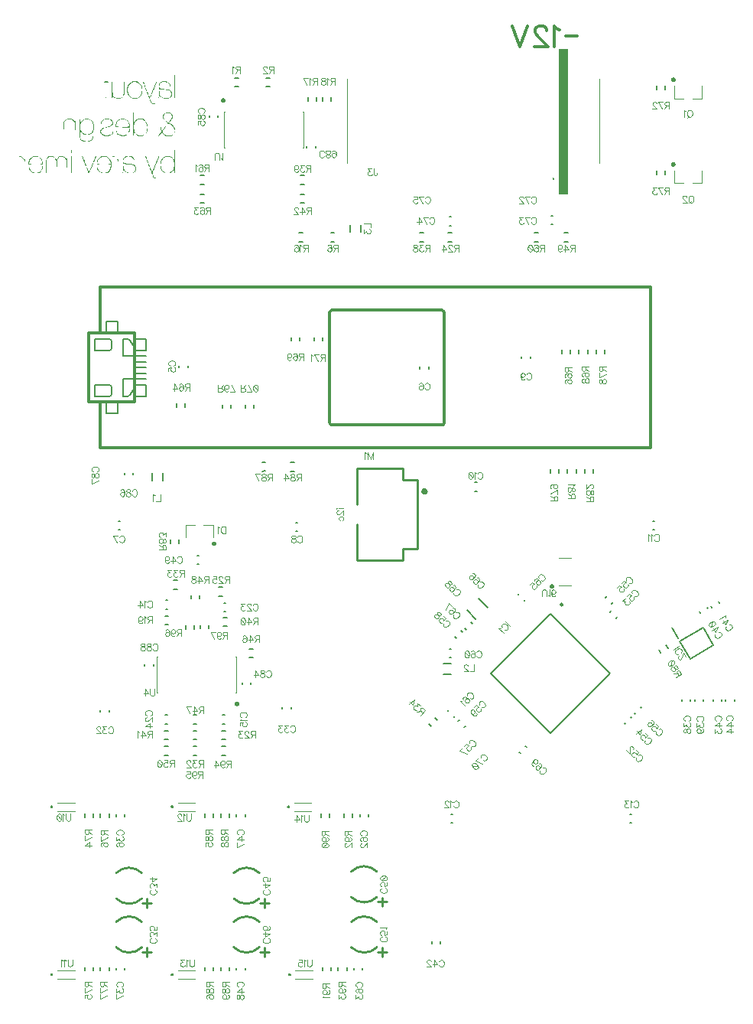
<source format=gbr>
G04 DipTrace 4.0.0.5*
G04 BottomSilk.gbr*
%MOIN*%
G04 #@! TF.FileFunction,Legend,Bot*
G04 #@! TF.Part,Single*
%ADD10C,0.009843*%
%ADD13C,0.004724*%
%ADD16C,0.007874*%
%ADD18C,0.005906*%
%ADD22C,0.003937*%
%ADD29C,0.012*%
%ADD30C,0.005*%
%ADD35C,0.00315*%
%ADD66C,0.003281*%
%ADD67C,0.013895*%
%FSLAX26Y26*%
G04*
G70*
G90*
G75*
G01*
G04 BotSilk*
%LPD*%
X1137351Y3159792D2*
D18*
Y3152705D1*
X1175147Y3159793D2*
Y3152706D1*
X2187351Y3153543D2*
Y3146456D1*
X2225147Y3153543D2*
Y3146457D1*
X871457Y2443601D2*
X878543D1*
X871456Y2481396D2*
X878543D1*
X1646457Y2437350D2*
X1653543D1*
X1646456Y2475145D2*
X1653543D1*
X2668897Y3190206D2*
Y3197293D1*
X2631102Y3190205D2*
Y3197292D1*
X2427706Y2612351D2*
X2434793D1*
X2427705Y2650147D2*
X2434792D1*
X3202706Y2443602D2*
X3209793D1*
X3202705Y2481397D2*
X3209792D1*
X2328542Y1206397D2*
X2321456D1*
X2328544Y1168602D2*
X2321457D1*
X3109792Y1206396D2*
X3102705D1*
X3109793Y1168601D2*
X3102706D1*
X1086493Y2137645D2*
X1079407D1*
X1086493Y2099850D2*
X1079407D1*
X1327707Y1599851D2*
X1334794D1*
X1327707Y1637647D2*
X1334794D1*
X1333957Y2087198D2*
X1341043D1*
X1333956Y2124993D2*
X1341043D1*
X1084794Y1637647D2*
X1077707D1*
X1084794Y1599851D2*
X1077707D1*
X793602Y1659792D2*
Y1652705D1*
X831397Y1659793D2*
Y1652706D1*
X1587351Y1672292D2*
X1587352Y1665205D1*
X1625147Y1672293D2*
Y1665206D1*
X1017178Y817180D2*
D10*
X977808Y817178D1*
X997494Y797494D2*
X997492Y836864D1*
X974430Y838075D2*
G02X863074Y838069I-55681J55673D01*
G01*
X863068Y949423D2*
G02X974424Y949429I55681J-55673D01*
G01*
X1017176Y604675D2*
X977806Y604674D1*
X997491Y584989D2*
X997490Y624359D1*
X974429Y625571D2*
G02X863073Y625569I-55679J55675D01*
G01*
X863070Y736923D2*
G02X974426Y736926I55679J-55675D01*
G01*
X900147Y1196456D2*
D18*
Y1203543D1*
X862351Y1196456D2*
Y1203543D1*
Y534792D2*
Y527706D1*
X900147Y534792D2*
Y527706D1*
X3329775Y1706068D2*
Y1698981D1*
X3367571Y1706068D2*
Y1698982D1*
X3386025Y1706068D2*
Y1698981D1*
X3423820Y1706068D2*
Y1698982D1*
X3406862Y2087370D2*
X3410406Y2081233D1*
X3439594Y2106268D2*
X3443137Y2100131D1*
X3456861Y2112370D2*
X3460404Y2106233D1*
X3489593Y2131268D2*
X3493136Y2125131D1*
X2238000Y650076D2*
Y642989D1*
X2275795Y650076D2*
Y642989D1*
X3464878Y1706068D2*
Y1698981D1*
X3502673Y1706068D2*
Y1698981D1*
X3521127Y1706068D2*
Y1698981D1*
X3558922Y1706068D2*
Y1698981D1*
X1529677Y817179D2*
D10*
X1490307Y817177D1*
X1509993Y797493D2*
X1509991Y836863D1*
X1486929Y838075D2*
G02X1375574Y838070I-55680J55674D01*
G01*
X1375569Y949424D2*
G02X1486925Y949429I55680J-55674D01*
G01*
X1529677Y604677D2*
X1490307Y604676D1*
X1509993Y584992D2*
X1509991Y624362D1*
X1486929Y625573D2*
G02X1375574Y625569I-55680J55674D01*
G01*
X1375569Y736923D2*
G02X1486925Y736928I55680J-55674D01*
G01*
X1425147Y1196456D2*
D18*
Y1203543D1*
X1387351Y1196456D2*
Y1203543D1*
Y534792D2*
Y527706D1*
X1425147Y534792D2*
Y527706D1*
X1215206Y2293602D2*
X1222292D1*
X1215206Y2331397D2*
X1222292D1*
X2042183Y823433D2*
D10*
X2002813Y823429D1*
X2022499Y803746D2*
X2022496Y843116D1*
X1999434Y844327D2*
G02X1888078Y844317I-55683J55671D01*
G01*
X1888069Y955672D2*
G02X1999425Y955681I55683J-55671D01*
G01*
X2042178Y604678D2*
X2002808Y604676D1*
X2022494Y584992D2*
X2022492Y624362D1*
X1999430Y625574D2*
G02X1888074Y625568I-55681J55673D01*
G01*
X1888068Y736922D2*
G02X1999424Y736928I55681J-55673D01*
G01*
X3042106Y2059130D2*
D18*
X3047117Y2064141D1*
X3015381Y2085856D2*
X3020392Y2090867D1*
X3077881Y1601642D2*
X3082892Y1596631D1*
X3104606Y1628368D2*
X3109617Y1623357D1*
X3023357Y2121632D2*
X3028368Y2126643D1*
X2996632Y2148357D2*
X3001643Y2153368D1*
X3121632Y1645392D2*
X3126643Y1640381D1*
X3148357Y1672117D2*
X3153368Y1667106D1*
X2372119Y1998357D2*
X2367108Y2003368D1*
X2345393Y1971632D2*
X2340382Y1976643D1*
X2357892Y1615868D2*
X2352881Y1610857D1*
X2384617Y1589143D2*
X2379606Y1584132D1*
X2322292Y1925147D2*
X2315206D1*
X2322292Y1887351D2*
X2315206D1*
X2314141Y1659616D2*
X2309130Y1654605D1*
X2340867Y1632891D2*
X2335856Y1627880D1*
X1962647Y1196456D2*
Y1203543D1*
X1924851Y1196456D2*
Y1203543D1*
X1899851Y534792D2*
Y527706D1*
X1937647Y534792D2*
Y527706D1*
X2642107Y2134132D2*
X2647117Y2139143D1*
X2615381Y2160856D2*
X2620392Y2165868D1*
X2415868Y2035857D2*
X2410857Y2040868D1*
X2389143Y2009132D2*
X2384132Y2014143D1*
X2481206Y2106404D2*
X2443901Y2143707D1*
X2431099Y2056292D2*
X2393793Y2093595D1*
X2621011Y1476020D2*
X2626022Y1471009D1*
X2647736Y1502746D2*
X2652747Y1497735D1*
X2758956Y3774851D2*
X2766043D1*
X2758956Y3812647D2*
X2766043D1*
X2322292Y3807050D2*
X2315206D1*
X2322292Y3769254D2*
X2315206D1*
X1412351Y1778543D2*
Y1771456D1*
X1450147Y1778543D2*
Y1771457D1*
X1306397Y4240206D2*
Y4247293D1*
X1268602Y4240205D2*
Y4247292D1*
X898048Y2691042D2*
Y2683955D1*
X935844Y2691042D2*
Y2683955D1*
X1025148Y1852706D2*
Y1859793D1*
X987353Y1852705D2*
Y1859792D1*
X1731397Y4108956D2*
Y4116043D1*
X1693602Y4108956D2*
Y4116043D1*
X1244290Y2465057D2*
D13*
X1284841D1*
Y2409939D1*
X1205707Y2465057D2*
X1165156D1*
Y2409939D1*
G36*
X1279329Y2383168D2*
X1279413Y2384452D1*
X1279664Y2385715D1*
X1280078Y2386934D1*
X1280648Y2388089D1*
X1281363Y2389159D1*
X1282212Y2390127D1*
X1283180Y2390976D1*
X1284250Y2391692D1*
X1285405Y2392261D1*
X1286624Y2392675D1*
X1287887Y2392926D1*
X1289172Y2393010D1*
X1290456Y2392926D1*
X1291719Y2392675D1*
X1292938Y2392261D1*
X1294093Y2391692D1*
X1295163Y2390976D1*
X1296131Y2390127D1*
X1296980Y2389159D1*
X1297695Y2388089D1*
X1298265Y2386934D1*
X1298679Y2385715D1*
X1298930Y2384452D1*
X1299014Y2383168D1*
D1*
X1298930Y2381883D1*
X1298679Y2380620D1*
X1298265Y2379401D1*
X1297695Y2378246D1*
X1296980Y2377176D1*
X1296131Y2376208D1*
X1295163Y2375359D1*
X1294093Y2374644D1*
X1292938Y2374074D1*
X1291719Y2373661D1*
X1290456Y2373409D1*
X1289172Y2373325D1*
X1287887Y2373409D1*
X1286624Y2373661D1*
X1285405Y2374074D1*
X1284250Y2374644D1*
X1283180Y2375359D1*
X1282212Y2376208D1*
X1281363Y2377176D1*
X1280648Y2378246D1*
X1280078Y2379401D1*
X1279664Y2380620D1*
X1279413Y2381883D1*
X1279329Y2383168D1*
D1*
G37*
X2176279Y2662488D2*
D10*
X2176285Y2362514D1*
G36*
X2207361Y2597545D2*
X2205563Y2597662D1*
X2203796Y2598014D1*
X2202090Y2598593D1*
X2200474Y2599390D1*
X2198976Y2600391D1*
X2197622Y2601579D1*
X2196434Y2602933D1*
X2195433Y2604431D1*
X2194636Y2606047D1*
X2194057Y2607753D1*
X2193705Y2609520D1*
X2193587Y2611318D1*
X2193705Y2613116D1*
X2194056Y2614883D1*
X2194635Y2616589D1*
X2195432Y2618205D1*
X2196433Y2619703D1*
X2197621Y2621058D1*
X2198976Y2622246D1*
X2200474Y2623246D1*
X2202090Y2624043D1*
X2203796Y2624623D1*
X2205563Y2624974D1*
X2207360Y2625092D1*
X2207385D1*
X2209183Y2624974D1*
X2210950Y2624623D1*
X2212656Y2624044D1*
X2214272Y2623247D1*
X2215770Y2622246D1*
X2217125Y2621058D1*
X2218313Y2619703D1*
X2219314Y2618205D1*
X2220111Y2616589D1*
X2220690Y2614883D1*
X2221041Y2613116D1*
X2221159Y2611319D1*
X2221042Y2609521D1*
X2220690Y2607754D1*
X2220111Y2606048D1*
X2219314Y2604432D1*
X2218313Y2602934D1*
X2217125Y2601579D1*
X2215771Y2600391D1*
X2214273Y2599390D1*
X2212657Y2598593D1*
X2210951Y2598014D1*
X2209184Y2597663D1*
X2207386Y2597545D1*
X2207361D1*
G37*
X1912489Y2712693D2*
D10*
X1912492Y2556178D1*
X1912489Y2712693D2*
X2112499Y2712696D1*
X2176279Y2662488D2*
X2112500Y2662487D1*
X2176285Y2362514D2*
X2112505Y2362513D1*
X1912497Y2312299D2*
X1912494Y2468814D1*
X1912497Y2312299D2*
X2112506Y2312303D1*
X2112505Y2362513D2*
X2112506Y2312303D1*
X2112499Y2712696D2*
X2112500Y2662487D1*
X2756307Y2077716D2*
D16*
X2497282Y1818675D1*
X2756191Y1559782D1*
X3015216Y1818823D1*
X2756307Y2077716D1*
X2799749Y2118014D2*
D10*
G02X2799749Y2118014I4927J0D01*
G01*
X3319987Y1959647D2*
D16*
X3365223Y1881295D1*
X3467510Y1940350D1*
X3422274Y2018702D1*
X3319987Y1959647D1*
X3285499Y2019382D2*
X3313078Y1971614D1*
X1868749Y4407477D2*
D22*
Y4042521D1*
X2968749D2*
Y4407477D1*
X2768318Y3969880D2*
D16*
X2768780D1*
G03X2768780Y3973819I0J1969D01*
G01*
X2768318D1*
G03X2768318Y3969880I0J-1969D01*
G01*
X1020127Y2691140D2*
D18*
Y2658857D1*
X1067371Y2691140D2*
Y2658857D1*
X2290107Y1813878D2*
X2322391D1*
X2290107Y1861122D2*
X2322391D1*
X1882627Y3772390D2*
Y3740107D1*
X1929871Y3772391D2*
Y3740108D1*
X793749Y2799998D2*
D29*
X3193749D1*
Y3499998D2*
X793749D1*
X2283749Y3399998D2*
X1803749D1*
G03X1793749Y3389998I1J-10001D01*
G01*
Y2909998D1*
G03X1803749Y2899998I10001J1D01*
G01*
X2283749D1*
G03X2293749Y2909998I-1J10001D01*
G01*
Y3389998D1*
G03X2283749Y3399998I-10001J-1D01*
G01*
X3193749Y2799998D2*
Y3499998D1*
X943749Y2999998D2*
X868749D1*
X818749D1*
X793749D1*
X743749D1*
Y3299998D1*
X793749D1*
X818749D1*
X868749D1*
X943749D1*
Y3274998D1*
Y3237498D1*
Y3224998D1*
Y3199998D1*
Y3174998D1*
Y3149998D1*
Y3124998D1*
Y3099998D1*
Y3074998D1*
Y3062498D1*
Y3024998D1*
Y2999998D1*
X793749Y2799998D2*
Y2999998D1*
Y3499998D2*
Y3299998D1*
X943749Y3149998D2*
D30*
X993749D1*
X943749Y3124998D2*
X993749D1*
X943749Y3099998D2*
X993749D1*
X943749Y3174998D2*
X993749D1*
X943749Y3199998D2*
X993749D1*
X943749Y3074998D2*
X993749D1*
Y3024998D1*
X943749D1*
Y3224998D2*
X993749D1*
Y3274998D1*
X943749D1*
X818749Y2999998D2*
Y2949998D1*
X868749D1*
Y2999998D1*
X818749Y3299998D2*
Y3349998D1*
X868749D1*
Y3299998D1*
X768749Y3024998D2*
X831249D1*
G03X843749Y3037498I-1J12501D01*
G01*
Y3062498D1*
G03X831249Y3074998I-12501J-1D01*
G01*
X768749D1*
Y3274998D2*
X831249D1*
G02X843749Y3262498I-1J-12501D01*
G01*
Y3237498D1*
G02X831249Y3224998I-12501J1D01*
G01*
X768749D1*
Y3024998D2*
Y3074998D1*
Y3224998D2*
Y3274998D1*
X943749Y3099998D2*
X893749D1*
Y3024998D1*
X912059D1*
G03X922460Y3030565I1J12499D01*
G01*
X943749Y3062498D1*
Y3199998D2*
X893749D1*
Y3274998D1*
X912059D1*
G02X922460Y3269431I1J-12499D01*
G01*
X943749Y3237498D1*
X1204483Y2010798D2*
D18*
Y2026546D1*
X1166687Y2010798D2*
Y2026546D1*
X3336958Y4322439D2*
D13*
X3296407D1*
Y4377557D1*
X3375540Y4322439D2*
X3416092D1*
Y4377557D1*
G36*
X3301918Y4404329D2*
X3301834Y4403044D1*
X3301583Y4401782D1*
X3301169Y4400563D1*
X3300600Y4399408D1*
X3299884Y4398337D1*
X3299036Y4397369D1*
X3298068Y4396521D1*
X3296997Y4395805D1*
X3295842Y4395236D1*
X3294623Y4394822D1*
X3293361Y4394571D1*
X3292076Y4394487D1*
X3290791Y4394571D1*
X3289528Y4394822D1*
X3288309Y4395236D1*
X3287155Y4395805D1*
X3286084Y4396521D1*
X3285116Y4397369D1*
X3284267Y4398337D1*
X3283552Y4399408D1*
X3282983Y4400563D1*
X3282569Y4401782D1*
X3282318Y4403044D1*
X3282233Y4404329D1*
D1*
X3282318Y4405614D1*
X3282569Y4406877D1*
X3282983Y4408096D1*
X3283552Y4409250D1*
X3284267Y4410321D1*
X3285116Y4411289D1*
X3286084Y4412138D1*
X3287155Y4412853D1*
X3288309Y4413422D1*
X3289528Y4413836D1*
X3290791Y4414087D1*
X3292076Y4414172D1*
X3293361Y4414087D1*
X3294623Y4413836D1*
X3295842Y4413422D1*
X3296997Y4412853D1*
X3298068Y4412138D1*
X3299036Y4411289D1*
X3299884Y4410321D1*
X3300600Y4409250D1*
X3301169Y4408096D1*
X3301583Y4406877D1*
X3301834Y4405614D1*
X3301918Y4404329D1*
D1*
G37*
X3336958Y3953690D2*
D13*
X3296407D1*
Y4008808D1*
X3375540Y3953690D2*
X3416092D1*
Y4008808D1*
G36*
X3301918Y4035580D2*
X3301834Y4034295D1*
X3301583Y4033032D1*
X3301169Y4031813D1*
X3300600Y4030658D1*
X3299884Y4029588D1*
X3299036Y4028620D1*
X3298068Y4027771D1*
X3296997Y4027056D1*
X3295842Y4026486D1*
X3294623Y4026073D1*
X3293361Y4025821D1*
X3292076Y4025737D1*
X3290791Y4025821D1*
X3289528Y4026073D1*
X3288309Y4026486D1*
X3287155Y4027056D1*
X3286084Y4027771D1*
X3285116Y4028620D1*
X3284267Y4029588D1*
X3283552Y4030658D1*
X3282983Y4031813D1*
X3282569Y4033032D1*
X3282318Y4034295D1*
X3282233Y4035580D1*
D1*
X3282318Y4036864D1*
X3282569Y4038127D1*
X3282983Y4039346D1*
X3283552Y4040501D1*
X3284267Y4041572D1*
X3285116Y4042539D1*
X3286084Y4043388D1*
X3287155Y4044104D1*
X3288309Y4044673D1*
X3289528Y4045087D1*
X3290791Y4045338D1*
X3292076Y4045422D1*
X3293361Y4045338D1*
X3294623Y4045087D1*
X3295842Y4044673D1*
X3296997Y4044104D1*
X3298068Y4043388D1*
X3299036Y4042539D1*
X3299884Y4041572D1*
X3300600Y4040501D1*
X3301169Y4039346D1*
X3301583Y4038127D1*
X3301834Y4036864D1*
X3301918Y4035580D1*
D1*
G37*
X1395372Y4412647D2*
D18*
X1379624D1*
X1395372Y4374851D2*
X1379624D1*
X1532872Y4412647D2*
X1517124D1*
X1532872Y4374851D2*
X1517124D1*
X1798375Y3699851D2*
X1814123D1*
X1798375Y3737647D2*
X1814123D1*
X1660875Y3699851D2*
X1676623D1*
X1660875Y3737647D2*
X1676623D1*
X1699851Y4326623D2*
X1699852Y4310875D1*
X1737647Y4326623D2*
Y4310875D1*
X1800147D2*
Y4326623D1*
X1762351Y4310875D2*
Y4326623D1*
X1090824Y2068896D2*
X1075076D1*
X1090824Y2031101D2*
X1075076D1*
X1323376Y1531101D2*
X1339124D1*
X1323376Y1568896D2*
X1339124D1*
X2310875Y3699851D2*
X2326623D1*
X2310875Y3737647D2*
X2326623D1*
X1326622Y2193744D2*
X1310874D1*
X1326622Y2155949D2*
X1310874D1*
X1198376Y1531101D2*
X1214124D1*
X1198376Y1568896D2*
X1214124D1*
X1130025Y2223446D2*
X1114277D1*
X1130025Y2185651D2*
X1114277D1*
X2262679Y1614044D2*
X2251544Y1625179D1*
X2235954Y1587319D2*
X2224819Y1598454D1*
X2185875Y3699851D2*
X2201623D1*
X2185875Y3737647D2*
X2201623D1*
X1667124Y3949851D2*
X1682872D1*
X1667124Y3987647D2*
X1682872D1*
X1329626Y2024698D2*
X1345374D1*
X1329626Y2062493D2*
X1345374D1*
X1089124Y1568896D2*
X1073376D1*
X1089124Y1531101D2*
X1073376D1*
X1682872Y3906397D2*
X1667124D1*
X1682872Y3868602D2*
X1667124D1*
X1457874Y1925147D2*
X1442126D1*
X1457874Y1887351D2*
X1442126D1*
X1214124Y1637647D2*
X1198376D1*
X1214124Y1599851D2*
X1198376D1*
X1189904Y2159020D2*
Y2143272D1*
X1227699Y2159021D2*
Y2143273D1*
X2817126Y3699851D2*
X2832874D1*
X2817126Y3737647D2*
X2832874D1*
X1073377Y1462350D2*
X1089125D1*
X1073376Y1500145D2*
X1089124Y1500146D1*
X2685875Y3699851D2*
X2701623D1*
X2685875Y3737647D2*
X2701623D1*
X1229626Y3949851D2*
X1245374D1*
X1229626Y3987647D2*
X1245374D1*
Y3906397D2*
X1229626D1*
X1245374Y3868602D2*
X1229626D1*
X1124851Y2995372D2*
X1124852Y2979624D1*
X1162647Y2995373D2*
Y2979625D1*
X2806101Y3226624D2*
Y3210876D1*
X2843896Y3226625D2*
Y3210877D1*
X1324851Y2989124D2*
X1324852Y2973376D1*
X1362647Y2989125D2*
Y2973377D1*
X2881102Y3226624D2*
Y3210876D1*
X2918897Y3226625D2*
Y3210877D1*
X1662647Y3267126D2*
Y3282874D1*
X1624851Y3267126D2*
Y3282874D1*
X1424851Y2989123D2*
X1424852Y2973375D1*
X1462647Y2989123D2*
Y2973375D1*
X1762647Y3267126D2*
Y3282874D1*
X1724851Y3267126D2*
Y3282874D1*
X3256399Y4360875D2*
Y4376623D1*
X3218603Y4360875D2*
Y4376623D1*
X3256399Y3992126D2*
Y4007874D1*
X3218603Y3992126D2*
Y4007874D1*
X724851Y1207873D2*
X724852Y1192125D1*
X762647Y1207874D2*
Y1192126D1*
Y523376D2*
X762646Y539124D1*
X724852Y523375D2*
X724851Y539123D1*
X793602Y1207873D2*
Y1192125D1*
X831397Y1207874D2*
Y1192126D1*
X831398Y523376D2*
X831397Y539124D1*
X793602Y523375D2*
Y539123D1*
X2956102Y3226622D2*
Y3210874D1*
X2993897Y3226624D2*
X2993898Y3210876D1*
X2793897Y2692124D2*
Y2707872D1*
X2756102Y2692124D2*
Y2707872D1*
X3268574Y1926921D2*
X3260700Y1940559D1*
X3235843Y1908023D2*
X3227969Y1921661D1*
X2868897Y2692124D2*
Y2707872D1*
X2831102Y2692124D2*
Y2707872D1*
X2943898Y2692125D2*
X2943897Y2707873D1*
X2906102Y2692124D2*
Y2707872D1*
X1137647Y2385875D2*
Y2401623D1*
X1099851Y2385875D2*
Y2401623D1*
X1639123Y2737647D2*
X1623375D1*
X1639123Y2699851D2*
X1623375D1*
X1249851Y1207873D2*
X1249852Y1192125D1*
X1287647Y1207874D2*
Y1192126D1*
Y523376D2*
X1287646Y539124D1*
X1249852Y523375D2*
X1249851Y539123D1*
X1498375Y2699851D2*
X1514123Y2699852D1*
X1498375Y2737647D2*
X1514123D1*
X1318602Y1207873D2*
Y1192125D1*
X1356397Y1207874D2*
Y1192126D1*
X1356398Y523376D2*
X1356397Y539124D1*
X1318602Y523375D2*
Y539123D1*
X1756101Y1207873D2*
Y1192125D1*
X1793896Y1207874D2*
Y1192126D1*
X1800147Y523376D2*
X1800146Y539124D1*
X1762352Y523375D2*
X1762351Y539123D1*
X1856102Y1207873D2*
Y1192125D1*
X1893897Y1207874D2*
Y1192126D1*
X1868898Y523376D2*
X1868897Y539124D1*
X1831102Y523375D2*
Y539123D1*
X1336564Y4108758D2*
D13*
X1333808D1*
Y4266239D1*
X1336564D1*
X1675934Y4108758D2*
X1678690D1*
Y4266239D1*
X1675934D1*
G36*
X1338926Y4314270D2*
X1338842Y4312985D1*
X1338591Y4311723D1*
X1338177Y4310503D1*
X1337608Y4309349D1*
X1336892Y4308278D1*
X1336043Y4307310D1*
X1335075Y4306461D1*
X1334005Y4305746D1*
X1332850Y4305177D1*
X1331631Y4304763D1*
X1330368Y4304512D1*
X1329084Y4304428D1*
X1327799Y4304512D1*
X1326536Y4304763D1*
X1325317Y4305177D1*
X1324162Y4305746D1*
X1323092Y4306461D1*
X1322124Y4307310D1*
X1321275Y4308278D1*
X1320560Y4309349D1*
X1319990Y4310503D1*
X1319577Y4311723D1*
X1319325Y4312985D1*
X1319241Y4314270D1*
D1*
X1319325Y4315555D1*
X1319577Y4316817D1*
X1319990Y4318037D1*
X1320560Y4319191D1*
X1321275Y4320262D1*
X1322124Y4321230D1*
X1323092Y4322079D1*
X1324162Y4322794D1*
X1325317Y4323363D1*
X1326536Y4323777D1*
X1327799Y4324028D1*
X1329084Y4324113D1*
X1330368Y4324028D1*
X1331631Y4323777D1*
X1332850Y4323363D1*
X1334005Y4322794D1*
X1335075Y4322079D1*
X1336043Y4321230D1*
X1336892Y4320262D1*
X1337608Y4319191D1*
X1338177Y4318037D1*
X1338591Y4316817D1*
X1338842Y4315555D1*
X1338926Y4314270D1*
D1*
G37*
X1382185Y1891239D2*
D13*
X1384941D1*
Y1733758D1*
X1382185D1*
X1042815Y1891239D2*
X1040059D1*
Y1733758D1*
X1042815D1*
G36*
X1379823Y1685727D2*
X1379907Y1687011D1*
X1380158Y1688274D1*
X1380572Y1689493D1*
X1381141Y1690648D1*
X1381856Y1691718D1*
X1382705Y1692686D1*
X1383673Y1693535D1*
X1384744Y1694251D1*
X1385898Y1694820D1*
X1387118Y1695234D1*
X1388380Y1695485D1*
X1389665Y1695569D1*
X1390950Y1695485D1*
X1392212Y1695234D1*
X1393432Y1694820D1*
X1394586Y1694251D1*
X1395657Y1693535D1*
X1396625Y1692686D1*
X1397474Y1691718D1*
X1398189Y1690648D1*
X1398758Y1689493D1*
X1399172Y1688274D1*
X1399423Y1687011D1*
X1399508Y1685727D1*
D1*
X1399423Y1684442D1*
X1399172Y1683179D1*
X1398758Y1681960D1*
X1398189Y1680805D1*
X1397474Y1679735D1*
X1396625Y1678767D1*
X1395657Y1677918D1*
X1394586Y1677203D1*
X1393432Y1676633D1*
X1392212Y1676220D1*
X1390950Y1675968D1*
X1389665Y1675884D1*
X1388380Y1675968D1*
X1387118Y1676220D1*
X1385898Y1676633D1*
X1384744Y1677203D1*
X1383673Y1677918D1*
X1382705Y1678767D1*
X1381856Y1679735D1*
X1381141Y1680805D1*
X1380572Y1681960D1*
X1380158Y1683179D1*
X1379907Y1684442D1*
X1379823Y1685727D1*
D1*
G37*
G36*
X587498Y1237498D2*
X587445Y1236682D1*
X587285Y1235880D1*
X587023Y1235106D1*
X586661Y1234373D1*
X586207Y1233693D1*
X585668Y1233079D1*
X585053Y1232540D1*
X584374Y1232085D1*
X583640Y1231724D1*
X582866Y1231461D1*
X582064Y1231301D1*
X581249Y1231248D1*
X580433Y1231301D1*
X579631Y1231461D1*
X578857Y1231724D1*
X578124Y1232085D1*
X577444Y1232539D1*
X576829Y1233078D1*
X576290Y1233693D1*
X575836Y1234373D1*
X575474Y1235106D1*
X575211Y1235880D1*
X575052Y1236682D1*
X574998Y1237498D1*
D1*
X575052Y1238314D1*
X575211Y1239115D1*
X575474Y1239890D1*
X575836Y1240623D1*
X576290Y1241303D1*
X576829Y1241917D1*
X577444Y1242456D1*
X578123Y1242910D1*
X578856Y1243272D1*
X579631Y1243535D1*
X580432Y1243694D1*
X581248Y1243748D1*
X582064Y1243694D1*
X582866Y1243535D1*
X583640Y1243272D1*
X584373Y1242911D1*
X585053Y1242456D1*
X585668Y1241917D1*
X586207Y1241303D1*
X586661Y1240623D1*
X587023Y1239890D1*
X587285Y1239116D1*
X587445Y1238314D1*
X587498Y1237498D1*
D1*
G37*
X606249Y1256248D2*
D35*
X681249Y1256250D1*
X606249Y1218747D2*
X681249Y1218749D1*
G36*
X587498Y506250D2*
X587445Y505434D1*
X587285Y504632D1*
X587023Y503858D1*
X586661Y503125D1*
X586207Y502445D1*
X585668Y501830D1*
X585053Y501291D1*
X584373Y500837D1*
X583640Y500475D1*
X582866Y500213D1*
X582064Y500053D1*
X581248Y500000D1*
X580433Y500053D1*
X579631Y500213D1*
X578857Y500475D1*
X578123Y500837D1*
X577444Y501291D1*
X576829Y501830D1*
X576290Y502445D1*
X575836Y503125D1*
X575474Y503858D1*
X575211Y504632D1*
X575052Y505434D1*
X574998Y506250D1*
D1*
X575052Y507065D1*
X575211Y507867D1*
X575474Y508641D1*
X575836Y509375D1*
X576290Y510054D1*
X576829Y510669D1*
X577444Y511208D1*
X578123Y511662D1*
X578857Y512024D1*
X579631Y512287D1*
X580433Y512446D1*
X581248Y512500D1*
X582064Y512446D1*
X582866Y512287D1*
X583640Y512024D1*
X584373Y511662D1*
X585053Y511208D1*
X585668Y510669D1*
X586207Y510054D1*
X586661Y509375D1*
X587023Y508641D1*
X587285Y507867D1*
X587445Y507065D1*
X587498Y506250D1*
D1*
G37*
X606249Y525000D2*
D35*
X681249D1*
X606249Y487498D2*
X681249D1*
G36*
X1112498Y1237498D2*
X1112445Y1236682D1*
X1112285Y1235880D1*
X1112023Y1235106D1*
X1111661Y1234373D1*
X1111207Y1233693D1*
X1110668Y1233079D1*
X1110053Y1232540D1*
X1109374Y1232085D1*
X1108640Y1231724D1*
X1107866Y1231461D1*
X1107064Y1231301D1*
X1106249Y1231248D1*
X1105433Y1231301D1*
X1104631Y1231461D1*
X1103857Y1231724D1*
X1103124Y1232085D1*
X1102444Y1232539D1*
X1101829Y1233078D1*
X1101290Y1233693D1*
X1100836Y1234373D1*
X1100474Y1235106D1*
X1100211Y1235880D1*
X1100052Y1236682D1*
X1099998Y1237498D1*
D1*
X1100052Y1238314D1*
X1100211Y1239115D1*
X1100474Y1239890D1*
X1100836Y1240623D1*
X1101290Y1241303D1*
X1101829Y1241917D1*
X1102444Y1242456D1*
X1103123Y1242910D1*
X1103856Y1243272D1*
X1104631Y1243535D1*
X1105432Y1243694D1*
X1106248Y1243748D1*
X1107064Y1243694D1*
X1107866Y1243535D1*
X1108640Y1243272D1*
X1109373Y1242911D1*
X1110053Y1242456D1*
X1110668Y1241917D1*
X1111207Y1241303D1*
X1111661Y1240623D1*
X1112023Y1239890D1*
X1112285Y1239116D1*
X1112445Y1238314D1*
X1112498Y1237498D1*
D1*
G37*
X1131249Y1256248D2*
D35*
X1206249Y1256250D1*
X1131249Y1218747D2*
X1206249Y1218749D1*
G36*
X1112498Y506250D2*
X1112445Y505434D1*
X1112285Y504632D1*
X1112023Y503858D1*
X1111661Y503125D1*
X1111207Y502445D1*
X1110668Y501830D1*
X1110053Y501291D1*
X1109373Y500837D1*
X1108640Y500475D1*
X1107866Y500213D1*
X1107064Y500053D1*
X1106248Y500000D1*
X1105433Y500053D1*
X1104631Y500213D1*
X1103857Y500475D1*
X1103123Y500837D1*
X1102444Y501291D1*
X1101829Y501830D1*
X1101290Y502445D1*
X1100836Y503125D1*
X1100474Y503858D1*
X1100211Y504632D1*
X1100052Y505434D1*
X1099998Y506250D1*
D1*
X1100052Y507065D1*
X1100211Y507867D1*
X1100474Y508641D1*
X1100836Y509375D1*
X1101290Y510054D1*
X1101829Y510669D1*
X1102444Y511208D1*
X1103123Y511662D1*
X1103857Y512024D1*
X1104631Y512287D1*
X1105433Y512446D1*
X1106248Y512500D1*
X1107064Y512446D1*
X1107866Y512287D1*
X1108640Y512024D1*
X1109373Y511662D1*
X1110053Y511208D1*
X1110668Y510669D1*
X1111207Y510054D1*
X1111661Y509375D1*
X1112023Y508641D1*
X1112285Y507867D1*
X1112445Y507065D1*
X1112498Y506250D1*
D1*
G37*
X1131249Y525000D2*
D35*
X1206249D1*
X1131249Y487498D2*
X1206249D1*
G36*
X1620025Y1237498D2*
X1619971Y1236682D1*
X1619812Y1235880D1*
X1619549Y1235106D1*
X1619187Y1234373D1*
X1618733Y1233693D1*
X1618194Y1233079D1*
X1617580Y1232540D1*
X1616900Y1232085D1*
X1616167Y1231724D1*
X1615392Y1231461D1*
X1614591Y1231301D1*
X1613775Y1231248D1*
X1612959Y1231301D1*
X1612157Y1231461D1*
X1611383Y1231724D1*
X1610650Y1232085D1*
X1609970Y1232539D1*
X1609355Y1233078D1*
X1608816Y1233693D1*
X1608362Y1234373D1*
X1608000Y1235106D1*
X1607738Y1235880D1*
X1607578Y1236682D1*
X1607525Y1237498D1*
D1*
X1607578Y1238314D1*
X1607738Y1239115D1*
X1608000Y1239890D1*
X1608362Y1240623D1*
X1608816Y1241303D1*
X1609355Y1241917D1*
X1609970Y1242456D1*
X1610650Y1242910D1*
X1611383Y1243272D1*
X1612157Y1243535D1*
X1612959Y1243694D1*
X1613774Y1243748D1*
X1614590Y1243694D1*
X1615392Y1243535D1*
X1616166Y1243272D1*
X1616900Y1242911D1*
X1617579Y1242456D1*
X1618194Y1241917D1*
X1618733Y1241303D1*
X1619187Y1240623D1*
X1619549Y1239890D1*
X1619812Y1239116D1*
X1619971Y1238314D1*
X1620025Y1237498D1*
D1*
G37*
X1638775Y1256248D2*
D35*
X1713775Y1256250D1*
X1638776Y1218747D2*
X1713776Y1218749D1*
G36*
X1624998Y506250D2*
X1624945Y505434D1*
X1624785Y504632D1*
X1624523Y503858D1*
X1624161Y503125D1*
X1623707Y502445D1*
X1623168Y501830D1*
X1622553Y501291D1*
X1621873Y500837D1*
X1621140Y500475D1*
X1620366Y500213D1*
X1619564Y500053D1*
X1618748Y500000D1*
X1617933Y500053D1*
X1617131Y500213D1*
X1616357Y500475D1*
X1615623Y500837D1*
X1614944Y501291D1*
X1614329Y501830D1*
X1613790Y502445D1*
X1613336Y503125D1*
X1612974Y503858D1*
X1612711Y504632D1*
X1612552Y505434D1*
X1612498Y506250D1*
D1*
X1612552Y507065D1*
X1612711Y507867D1*
X1612974Y508641D1*
X1613336Y509375D1*
X1613790Y510054D1*
X1614329Y510669D1*
X1614944Y511208D1*
X1615623Y511662D1*
X1616357Y512024D1*
X1617131Y512287D1*
X1617933Y512446D1*
X1618748Y512500D1*
X1619564Y512446D1*
X1620366Y512287D1*
X1621140Y512024D1*
X1621873Y511662D1*
X1622553Y511208D1*
X1623168Y510669D1*
X1623707Y510054D1*
X1624161Y509375D1*
X1624523Y508641D1*
X1624785Y507867D1*
X1624945Y507065D1*
X1624998Y506250D1*
D1*
G37*
X1643749Y525000D2*
D35*
X1718749D1*
X1643749Y487498D2*
X1718749D1*
X2846310Y2202657D2*
D13*
X2791192Y2202655D1*
X2846306Y2322342D2*
X2791187Y2322340D1*
G36*
X2762452Y2207378D2*
X2763737Y2207294D1*
X2764999Y2207043D1*
X2766219Y2206629D1*
X2767373Y2206060D1*
X2768444Y2205344D1*
X2769412Y2204495D1*
X2770261Y2203528D1*
X2770976Y2202457D1*
X2771545Y2201302D1*
X2771959Y2200083D1*
X2772211Y2198821D1*
X2772295Y2197536D1*
X2772211Y2196251D1*
X2771960Y2194988D1*
X2771546Y2193769D1*
X2770976Y2192615D1*
X2770261Y2191544D1*
X2769412Y2190576D1*
X2768444Y2189727D1*
X2767374Y2189012D1*
X2766219Y2188442D1*
X2765000Y2188028D1*
X2763737Y2187777D1*
X2762453Y2187693D1*
D1*
X2761168Y2187777D1*
X2759905Y2188028D1*
X2758686Y2188442D1*
X2757531Y2189011D1*
X2756461Y2189727D1*
X2755493Y2190575D1*
X2754644Y2191543D1*
X2753929Y2192614D1*
X2753359Y2193769D1*
X2752945Y2194988D1*
X2752694Y2196250D1*
X2752610Y2197535D1*
X2752694Y2198820D1*
X2752945Y2200083D1*
X2753359Y2201302D1*
X2753928Y2202456D1*
X2754643Y2203527D1*
X2755492Y2204495D1*
X2756460Y2205344D1*
X2757531Y2206059D1*
X2758685Y2206629D1*
X2759905Y2207043D1*
X2761167Y2207294D1*
X2762452Y2207378D1*
D1*
G37*
X1323376Y1462350D2*
D18*
X1339124D1*
X1323376Y1500145D2*
X1339124D1*
X1214124D2*
X1198376D1*
X1214124Y1462350D2*
X1198376D1*
X1267174Y2013384D2*
Y2029132D1*
X1229379Y2013384D2*
Y2029132D1*
G36*
X2793749Y4537500D2*
X2831249D1*
Y3906249D1*
X2793749D1*
Y4537500D1*
G37*
G36*
X1117110Y4424672D2*
Y4323622D1*
X1118422D1*
Y4424672D1*
X1117110D1*
G37*
G36*
X819210Y4419423D2*
Y4397113D1*
X802149Y4395801D1*
Y4394488D1*
X819210Y4393176D1*
Y4334121D1*
X817897Y4332808D1*
X816585Y4328871D1*
Y4327559D1*
X813960Y4326247D1*
X802149Y4324934D1*
Y4323622D1*
X813960D1*
X816585Y4324934D1*
X819210Y4327559D1*
X820522Y4330184D1*
Y4393176D1*
X834958Y4394488D1*
Y4395801D1*
X820522Y4397113D1*
Y4419423D1*
X819210D1*
G37*
G36*
X928133Y4394488D2*
X926821Y4393176D1*
X924196Y4391864D1*
X917635Y4385302D1*
X912385Y4374803D1*
X911073Y4369554D1*
Y4351181D1*
X912385Y4345932D1*
X913698Y4341995D1*
X916322Y4336746D1*
X920259Y4331496D1*
X921572Y4330184D1*
X926821Y4326247D1*
X932070Y4323622D1*
X936007Y4322310D1*
X951755D1*
X955692Y4323622D1*
X960942Y4326247D1*
X966191Y4330184D1*
X967503Y4331496D1*
X971441Y4336746D1*
X974065Y4341995D1*
X975378Y4345932D1*
X976690Y4351181D1*
Y4369554D1*
X975378Y4374803D1*
X970128Y4385302D1*
X963566Y4391864D1*
X959629Y4394488D1*
X954380Y4397113D1*
X947818Y4398425D1*
X939944D1*
X933383Y4397113D1*
X928133Y4394488D1*
X938632D1*
X942132Y4395801D1*
X945631D1*
X949131Y4394488D1*
X954380Y4393176D1*
X962254Y4389239D1*
X968816Y4382677D1*
Y4381365D1*
X971441Y4376116D1*
X972753Y4372179D1*
X974065Y4365617D1*
X975378Y4364305D1*
Y4355118D1*
X974065Y4353806D1*
X972753Y4347244D1*
X971441Y4343307D1*
X968816Y4338058D1*
Y4336746D1*
X960942Y4328871D1*
X955692Y4326247D1*
X951755Y4324934D1*
X946506Y4323622D1*
X941257D1*
X936007Y4324934D1*
X932070Y4326247D1*
X926821Y4328871D1*
X918947Y4336746D1*
Y4338058D1*
X916322Y4343307D1*
X915010Y4347244D1*
X913698Y4353806D1*
X912385Y4355118D1*
Y4364305D1*
X913698Y4365617D1*
X915010Y4372179D1*
X916322Y4376116D1*
X918947Y4381365D1*
Y4382677D1*
X925509Y4389239D1*
X933383Y4393176D1*
X938632Y4394488D1*
X928133D1*
G37*
G36*
X1048868Y4364305D2*
Y4328871D1*
X1047556Y4327559D1*
X1044931Y4326247D1*
X1043182Y4324934D1*
X1041432D1*
X1039682Y4326247D1*
Y4323622D1*
X1046244D1*
X1048868Y4324934D1*
X1050181Y4326247D1*
Y4336746D1*
X1051161Y4337588D1*
X1051841Y4337512D1*
X1052743Y4336615D1*
X1053447Y4335408D1*
X1054118Y4334121D1*
X1060679Y4327559D1*
X1068553Y4323622D1*
X1072490Y4322310D1*
X1089551D1*
X1093488Y4323622D1*
X1098737Y4326247D1*
X1102674Y4330184D1*
X1105299Y4335433D1*
Y4348557D1*
X1102674Y4353806D1*
X1097425Y4359055D1*
X1094800Y4360368D1*
X1090863Y4361680D1*
X1084301Y4362992D1*
X1065929Y4364305D1*
X1058055Y4365617D1*
X1054118Y4366929D1*
X1051493Y4369554D1*
Y4370866D1*
X1050181Y4372179D1*
Y4378740D1*
X1051493Y4380053D1*
X1052805Y4385302D1*
Y4386614D1*
X1058055Y4391864D1*
X1060679Y4393176D1*
X1067241Y4394488D1*
X1070741Y4395801D1*
X1074240D1*
X1077740Y4394488D1*
X1084301Y4393176D1*
X1089551Y4390551D1*
X1096112Y4383990D1*
Y4382677D1*
X1097425Y4377428D1*
X1098737Y4373491D1*
X1100049D1*
Y4378740D1*
X1098737Y4382677D1*
X1096112Y4387927D1*
X1090863Y4393176D1*
X1085614Y4395801D1*
X1081677Y4397113D1*
X1063304D1*
X1059367Y4395801D1*
X1056742Y4394488D1*
X1051493Y4389239D1*
X1050181Y4386614D1*
X1048868Y4382677D1*
Y4364305D1*
X1050181D1*
X1051161Y4365147D1*
X1051841Y4365071D1*
X1052805Y4364305D1*
X1055430Y4362992D1*
X1060679Y4361680D1*
X1072490Y4360368D1*
X1088238Y4359055D1*
X1093488Y4357743D1*
X1098737Y4355118D1*
X1099794Y4353424D1*
X1100049Y4352494D1*
X1102674Y4345932D1*
X1103986Y4344620D1*
Y4338058D1*
X1102674Y4336746D1*
X1100049Y4331496D1*
X1096112Y4327559D1*
X1093488Y4326247D1*
X1088238Y4324934D1*
X1083864Y4323622D1*
X1079489D1*
X1075115Y4324934D1*
X1069866Y4326247D1*
X1065929Y4327559D1*
X1063304Y4328871D1*
X1060679Y4331496D1*
X1058055Y4332808D1*
X1056498Y4334284D1*
X1056742Y4335433D1*
X1054118Y4339370D1*
X1052805Y4341995D1*
X1051493Y4348557D1*
X1050181Y4364305D1*
X1048868D1*
G37*
G36*
X844144Y4395801D2*
Y4323622D1*
X845456D1*
Y4336746D1*
X846436Y4337588D1*
X847100Y4337478D1*
X847847Y4336393D1*
X848081Y4335433D1*
X850706Y4331496D1*
X855955Y4326247D1*
X861204Y4323622D1*
X865141Y4322310D1*
X879577D1*
X883514Y4323622D1*
X888763Y4326247D1*
X894013Y4331496D1*
X896637Y4336746D1*
X897950Y4340683D1*
Y4395801D1*
X896637D1*
X895325Y4343307D1*
X894013Y4336746D1*
X891388Y4332808D1*
Y4331496D1*
X888763Y4328871D1*
X883514Y4326247D1*
X878265Y4324934D1*
X874328Y4323622D1*
X870391D1*
X862517Y4326247D1*
X857267Y4328871D1*
X850706Y4335433D1*
Y4336746D1*
X849393Y4339370D1*
X848081Y4343307D1*
X846769Y4349869D1*
X845456Y4395801D1*
X844144D1*
G37*
G36*
X979315D2*
X980627Y4394488D1*
Y4391864D1*
X981939Y4389239D1*
X984564Y4381365D1*
X985876Y4378740D1*
X987189Y4374803D1*
X988501Y4372179D1*
X991126Y4364305D1*
X992438Y4361680D1*
X993750Y4357743D1*
X995063Y4355118D1*
X997687Y4347244D1*
X999000Y4344620D1*
X1000312Y4340683D1*
X1001624Y4338058D1*
X1004249Y4330184D1*
X1005561Y4327559D1*
X1006874Y4323622D1*
X1008186Y4320997D1*
X1010811Y4313123D1*
X1012123Y4310499D1*
X1013435Y4306562D1*
X1016060Y4302625D1*
X1019997Y4300000D1*
X1022622Y4298688D1*
X1031808D1*
Y4300000D1*
X1027871Y4301312D1*
X1021309Y4302625D1*
X1018685Y4303937D1*
X1017128Y4305412D1*
X1017372Y4306562D1*
X1014748Y4311811D1*
X1013435Y4315748D1*
X1012123Y4318373D1*
X1010811Y4322310D1*
X1009254Y4323785D1*
X1009660Y4324662D1*
X1010811Y4326247D1*
X1013435Y4331496D1*
X1014748Y4335433D1*
X1017372Y4340683D1*
X1018685Y4344620D1*
X1021309Y4349869D1*
X1022622Y4353806D1*
X1023934Y4356431D1*
X1025246Y4360368D1*
X1027871Y4365617D1*
X1029183Y4369554D1*
X1031808Y4374803D1*
X1033120Y4378740D1*
X1034433Y4381365D1*
X1035745Y4385302D1*
X1038370Y4390551D1*
X1039682Y4394488D1*
Y4395801D1*
X1037057D1*
X1035745Y4391864D1*
X1033120Y4386614D1*
X1031808Y4382677D1*
X1030496Y4380053D1*
X1029183Y4376116D1*
X1026559Y4370866D1*
X1025246Y4366929D1*
X1023934Y4364305D1*
X1022622Y4360368D1*
X1019997Y4355118D1*
X1018685Y4351181D1*
X1016060Y4345932D1*
X1014748Y4341995D1*
X1013435Y4339370D1*
X1012123Y4335433D1*
X1009498Y4330184D1*
X1009165Y4328636D1*
X1008109Y4327438D1*
X1007430Y4327659D1*
X1006874Y4328871D1*
Y4331496D1*
X1005561Y4335433D1*
X1004249Y4338058D1*
X1002937Y4341995D1*
X1001624Y4344620D1*
X999000Y4352494D1*
X997687Y4355118D1*
X995063Y4362992D1*
X993750Y4365617D1*
X991126Y4373491D1*
X989813Y4376116D1*
X988501Y4380053D1*
X987189Y4382677D1*
X984564Y4390551D1*
X981939Y4395801D1*
X979315D1*
G37*
G36*
X778527Y4261942D2*
Y4248819D1*
X779839D1*
Y4261942D1*
X778527D1*
G37*
G36*
X937320Y4216011D2*
Y4160892D1*
X938632D1*
Y4176641D1*
X939612Y4177483D1*
X940292Y4177407D1*
X941195Y4176510D1*
X941898Y4175303D1*
X943881Y4171391D1*
X951755Y4163517D1*
X957005Y4160892D1*
X960942Y4159580D1*
X976690D1*
X980627Y4160892D1*
X985876Y4163517D1*
X993750Y4171391D1*
X996375Y4175328D1*
X997687Y4177953D1*
X999000Y4181890D1*
X1000312Y4187139D1*
Y4206824D1*
X999000Y4212074D1*
X997687Y4216011D1*
X996375Y4218635D1*
X991126Y4226509D1*
X989813Y4227822D1*
X984564Y4231759D1*
X979315Y4234383D1*
X972753Y4235696D1*
X964879D1*
X958317Y4234383D1*
X950443Y4230446D1*
X945194Y4225197D1*
X942569Y4221260D1*
X941257Y4218635D1*
X940924Y4217087D1*
X939868Y4215890D1*
X939188Y4216111D1*
X938632Y4217323D1*
Y4261942D1*
X937320D1*
Y4216011D1*
X942569D1*
X943881Y4217323D1*
X945194Y4219948D1*
Y4221260D1*
X950443Y4226509D1*
X958317Y4230446D1*
X964879Y4231759D1*
X967941Y4233071D1*
X971003D1*
X974065Y4231759D1*
X979315Y4230446D1*
X983252Y4229134D1*
X985876Y4226509D1*
X988501Y4225197D1*
X991126Y4222572D1*
Y4221260D1*
X993750Y4217323D1*
X996375Y4209449D1*
X997687Y4202887D1*
X999000Y4201575D1*
Y4192389D1*
X997687Y4191076D1*
X996375Y4183202D1*
X995063Y4179265D1*
X992438Y4174016D1*
Y4172704D1*
X985876Y4166142D1*
X980627Y4163517D1*
X976690Y4162205D1*
X971878Y4160892D1*
X967066D1*
X962254Y4162205D1*
X958317Y4163517D1*
X953068Y4166142D1*
X951755Y4167454D1*
X949131Y4168766D1*
X947574Y4170242D1*
X947818Y4171391D1*
X943881Y4176641D1*
X941257Y4184515D1*
X939944Y4191076D1*
X938632Y4192389D1*
Y4201575D1*
X939944Y4202887D1*
X941257Y4210761D1*
X942569Y4214698D1*
Y4216011D1*
X937320D1*
G37*
G36*
X1086926Y4213386D2*
Y4212074D1*
X1081677Y4206824D1*
X1076427Y4200263D1*
X1072490Y4195013D1*
X1067241Y4188452D1*
X1063304Y4183202D1*
X1061912Y4181777D1*
X1061233Y4181990D1*
X1060679Y4183202D1*
Y4185827D1*
X1059367Y4191076D1*
X1058055Y4198950D1*
X1056742D1*
Y4188452D1*
X1059367Y4180578D1*
X1058055Y4176641D1*
X1052805Y4170079D1*
X1048868Y4164829D1*
X1046244Y4160892D1*
Y4159580D1*
X1047556D1*
X1052805Y4164829D1*
X1058055Y4171391D1*
Y4172704D1*
X1060679Y4175328D1*
X1061992D1*
X1064616Y4172704D1*
Y4171391D1*
X1073803Y4162205D1*
X1079052Y4159580D1*
X1082989Y4158268D1*
X1098737D1*
X1102674Y4159580D1*
X1110548Y4163517D1*
X1115797Y4168766D1*
X1119734Y4176641D1*
Y4189764D1*
X1118422Y4193701D1*
X1113173Y4201575D1*
X1107923Y4206824D1*
X1102674Y4210761D1*
X1098737Y4213386D1*
X1093488Y4216011D1*
Y4217323D1*
X1096112Y4219948D1*
X1101362Y4226509D1*
X1103986Y4230446D1*
X1107923Y4238320D1*
Y4248819D1*
X1105299Y4254068D1*
X1101362Y4258005D1*
X1096112Y4260630D1*
X1092175Y4261942D1*
X1082989D1*
X1079052Y4260630D1*
X1076427Y4259318D1*
X1082989D1*
X1086051Y4260630D1*
X1089113D1*
X1092175Y4259318D1*
X1096112Y4258005D1*
X1101362Y4255381D1*
X1103986Y4252756D1*
Y4251444D1*
X1105299Y4247507D1*
X1106611Y4246194D1*
Y4242257D1*
X1105299Y4240945D1*
X1103986Y4237008D1*
X1102674Y4234383D1*
X1100049Y4230446D1*
X1094800Y4223885D1*
Y4222572D1*
X1090863Y4218635D1*
X1089551D1*
X1086926Y4221260D1*
X1081677Y4225197D1*
X1079052Y4226509D1*
X1072490Y4233071D1*
Y4234383D1*
X1069866Y4239633D1*
X1068553Y4240945D1*
Y4246194D1*
X1069866Y4247507D1*
X1071178Y4251444D1*
Y4252756D1*
X1073803Y4255381D1*
X1079052Y4258005D1*
X1082989Y4259318D1*
X1076427D1*
X1073803Y4258005D1*
X1069866Y4254068D1*
X1067241Y4248819D1*
Y4237008D1*
X1068553Y4234383D1*
X1071178Y4230446D1*
X1079052Y4222572D1*
X1082989Y4219948D1*
X1085614Y4218635D1*
X1088238Y4216011D1*
X1087807Y4214418D1*
X1086926Y4213386D1*
X1090863D1*
X1091843Y4214229D1*
X1092523Y4214152D1*
X1093473Y4213346D1*
X1094800Y4212074D1*
X1102674Y4206824D1*
X1105299Y4205512D1*
X1114485Y4196326D1*
Y4195013D1*
X1115797Y4192389D1*
X1117110Y4187139D1*
X1118422Y4185827D1*
Y4180578D1*
X1117110Y4179265D1*
X1115797Y4174016D1*
Y4172704D1*
X1107923Y4164829D1*
X1105299Y4163517D1*
X1101362Y4162205D1*
X1094800Y4160892D1*
X1088238D1*
X1081677Y4162205D1*
X1077740Y4163517D1*
X1076427Y4164829D1*
X1073803Y4166142D1*
X1064616Y4175328D1*
Y4176641D1*
X1063060Y4178116D1*
X1063304Y4179265D1*
X1065929Y4181890D1*
X1076427Y4195013D1*
X1080364Y4200263D1*
X1090863Y4213386D1*
X1086926D1*
G37*
G36*
X719472Y4231759D2*
X718160Y4230446D1*
X715535Y4229134D1*
X711598Y4225197D1*
X708973Y4221260D1*
X707661Y4218635D1*
Y4216011D1*
X706269Y4214585D1*
X705590Y4214798D1*
X705036Y4216011D1*
Y4233071D1*
X703724D1*
Y4154331D1*
X705036Y4150394D1*
X707661Y4145144D1*
X714223Y4138583D1*
X719472Y4135958D1*
X724721Y4134646D1*
X743094D1*
X747031Y4135958D1*
X752280Y4138583D1*
X756217Y4141207D1*
X758842Y4145144D1*
X761467Y4150394D1*
Y4156955D1*
X760154D1*
X758842Y4153018D1*
X756217Y4146457D1*
Y4145144D1*
X753593Y4142520D1*
X745719Y4138583D1*
X737845Y4137270D1*
X735220Y4135958D1*
X732595D1*
X729971Y4137270D1*
X722097Y4138583D1*
X718160Y4139895D1*
X712910Y4142520D1*
X708973Y4146457D1*
Y4147769D1*
X707661Y4151706D1*
X706349Y4156955D1*
X705036Y4158268D1*
Y4181890D1*
X706016Y4182733D1*
X706680Y4182623D1*
X707427Y4181538D1*
X707661Y4180578D1*
X708973Y4177953D1*
X711598Y4174016D1*
X712910Y4172704D1*
X718160Y4168766D1*
X723409Y4166142D1*
X727346Y4164829D1*
X743094D1*
X747031Y4166142D1*
X752280Y4168766D1*
X758842Y4175328D1*
X761467Y4179265D1*
X762779Y4181890D1*
X765404Y4189764D1*
Y4208137D1*
X764091Y4213386D1*
X762779Y4217323D1*
X761467Y4219948D1*
X758842Y4223885D1*
X753593Y4229134D1*
X749656Y4231759D1*
X747031Y4233071D1*
X743094Y4234383D1*
X735220Y4235696D1*
X732595D1*
X726034Y4234383D1*
X722097Y4233071D1*
X719472Y4231759D1*
X729971D1*
X733033Y4233071D1*
X736095D1*
X739157Y4231759D1*
X744406Y4230446D1*
X748343Y4229134D1*
X750968Y4227822D1*
X758842Y4219948D1*
Y4218635D1*
X760154Y4216011D1*
X761467Y4212074D1*
X762779Y4205512D1*
X764091Y4204200D1*
Y4195013D1*
X762779Y4193701D1*
X761467Y4187139D1*
X760154Y4183202D1*
X758842Y4180578D1*
X756217Y4176641D1*
X755786Y4175048D1*
X754905Y4174016D1*
X752280Y4172704D1*
X750968Y4171391D1*
X745719Y4168766D1*
X739157Y4167454D1*
X736532Y4166142D1*
X733908D1*
X731283Y4167454D1*
X724721Y4168766D1*
X720784Y4170079D1*
X719472Y4171391D1*
X716847Y4172704D1*
X711598Y4177953D1*
Y4179265D1*
X708973Y4183202D1*
X707661Y4187139D1*
X706349Y4193701D1*
X705036Y4195013D1*
Y4202887D1*
X706349Y4204200D1*
X707661Y4210761D1*
X708973Y4214698D1*
X711598Y4219948D1*
Y4221260D1*
X718160Y4227822D1*
X723409Y4230446D1*
X729971Y4231759D1*
X719472D1*
G37*
G36*
X875640D2*
X874328Y4230446D1*
X871703Y4229134D1*
X866454Y4223885D1*
X861204Y4213386D1*
X859892Y4208137D1*
Y4197638D1*
X921572Y4196326D1*
Y4192389D1*
X920259Y4191076D1*
X918947Y4183202D1*
X917635Y4179265D1*
X915010Y4174016D1*
Y4172704D1*
X908448Y4166142D1*
X905824Y4164829D1*
X901887Y4163517D1*
X895325Y4162205D1*
X888763D1*
X882202Y4163517D1*
X878265Y4164829D1*
X873015Y4167454D1*
X867766Y4172704D1*
Y4174016D1*
X865141Y4179265D1*
X863829Y4184515D1*
X862517Y4185827D1*
X861204D1*
Y4181890D1*
X862517Y4177953D1*
X865141Y4172704D1*
X867766Y4168766D1*
X870391Y4166142D1*
X874328Y4163517D1*
X879577Y4160892D1*
X884826Y4159580D1*
X899262D1*
X907136Y4162205D1*
X911073Y4164829D1*
X916322Y4170079D1*
X920259Y4177953D1*
X921572Y4181890D1*
X922884Y4187139D1*
Y4206824D1*
X920259Y4214698D1*
X917635Y4219948D1*
X915010Y4223885D1*
X909761Y4229134D1*
X905824Y4231759D1*
X903199Y4233071D1*
X899262Y4234383D1*
X892700Y4235696D1*
X890076D1*
X882202Y4234383D1*
X878265Y4233071D1*
X875640Y4231759D1*
X886139D1*
X889201Y4233071D1*
X892263D1*
X895325Y4231759D1*
X901887Y4230446D1*
X907136Y4227822D1*
X915010Y4219948D1*
Y4218635D1*
X917635Y4213386D1*
X918947Y4209449D1*
X920259Y4202887D1*
X921317Y4201193D1*
X921572Y4200263D1*
X901449Y4198950D1*
X881327D1*
X861204Y4200263D1*
Y4202887D1*
X862517Y4204200D1*
X863829Y4212074D1*
X865141Y4216011D1*
X867766Y4219948D1*
Y4221260D1*
X874328Y4227822D1*
X876952Y4229134D1*
X880889Y4230446D1*
X886139Y4231759D1*
X875640D1*
G37*
G36*
X649918Y4234383D2*
X645981Y4233071D1*
X643357Y4231759D1*
X636795Y4225197D1*
X634170Y4219948D1*
X632858Y4216011D1*
Y4160892D1*
X634170D1*
X635483Y4213386D1*
X636795Y4219948D1*
X639420Y4223885D1*
X639675Y4224815D1*
X640732Y4226509D1*
X643357Y4227822D1*
X644669Y4229134D1*
X647294Y4230446D1*
X652543Y4231759D1*
X656042Y4233071D1*
X659542D1*
X663042Y4231759D1*
X668291Y4230446D1*
X673540Y4227822D1*
X680102Y4221260D1*
Y4219948D1*
X681414Y4217323D1*
X682727Y4213386D1*
X684039Y4206824D1*
X685351Y4160892D1*
X686664D1*
Y4233071D1*
X685351D1*
Y4218635D1*
X683960Y4217210D1*
X683280Y4217423D1*
X682727Y4218635D1*
Y4221260D1*
X681414Y4223885D1*
X674853Y4230446D1*
X666979Y4234383D1*
X649918D1*
G37*
G36*
X813960D2*
X810023Y4233071D1*
X804774Y4230446D1*
X799524Y4225197D1*
X796900Y4219948D1*
Y4212074D1*
X798212D1*
X799524Y4217323D1*
X800837Y4221260D1*
Y4222572D1*
X807399Y4229134D1*
X811336Y4230446D1*
X817897Y4231759D1*
X821834Y4233071D1*
X825771D1*
X829708Y4231759D1*
X834958Y4230446D1*
X838895Y4229134D1*
X845456Y4222572D1*
Y4219948D1*
X846769Y4218635D1*
Y4214698D1*
X845456Y4213386D1*
X844144Y4209449D1*
X843713Y4207857D1*
X842832Y4206824D1*
X837582Y4204200D1*
X833645Y4202887D1*
X817897Y4198950D1*
X808711Y4196326D1*
X804774Y4195013D1*
X802149Y4193701D1*
X795587Y4187139D1*
X794275Y4184515D1*
Y4174016D1*
X795587Y4170079D1*
X802149Y4163517D1*
X807399Y4160892D1*
X812648Y4159580D1*
X831021D1*
X836270Y4160892D1*
X841519Y4163517D1*
X846769Y4168766D1*
X849393Y4172704D1*
X850706Y4176641D1*
Y4185827D1*
X849393D1*
X848081Y4180578D1*
X846769Y4174016D1*
Y4172704D1*
X840207Y4166142D1*
X837582Y4164829D1*
X833645Y4163517D1*
X827084Y4162205D1*
X823584Y4160892D1*
X820084D1*
X816585Y4162205D1*
X810023Y4163517D1*
X802149Y4167454D1*
X800593Y4168930D1*
X800837Y4170079D1*
X798212Y4175328D1*
X796900Y4176641D1*
Y4181890D1*
X798212Y4183202D1*
X799524Y4185827D1*
X799780Y4186757D1*
X800837Y4188452D1*
X803462Y4189764D1*
X804774Y4191076D1*
X807399Y4192389D1*
X811336Y4193701D1*
X832333Y4198950D1*
X836270Y4200263D1*
X844144Y4204200D1*
X845456Y4205512D1*
X848081Y4210761D1*
Y4221260D1*
X845456Y4226509D1*
X841519Y4230446D1*
X836270Y4233071D1*
X832333Y4234383D1*
X813960D1*
G37*
G36*
X778527Y4233071D2*
Y4160892D1*
X779839D1*
Y4233071D1*
X778527D1*
G37*
G36*
X666979Y4099213D2*
Y4086089D1*
X668291D1*
Y4099213D1*
X666979D1*
G37*
G36*
X1114485Y4054593D2*
Y4055906D1*
X1113173Y4058530D1*
X1110548Y4062467D1*
X1105299Y4067717D1*
X1097425Y4071654D1*
X1090863Y4072966D1*
X1082989D1*
X1076427Y4071654D1*
X1071178Y4069029D1*
X1065929Y4065092D1*
X1064616Y4063780D1*
X1059367Y4055906D1*
X1058055Y4053281D1*
X1056742Y4049344D1*
X1055430Y4044095D1*
Y4024410D1*
X1056742Y4019160D1*
X1058055Y4015223D1*
X1059367Y4012599D1*
X1061992Y4008662D1*
X1069866Y4000787D1*
X1075115Y3998163D1*
X1079052Y3996850D1*
X1094800D1*
X1098737Y3998163D1*
X1103986Y4000787D1*
X1111860Y4008662D1*
X1114485Y4013911D1*
X1114699Y4014926D1*
X1115504Y4016002D1*
X1116151Y4015971D1*
X1117110Y4015223D1*
Y3998163D1*
X1118422D1*
Y4099213D1*
X1117110D1*
Y4054593D1*
X1115718Y4053168D1*
X1115039Y4053381D1*
X1114485Y4054593D1*
X1111860D1*
X1113173Y4051969D1*
X1114485Y4048032D1*
X1115797Y4040158D1*
X1117110Y4038845D1*
Y4029659D1*
X1115797Y4028347D1*
X1114485Y4021785D1*
X1113173Y4016536D1*
X1111860Y4013911D1*
X1107923Y4008662D1*
X1107492Y4007069D1*
X1106611Y4006037D1*
X1103986Y4004725D1*
X1102674Y4003412D1*
X1097425Y4000787D1*
X1093488Y3999475D1*
X1088676Y3998163D1*
X1083864D1*
X1079052Y3999475D1*
X1075115Y4000787D1*
X1069866Y4003412D1*
X1063304Y4009974D1*
Y4011286D1*
X1060679Y4016536D1*
X1059367Y4020473D1*
X1058055Y4028347D1*
X1056742Y4029659D1*
Y4038845D1*
X1058055Y4040158D1*
X1059367Y4046719D1*
X1061992Y4054593D1*
X1064616Y4058530D1*
Y4059843D1*
X1068553Y4063780D1*
X1071178Y4065092D1*
X1072490Y4066404D1*
X1076427Y4067717D1*
X1081677Y4069029D1*
X1084739Y4070341D1*
X1087801D1*
X1090863Y4069029D1*
X1097425Y4067717D1*
X1105299Y4063780D1*
X1110548Y4058530D1*
Y4057218D1*
X1111860Y4054593D1*
X1114485D1*
G37*
G36*
X496375Y4069029D2*
X495063Y4067717D1*
X492438Y4066404D1*
X487189Y4061155D1*
X481939Y4050656D1*
X480627Y4045407D1*
Y4034908D1*
X542307Y4033596D1*
Y4029659D1*
X540994Y4028347D1*
X539682Y4020473D1*
X538370Y4016536D1*
X535745Y4011286D1*
Y4009974D1*
X529183Y4003412D1*
X526559Y4002100D1*
X522622Y4000787D1*
X516060Y3999475D1*
X509498D1*
X502937Y4000787D1*
X499000Y4002100D1*
X493750Y4004725D1*
X488501Y4009974D1*
Y4011286D1*
X485876Y4016536D1*
X484564Y4021785D1*
X483252Y4023097D1*
X481939D1*
Y4019160D1*
X483252Y4015223D1*
X485876Y4009974D1*
X488501Y4006037D1*
X491126Y4003412D1*
X495063Y4000787D1*
X500312Y3998163D1*
X505561Y3996850D1*
X519997D1*
X527871Y3999475D1*
X531808Y4002100D1*
X537057Y4007349D1*
X540994Y4015223D1*
X542307Y4019160D1*
X543619Y4024410D1*
Y4044095D1*
X540994Y4051969D1*
X538370Y4057218D1*
X535745Y4061155D1*
X530496Y4066404D1*
X526559Y4069029D1*
X523934Y4070341D1*
X519997Y4071654D1*
X513435Y4072966D1*
X510811D1*
X502937Y4071654D1*
X499000Y4070341D1*
X496375Y4069029D1*
X506874D1*
X509936Y4070341D1*
X512998D1*
X516060Y4069029D1*
X522622Y4067717D1*
X527871Y4065092D1*
X535745Y4057218D1*
Y4055906D1*
X538370Y4050656D1*
X539682Y4046719D1*
X540994Y4040158D1*
X542051Y4038463D1*
X542307Y4037533D1*
X522184Y4036221D1*
X502062D1*
X481939Y4037533D1*
Y4040158D1*
X483252Y4041470D1*
X484564Y4049344D1*
X485876Y4053281D1*
X488501Y4057218D1*
Y4058530D1*
X495063Y4065092D1*
X497687Y4066404D1*
X501624Y4067717D1*
X506874Y4069029D1*
X496375D1*
G37*
G36*
X794275D2*
X792963Y4067717D1*
X790338Y4066404D1*
X785089Y4061155D1*
X779839Y4050656D1*
X778527Y4045407D1*
Y4034908D1*
X840207Y4033596D1*
Y4029659D1*
X838895Y4028347D1*
X837582Y4020473D1*
X836270Y4016536D1*
X833645Y4011286D1*
Y4009974D1*
X827084Y4003412D1*
X824459Y4002100D1*
X820522Y4000787D1*
X813960Y3999475D1*
X807399D1*
X800837Y4000787D1*
X796900Y4002100D1*
X791650Y4004725D1*
X786401Y4009974D1*
Y4011286D1*
X783776Y4016536D1*
X782464Y4021785D1*
X781152Y4023097D1*
X779839D1*
Y4019160D1*
X781152Y4015223D1*
X783776Y4009974D1*
X786401Y4006037D1*
X789026Y4003412D1*
X792963Y4000787D1*
X798212Y3998163D1*
X803462Y3996850D1*
X817897D1*
X825771Y3999475D1*
X829708Y4002100D1*
X834958Y4007349D1*
X838895Y4015223D1*
X840207Y4019160D1*
X841519Y4024410D1*
Y4044095D1*
X838895Y4051969D1*
X836270Y4057218D1*
X833645Y4061155D1*
X828396Y4066404D1*
X824459Y4069029D1*
X821834Y4070341D1*
X817897Y4071654D1*
X811336Y4072966D1*
X808711D1*
X800837Y4071654D1*
X796900Y4070341D1*
X794275Y4069029D1*
X804774D1*
X807836Y4070341D1*
X810898D1*
X813960Y4069029D1*
X820522Y4067717D1*
X825771Y4065092D1*
X833645Y4057218D1*
Y4055906D1*
X836270Y4050656D1*
X837582Y4046719D1*
X838895Y4040158D1*
X839952Y4038463D1*
X840207Y4037533D1*
X820084Y4036221D1*
X799962D1*
X779839Y4037533D1*
Y4040158D1*
X781152Y4041470D1*
X782464Y4049344D1*
X783776Y4053281D1*
X786401Y4057218D1*
Y4058530D1*
X792963Y4065092D1*
X795587Y4066404D1*
X799524Y4067717D1*
X804774Y4069029D1*
X794275D1*
G37*
G36*
X437320Y4071654D2*
Y4070341D1*
X443881Y4069029D1*
X449131Y4067717D1*
X454380Y4065092D1*
X460942Y4058530D1*
Y4057218D1*
X462254Y4054593D1*
X463566Y4050656D1*
X464879Y4044095D1*
X466191Y3998163D1*
X467503D1*
Y4070341D1*
X466191D1*
Y4055906D1*
X464800Y4054480D1*
X464123Y4054691D1*
X463281Y4056136D1*
X463566Y4057218D1*
X460942Y4062467D1*
X457005Y4066404D1*
X453068Y4069029D1*
X450443Y4070341D1*
X446506Y4071654D1*
X437320D1*
G37*
G36*
X571178D2*
X567241Y4070341D1*
X563304Y4067717D1*
X561992Y4066404D1*
X559367Y4062467D1*
X558055Y4059843D1*
X556742Y4054593D1*
Y3998163D1*
X558055D1*
X559367Y4051969D1*
X560679Y4058530D1*
X561992Y4061155D1*
Y4062467D1*
X565929Y4066404D1*
X568553Y4067717D1*
X573803Y4069029D1*
X576865Y4070341D1*
X579927D1*
X582989Y4069029D1*
X588238Y4067717D1*
X590863Y4066404D1*
X592175Y4065092D1*
X594800Y4063780D1*
X597425Y4061155D1*
Y4059843D1*
X600049Y4054593D1*
X601362Y4049344D1*
X602674Y3998163D1*
X603986D1*
X605299Y4050656D1*
X606611Y4058530D1*
X607923Y4061155D1*
Y4062467D1*
X611860Y4066404D1*
X614485Y4067717D1*
X619734Y4069029D1*
X622797Y4070341D1*
X625859D1*
X628921Y4069029D1*
X632858Y4067717D1*
X635483Y4066404D1*
X636795Y4065092D1*
X639420Y4063780D1*
X640477Y4062085D1*
X640732Y4061155D1*
X643357Y4057218D1*
X644669Y4054593D1*
X645981Y4050656D1*
X647294Y4044095D1*
X648606Y3998163D1*
X649918D1*
Y4070341D1*
X648606D1*
Y4057218D1*
X647214Y4055793D1*
X646538Y4056003D1*
X645695Y4057448D1*
X645981Y4058530D1*
X644669Y4061155D1*
X636795Y4069029D1*
X631545Y4071654D1*
X617110D1*
X613173Y4070341D1*
X607923Y4066404D1*
X605299Y4062467D1*
X603986Y4059843D1*
Y4057218D1*
X602595Y4055793D1*
X601915Y4056006D1*
X601362Y4057218D1*
X598737Y4062467D1*
X592175Y4069029D1*
X586926Y4071654D1*
X571178D1*
G37*
G36*
X844144D2*
Y4070341D1*
X850706Y4069029D1*
X855955Y4067717D1*
X861204Y4065092D1*
X867766Y4058530D1*
Y4057218D1*
X869078Y4054593D1*
X870391Y4050656D1*
X871703Y4044095D1*
X873015Y3998163D1*
X874328D1*
Y4070341D1*
X873015D1*
Y4055906D1*
X871624Y4054480D1*
X870948Y4054691D1*
X870105Y4056136D1*
X870391Y4057218D1*
X867766Y4062467D1*
X863829Y4066404D1*
X859892Y4069029D1*
X857267Y4070341D1*
X853330Y4071654D1*
X844144D1*
G37*
G36*
X892700Y4038845D2*
Y4003412D1*
X891388Y4002100D1*
X888763Y4000787D1*
X887014Y3999475D1*
X885264D1*
X883514Y4000787D1*
Y3998163D1*
X890076D1*
X892700Y3999475D1*
X894013Y4000787D1*
Y4011286D1*
X894993Y4012129D1*
X895673Y4012052D1*
X896575Y4011156D1*
X897279Y4009949D1*
X897950Y4008662D1*
X904511Y4002100D1*
X912385Y3998163D1*
X916322Y3996850D1*
X933383D1*
X937320Y3998163D1*
X942569Y4000787D1*
X946506Y4004725D1*
X949131Y4009974D1*
Y4023097D1*
X946506Y4028347D1*
X941257Y4033596D1*
X938632Y4034908D1*
X934695Y4036221D1*
X928133Y4037533D1*
X909761Y4038845D1*
X901887Y4040158D1*
X897950Y4041470D1*
X895325Y4044095D1*
Y4045407D1*
X894013Y4046719D1*
Y4053281D1*
X895325Y4054593D1*
X896637Y4059843D1*
Y4061155D1*
X901887Y4066404D1*
X904511Y4067717D1*
X911073Y4069029D1*
X914573Y4070341D1*
X918072D1*
X921572Y4069029D1*
X928133Y4067717D1*
X933383Y4065092D1*
X939944Y4058530D1*
Y4057218D1*
X941257Y4051969D1*
X942569Y4048032D1*
X943881D1*
Y4053281D1*
X942569Y4057218D1*
X939944Y4062467D1*
X934695Y4067717D1*
X929446Y4070341D1*
X925509Y4071654D1*
X907136D1*
X903199Y4070341D1*
X900574Y4069029D1*
X895325Y4063780D1*
X894013Y4061155D1*
X892700Y4057218D1*
Y4038845D1*
X894013D1*
X894993Y4039688D1*
X895673Y4039611D1*
X896637Y4038845D1*
X899262Y4037533D1*
X904511Y4036221D1*
X916322Y4034908D1*
X932070Y4033596D1*
X937320Y4032284D1*
X942569Y4029659D1*
X943626Y4027965D1*
X943881Y4027034D1*
X946506Y4020473D1*
X947818Y4019160D1*
Y4012599D1*
X946506Y4011286D1*
X943881Y4006037D1*
X939944Y4002100D1*
X937320Y4000787D1*
X932070Y3999475D1*
X927696Y3998163D1*
X923322D1*
X918947Y3999475D1*
X913698Y4000787D1*
X909761Y4002100D1*
X907136Y4003412D1*
X904511Y4006037D1*
X901887Y4007349D1*
X900330Y4008825D1*
X900574Y4009974D1*
X897950Y4013911D1*
X896637Y4016536D1*
X895325Y4023097D1*
X894013Y4038845D1*
X892700D1*
G37*
G36*
X666979Y4070341D2*
Y3998163D1*
X668291D1*
Y4070341D1*
X666979D1*
G37*
G36*
X714223D2*
X715535Y4069029D1*
Y4066404D1*
X716847Y4063780D1*
X719472Y4055906D1*
X720784Y4053281D1*
X723409Y4045407D1*
X724721Y4042782D1*
X727346Y4034908D1*
X728658Y4032284D1*
X731283Y4024410D1*
X732595Y4021785D1*
X735220Y4013911D1*
X736532Y4011286D1*
X737845Y4007349D1*
X739157Y4004725D1*
X740469Y4000787D1*
X741782Y3998163D1*
X745719D1*
X747031Y4002100D1*
X749656Y4007349D1*
X750968Y4011286D1*
X752280Y4013911D1*
X753593Y4017848D1*
X754905Y4020473D1*
X756217Y4024410D1*
X758842Y4029659D1*
X760154Y4033596D1*
X761467Y4036221D1*
X762779Y4040158D1*
X764091Y4042782D1*
X765404Y4046719D1*
X768028Y4051969D1*
X769341Y4055906D1*
X770653Y4058530D1*
X771965Y4062467D1*
X773278Y4065092D1*
X774590Y4069029D1*
Y4070341D1*
X771965D1*
X770653Y4067717D1*
X769341Y4063780D1*
X768028Y4061155D1*
X766716Y4057218D1*
X765404Y4054593D1*
X764091Y4050656D1*
X762779Y4048032D1*
X761467Y4044095D1*
X760154Y4041470D1*
X758842Y4037533D1*
X757530Y4034908D1*
X756217Y4030971D1*
X754905Y4028347D1*
X753593Y4024410D1*
X752280Y4021785D1*
X750968Y4017848D1*
X748343Y4012599D1*
X747031Y4008662D1*
X745719Y4006037D1*
Y4003412D1*
X744119Y4002043D1*
X742597Y4002211D1*
X741354Y4003730D1*
X741782Y4004725D1*
X739157Y4012599D1*
X737845Y4015223D1*
X735220Y4023097D1*
X733908Y4025722D1*
X731283Y4033596D1*
X729971Y4036221D1*
X726034Y4048032D1*
X724721Y4050656D1*
X722097Y4058530D1*
X720784Y4061155D1*
X718160Y4069029D1*
X716847Y4070341D1*
X714223D1*
G37*
G36*
X989813D2*
X991126Y4069029D1*
Y4066404D1*
X992438Y4063780D1*
X995063Y4055906D1*
X996375Y4053281D1*
X997687Y4049344D1*
X999000Y4046719D1*
X1001624Y4038845D1*
X1002937Y4036221D1*
X1004249Y4032284D1*
X1005561Y4029659D1*
X1008186Y4021785D1*
X1009498Y4019160D1*
X1010811Y4015223D1*
X1012123Y4012599D1*
X1014748Y4004725D1*
X1016060Y4002100D1*
X1017372Y3998163D1*
X1018685Y3995538D1*
X1021309Y3987664D1*
X1022622Y3985039D1*
X1023934Y3981102D1*
X1026559Y3977165D1*
X1030496Y3974541D1*
X1033120Y3973228D1*
X1042307D1*
Y3974541D1*
X1038370Y3975853D1*
X1031808Y3977165D1*
X1029183Y3978478D1*
X1027627Y3979953D1*
X1027871Y3981102D1*
X1025246Y3986352D1*
X1023934Y3990289D1*
X1022622Y3992913D1*
X1021309Y3996850D1*
X1019753Y3998326D1*
X1020158Y3999202D1*
X1021309Y4000787D1*
X1023934Y4006037D1*
X1025246Y4009974D1*
X1027871Y4015223D1*
X1029183Y4019160D1*
X1031808Y4024410D1*
X1033120Y4028347D1*
X1034433Y4030971D1*
X1035745Y4034908D1*
X1038370Y4040158D1*
X1039682Y4044095D1*
X1042307Y4049344D1*
X1043619Y4053281D1*
X1044931Y4055906D1*
X1046244Y4059843D1*
X1048868Y4065092D1*
X1050181Y4069029D1*
Y4070341D1*
X1047556D1*
X1046244Y4066404D1*
X1043619Y4061155D1*
X1042307Y4057218D1*
X1040994Y4054593D1*
X1039682Y4050656D1*
X1037057Y4045407D1*
X1035745Y4041470D1*
X1034433Y4038845D1*
X1033120Y4034908D1*
X1030496Y4029659D1*
X1029183Y4025722D1*
X1026559Y4020473D1*
X1025246Y4016536D1*
X1023934Y4013911D1*
X1022622Y4009974D1*
X1019997Y4004725D1*
X1019664Y4003176D1*
X1018608Y4001979D1*
X1017928Y4002200D1*
X1017372Y4003412D1*
Y4006037D1*
X1016060Y4009974D1*
X1014748Y4012599D1*
X1013435Y4016536D1*
X1012123Y4019160D1*
X1009498Y4027034D1*
X1008186Y4029659D1*
X1005561Y4037533D1*
X1004249Y4040158D1*
X1001624Y4048032D1*
X1000312Y4050656D1*
X999000Y4054593D1*
X997687Y4057218D1*
X995063Y4065092D1*
X992438Y4070341D1*
X989813D1*
G37*
X2872155Y4593494D2*
D67*
X2822412D1*
X2794621Y4621450D2*
X2785966Y4625827D1*
X2773033Y4638661D1*
Y4548328D1*
X2740865Y4617172D2*
Y4621450D1*
X2736587Y4630105D1*
X2732309Y4634383D1*
X2723654Y4638661D1*
X2706443D1*
X2697888Y4634383D1*
X2693610Y4630105D1*
X2689232Y4621450D1*
Y4612894D1*
X2693610Y4604239D1*
X2702165Y4591405D1*
X2745242Y4548328D1*
X2684954D1*
X2657164Y4638760D2*
X2622742Y4548328D1*
X2588320Y4638760D1*
X1097995Y3158817D2*
D66*
X1095143Y3160243D1*
X1092258Y3163128D1*
X1090832Y3165980D1*
Y3171717D1*
X1092257Y3174602D1*
X1095143Y3177454D1*
X1097994Y3178913D1*
X1102305Y3180339D1*
X1109501D1*
X1113779Y3178913D1*
X1116664Y3177454D1*
X1119516Y3174603D1*
X1120976Y3171717D1*
Y3165981D1*
X1119517Y3163129D1*
X1116665Y3160243D1*
X1113780Y3158817D1*
X1090865Y3135044D2*
Y3149370D1*
X1103765Y3150796D1*
X1102339Y3149370D1*
X1100880Y3145059D1*
Y3140782D1*
X1102339Y3136471D1*
X1105191Y3133586D1*
X1109502Y3132160D1*
X1112354D1*
X1116665Y3133586D1*
X1119550Y3136471D1*
X1120976Y3140782D1*
Y3145060D1*
X1119550Y3149371D1*
X1118091Y3150797D1*
X1115239Y3152256D1*
X2208087Y3076741D2*
X2209513Y3079593D1*
X2212398Y3082478D1*
X2215250Y3083904D1*
X2220987D1*
X2223872Y3082478D1*
X2226724Y3079593D1*
X2228183Y3076741D1*
X2229609Y3072430D1*
X2229610Y3065234D1*
X2228184Y3060956D1*
X2226725Y3058071D1*
X2223873Y3055219D1*
X2220988Y3053760D1*
X2215251D1*
X2212399Y3055219D1*
X2209514Y3058071D1*
X2208088Y3060956D1*
X2184315Y3079592D2*
X2185741Y3082444D1*
X2190052Y3083870D1*
X2192904D1*
X2197215Y3082444D1*
X2200100Y3078133D1*
X2201526Y3070971D1*
Y3063808D1*
X2200100Y3058071D1*
X2197215Y3055186D1*
X2192904Y3053760D1*
X2191478Y3053759D1*
X2187200Y3055185D1*
X2184315Y3058070D1*
X2182889Y3062381D1*
Y3063807D1*
X2184315Y3068118D1*
X2187200Y3070970D1*
X2191478Y3072396D1*
X2192904D1*
X2197215Y3070971D1*
X2200100Y3068119D1*
X2201526Y3063808D1*
X877567Y2411586D2*
X878993Y2414438D1*
X881878Y2417323D1*
X884730Y2418749D1*
X890467D1*
X893352Y2417323D1*
X896204Y2414438D1*
X897663Y2411586D1*
X899089Y2407275D1*
X899090Y2400079D1*
X897664Y2395801D1*
X896205Y2392916D1*
X893353Y2390064D1*
X890468Y2388605D1*
X884731D1*
X881879Y2390064D1*
X878994Y2392916D1*
X877568Y2395801D1*
X865269Y2388605D2*
X850910Y2418715D1*
X871006Y2418716D1*
X1652551Y2411586D2*
X1653977Y2414438D1*
X1656862Y2417323D1*
X1659713Y2418749D1*
X1665450D1*
X1668336Y2417323D1*
X1671187Y2414438D1*
X1672647Y2411586D1*
X1674073Y2407275D1*
Y2400079D1*
X1672647Y2395801D1*
X1671188Y2392916D1*
X1668336Y2390064D1*
X1665451Y2388605D1*
X1659714D1*
X1656862Y2390064D1*
X1653977Y2392916D1*
X1652551Y2395801D1*
X1638826Y2418715D2*
X1643104Y2417290D1*
X1644563Y2414438D1*
Y2411553D1*
X1643104Y2408701D1*
X1640252Y2407242D1*
X1634515Y2405815D1*
X1630204Y2404389D1*
X1627352Y2401504D1*
X1625926Y2398652D1*
X1625927Y2394341D1*
X1627353Y2391489D1*
X1628779Y2390030D1*
X1633090Y2388605D1*
X1638827D1*
X1643104Y2390031D1*
X1644563Y2391490D1*
X1645989Y2394342D1*
Y2398653D1*
X1644563Y2401505D1*
X1641678Y2404390D1*
X1637400Y2405816D1*
X1631663Y2407241D1*
X1628778Y2408700D1*
X1627352Y2411552D1*
Y2414437D1*
X1628778Y2417289D1*
X1633089Y2418715D1*
X1638826D1*
X2651854Y3120776D2*
X2653280Y3123628D1*
X2656165Y3126513D1*
X2659017Y3127939D1*
X2664754Y3127940D1*
X2667639Y3126514D1*
X2670491Y3123629D1*
X2671950Y3120777D1*
X2673376Y3116466D1*
Y3109270D1*
X2671950Y3104992D1*
X2670491Y3102107D1*
X2667639Y3099255D1*
X2664754Y3097796D1*
X2659017Y3097795D1*
X2656165Y3099254D1*
X2653280Y3102106D1*
X2651854Y3104991D1*
X2626622Y3117891D2*
X2628081Y3113580D1*
X2630933Y3110695D1*
X2635244Y3109269D1*
X2636670D1*
X2640981Y3110695D1*
X2643833Y3113580D1*
X2645292Y3117891D1*
Y3119317D1*
X2643833Y3123628D1*
X2640981Y3126480D1*
X2636670Y3127906D1*
X2635244D1*
X2630933Y3126480D1*
X2628081Y3123628D1*
X2626622Y3117891D1*
Y3110694D1*
X2628082Y3103532D1*
X2630934Y3099221D1*
X2635245Y3097795D1*
X2638097D1*
X2642408Y3099221D1*
X2643834Y3102106D1*
X2438540Y2688856D2*
X2439966Y2691708D1*
X2442851Y2694594D1*
X2445702Y2696020D1*
X2451439D1*
X2454325Y2694594D1*
X2457176Y2691709D1*
X2458636Y2688857D1*
X2460062Y2684546D1*
Y2677350D1*
X2458636Y2673072D1*
X2457177Y2670187D1*
X2454325Y2667335D1*
X2451440Y2665876D1*
X2445703D1*
X2442851Y2667335D1*
X2439966Y2670186D1*
X2438540Y2673071D1*
X2431978Y2690249D2*
X2429093Y2691708D1*
X2424782Y2695986D1*
Y2665875D1*
X2409598Y2695986D2*
X2413909Y2694560D1*
X2416794Y2690249D1*
X2418220Y2683086D1*
Y2678775D1*
X2416795Y2671612D1*
X2413910Y2667301D1*
X2409599Y2665875D1*
X2406747D1*
X2402436Y2667301D1*
X2399584Y2671612D1*
X2398124Y2678774D1*
Y2683085D1*
X2399583Y2690248D1*
X2402435Y2694559D1*
X2406746Y2695986D1*
X2409598D1*
X2399583Y2690248D2*
X2416795Y2671612D1*
X3209246Y2417838D2*
X3210671Y2420690D1*
X3213556Y2423575D1*
X3216408Y2425001D1*
X3222145D1*
X3225030Y2423575D1*
X3227882Y2420690D1*
X3229342Y2417838D1*
X3230768Y2413527D1*
Y2406331D1*
X3229342Y2402053D1*
X3227883Y2399168D1*
X3225031Y2396316D1*
X3222146Y2394857D1*
X3216409D1*
X3213557Y2396316D1*
X3210672Y2399168D1*
X3209246Y2402053D1*
X3202684Y2419231D2*
X3199799Y2420690D1*
X3195488Y2424967D1*
Y2394857D1*
X3188926Y2419230D2*
X3186041Y2420689D1*
X3181730Y2424967D1*
Y2394856D1*
X2334446Y1256609D2*
X2335872Y1259461D1*
X2338757Y1262346D1*
X2341608Y1263772D1*
X2347345D1*
X2350231Y1262346D1*
X2353083Y1259461D1*
X2354542Y1256609D1*
X2355968Y1252298D1*
Y1245102D1*
X2354542Y1240824D1*
X2353083Y1237939D1*
X2350231Y1235087D1*
X2347346Y1233628D1*
X2341609D1*
X2338757Y1235087D1*
X2335872Y1237939D1*
X2334446Y1240824D1*
X2327884Y1258001D2*
X2324999Y1259460D1*
X2320688Y1263738D1*
X2320689Y1233627D1*
X2312667Y1256575D2*
Y1258001D1*
X2311241Y1260886D1*
X2309815Y1262312D1*
X2306930Y1263738D1*
X2301193Y1263737D1*
X2298341Y1262311D1*
X2296915Y1260885D1*
X2295456Y1258000D1*
Y1255148D1*
X2296915Y1252263D1*
X2299768Y1247985D1*
X2314127Y1233627D1*
X2294031Y1233626D1*
X3118780Y1256609D2*
X3120206Y1259461D1*
X3123091Y1262346D1*
X3125943Y1263772D1*
X3131680D1*
X3134565Y1262346D1*
X3137417Y1259461D1*
X3138876Y1256609D1*
X3140302Y1252298D1*
X3140303Y1245102D1*
X3138877Y1240824D1*
X3137418Y1237939D1*
X3134566Y1235087D1*
X3131681Y1233628D1*
X3125944D1*
X3123092Y1235087D1*
X3120207Y1237939D1*
X3118781Y1240824D1*
X3112219Y1258001D2*
X3109334Y1259460D1*
X3105022Y1263738D1*
X3105023Y1233627D1*
X3095576Y1263738D2*
X3079824Y1263737D1*
X3088413Y1252264D1*
X3084102Y1252263D1*
X3081250Y1250837D1*
X3079824Y1249411D1*
X3078365Y1245100D1*
Y1242248D1*
X3079825Y1237937D1*
X3082677Y1235052D1*
X3086988Y1233627D1*
X3091299D1*
X3095576Y1235053D1*
X3097002Y1236512D1*
X3098461Y1239364D1*
X999359Y2128464D2*
X1000785Y2131316D1*
X1003670Y2134201D1*
X1006522Y2135627D1*
X1012259D1*
X1015144Y2134201D1*
X1017996Y2131316D1*
X1019455Y2128464D1*
X1020881Y2124153D1*
Y2116957D1*
X1019455Y2112679D1*
X1017996Y2109794D1*
X1015144Y2106942D1*
X1012259Y2105483D1*
X1006522D1*
X1003670Y2106942D1*
X1000785Y2109794D1*
X999359Y2112679D1*
X992797Y2129857D2*
X989912Y2131316D1*
X985601Y2135594D1*
Y2105483D1*
X964680D2*
Y2135594D1*
X979039Y2115531D1*
X957517D1*
X1409567Y1628196D2*
X1406715Y1629622D1*
X1403830Y1632507D1*
X1402404Y1635359D1*
Y1641096D1*
X1403830Y1643981D1*
X1406715Y1646833D1*
X1409567Y1648292D1*
X1413878Y1649718D1*
X1421074D1*
X1425352Y1648292D1*
X1428237Y1646833D1*
X1431089Y1643981D1*
X1432548Y1641096D1*
Y1635359D1*
X1431089Y1632507D1*
X1428237Y1629622D1*
X1425352Y1628196D1*
X1408174Y1621634D2*
X1406715Y1618749D1*
X1402437Y1614438D1*
X1432548D1*
X1402437Y1590665D2*
Y1604991D1*
X1415337Y1606417D1*
X1413911Y1604991D1*
X1412452Y1600680D1*
Y1596402D1*
X1413911Y1592091D1*
X1416763Y1589206D1*
X1421074Y1587780D1*
X1423926D1*
X1428237Y1589206D1*
X1431122Y1592091D1*
X1432548Y1596402D1*
Y1600680D1*
X1431122Y1604991D1*
X1429663Y1606417D1*
X1426811Y1607876D1*
X1458992Y2115812D2*
X1460418Y2118664D1*
X1463303Y2121549D1*
X1466155Y2122975D1*
X1471892D1*
X1474777Y2121549D1*
X1477629Y2118664D1*
X1479088Y2115812D1*
X1480514Y2111501D1*
Y2104305D1*
X1479088Y2100027D1*
X1477629Y2097142D1*
X1474777Y2094290D1*
X1471892Y2092831D1*
X1466155D1*
X1463303Y2094290D1*
X1460418Y2097142D1*
X1458992Y2100027D1*
X1450971Y2115778D2*
Y2117204D1*
X1449545Y2120089D1*
X1448119Y2121515D1*
X1445234Y2122941D1*
X1439497D1*
X1436645Y2121515D1*
X1435219Y2120089D1*
X1433760Y2117204D1*
Y2114352D1*
X1435219Y2111467D1*
X1438071Y2107189D1*
X1452431Y2092831D1*
X1432335Y2092830D1*
X1422887Y2122941D2*
X1407136Y2122940D1*
X1415725Y2111467D1*
X1411414D1*
X1408562Y2110040D1*
X1407136Y2108615D1*
X1405677Y2104303D1*
Y2101452D1*
X1407136Y2097141D1*
X1409988Y2094256D1*
X1414299Y2092830D1*
X1418610D1*
X1422888Y2094256D1*
X1424314Y2095715D1*
X1425773Y2098567D1*
X996534Y1635359D2*
X993682Y1636785D1*
X990797Y1639670D1*
X989371Y1642522D1*
Y1648259D1*
X990797Y1651144D1*
X993682Y1653996D1*
X996534Y1655455D1*
X1000845Y1656881D1*
X1008041D1*
X1012319Y1655455D1*
X1015204Y1653996D1*
X1018056Y1651144D1*
X1019515Y1648259D1*
Y1642522D1*
X1018056Y1639670D1*
X1015204Y1636785D1*
X1012319Y1635359D1*
X996567Y1627338D2*
X995141D1*
X992256Y1625912D1*
X990830Y1624486D1*
X989404Y1621601D1*
Y1615864D1*
X990830Y1613012D1*
X992256Y1611586D1*
X995141Y1610127D1*
X997993D1*
X1000878Y1611586D1*
X1005156Y1614438D1*
X1019515Y1628797D1*
Y1608701D1*
Y1587780D2*
X989404D1*
X1009467Y1602139D1*
Y1580617D1*
X828887Y1579843D2*
X830313Y1582695D1*
X833198Y1585581D1*
X836050Y1587007D1*
X841787D1*
X844672Y1585581D1*
X847524Y1582696D1*
X848983Y1579844D1*
X850409Y1575533D1*
Y1568337D1*
X848984Y1564059D1*
X847525Y1561174D1*
X844673Y1558322D1*
X841788Y1556863D1*
X836051D1*
X833199Y1558322D1*
X830314Y1561173D1*
X828888Y1564059D1*
X819440Y1586973D2*
X803689D1*
X812278Y1575499D1*
X807967D1*
X805115Y1574073D1*
X803689Y1572647D1*
X802230Y1568336D1*
Y1565484D1*
X803689Y1561173D1*
X806541Y1558288D1*
X810852Y1556862D1*
X815163D1*
X819441Y1558288D1*
X820867Y1559747D1*
X822326Y1562599D1*
X794209Y1579810D2*
Y1581236D1*
X792783Y1584121D1*
X791357Y1585547D1*
X788472Y1586973D1*
X782735Y1586972D1*
X779883Y1585546D1*
X778457Y1584120D1*
X776998Y1581235D1*
Y1578383D1*
X778457Y1575498D1*
X781309Y1571221D1*
X795668Y1556862D1*
X775572Y1556861D1*
X1622146Y1585548D2*
X1623572Y1588400D1*
X1626457Y1591286D1*
X1629309Y1592712D1*
X1635046D1*
X1637931Y1591286D1*
X1640783Y1588401D1*
X1642242Y1585549D1*
X1643668Y1581238D1*
Y1574042D1*
X1642242Y1569764D1*
X1640783Y1566879D1*
X1637932Y1564027D1*
X1635047Y1562568D1*
X1629310D1*
X1626458Y1564027D1*
X1623572Y1566878D1*
X1622146Y1569763D1*
X1612699Y1592678D2*
X1596947Y1592677D1*
X1605536Y1581204D1*
X1601225D1*
X1598373Y1579778D1*
X1596948Y1578352D1*
X1595489Y1574040D1*
Y1571189D1*
X1596948Y1566878D1*
X1599800Y1563993D1*
X1604111Y1562567D1*
X1608422D1*
X1612700Y1563993D1*
X1614126Y1565452D1*
X1615585Y1568304D1*
X1586041Y1592677D2*
X1570289Y1592676D1*
X1578879Y1581203D1*
X1574568D1*
X1571716Y1579777D1*
X1570290Y1578351D1*
X1568831Y1574040D1*
Y1571188D1*
X1570290Y1566877D1*
X1573142Y1563992D1*
X1577453Y1562566D1*
X1581764D1*
X1586042Y1563992D1*
X1587468Y1565451D1*
X1588927Y1568303D1*
X1031531Y877140D2*
X1034383Y875715D1*
X1037268Y872830D1*
X1038695Y869978D1*
Y864241D1*
X1037269Y861356D1*
X1034384Y858504D1*
X1031532Y857044D1*
X1027221Y855618D1*
X1020025D1*
X1015747Y857044D1*
X1012862Y858503D1*
X1010010Y861354D1*
X1008551Y864239D1*
Y869976D1*
X1010010Y872828D1*
X1012861Y875713D1*
X1015746Y877140D1*
X1038661Y886588D2*
X1038660Y902339D1*
X1027186Y893750D1*
Y898061D1*
X1025760Y900913D1*
X1024334Y902339D1*
X1020023Y903798D1*
X1017171Y903797D1*
X1012860Y902338D1*
X1009975Y899486D1*
X1008549Y895175D1*
Y890864D1*
X1009976Y886586D1*
X1011435Y885160D1*
X1014287Y883701D1*
X1008548Y924718D2*
X1038658Y924719D1*
X1018596Y910359D1*
X1018595Y931881D1*
X1031530Y665352D2*
X1034382Y663926D1*
X1037267Y661041D1*
X1038693Y658189D1*
Y652452D1*
X1037267Y649567D1*
X1034382Y646715D1*
X1031530Y645256D1*
X1027219Y643830D1*
X1020023D1*
X1015745Y645256D1*
X1012860Y646715D1*
X1010008Y649567D1*
X1008549Y652452D1*
Y658189D1*
X1010008Y661040D1*
X1012860Y663926D1*
X1015745Y665352D1*
X1038659Y674799D2*
Y690551D1*
X1027185Y681962D1*
Y686273D1*
X1025759Y689125D1*
X1024333Y690550D1*
X1020022Y692009D1*
X1017170D1*
X1012859Y690550D1*
X1009974Y687698D1*
X1008548Y683387D1*
Y679076D1*
X1009974Y674798D1*
X1011434Y673372D1*
X1014285Y671913D1*
X1038658Y715783D2*
X1038659Y701457D1*
X1025759Y700030D1*
X1027185Y701456D1*
X1028644Y705767D1*
X1028643Y710045D1*
X1027184Y714356D1*
X1024332Y717241D1*
X1020021Y718667D1*
X1017169D1*
X1012858Y717241D1*
X1009973Y714356D1*
X1008547Y710045D1*
X1008548Y705767D1*
X1009974Y701456D1*
X1011433Y700030D1*
X1014285Y698571D1*
X871533Y1115167D2*
X868681Y1116593D1*
X865796Y1119478D1*
X864370Y1122330D1*
Y1128067D1*
X865796Y1130952D1*
X868681Y1133804D1*
X871533Y1135263D1*
X875844Y1136689D1*
X883040D1*
X887318Y1135263D1*
X890203Y1133804D1*
X893055Y1130952D1*
X894514Y1128067D1*
Y1122330D1*
X893055Y1119478D1*
X890203Y1116593D1*
X887318Y1115167D1*
X864403Y1105720D2*
Y1089968D1*
X875877Y1098557D1*
Y1094246D1*
X877303Y1091394D1*
X878729Y1089968D1*
X883040Y1088509D1*
X885892D1*
X890203Y1089968D1*
X893088Y1092820D1*
X894514Y1097131D1*
Y1101442D1*
X893088Y1105720D1*
X891629Y1107146D1*
X888777Y1108605D1*
X868681Y1064737D2*
X865829Y1066163D1*
X864403Y1070474D1*
Y1073325D1*
X865829Y1077636D1*
X870140Y1080522D1*
X877303Y1081947D1*
X884466D1*
X890203Y1080522D1*
X893088Y1077636D1*
X894514Y1073325D1*
Y1071899D1*
X893088Y1067622D1*
X890203Y1064737D1*
X885892Y1063311D1*
X884466D1*
X880155Y1064737D1*
X877303Y1067622D1*
X875877Y1071899D1*
Y1073325D1*
X877303Y1077636D1*
X880155Y1080522D1*
X884466Y1081947D1*
X870646Y453395D2*
X867794Y454821D1*
X864909Y457706D1*
X863483Y460558D1*
Y466295D1*
X864909Y469180D1*
X867794Y472032D1*
X870646Y473491D1*
X874957Y474917D1*
X882153D1*
X886431Y473491D1*
X889316Y472032D1*
X892168Y469180D1*
X893627Y466295D1*
Y460558D1*
X892168Y457706D1*
X889316Y454821D1*
X886431Y453395D1*
X863516Y443948D2*
Y428197D1*
X874990Y436785D1*
Y432474D1*
X876416Y429622D1*
X877842Y428197D1*
X882153Y426737D1*
X885005D1*
X889316Y428197D1*
X892201Y431048D1*
X893627Y435359D1*
Y439670D1*
X892201Y443948D1*
X890742Y445374D1*
X887890Y446833D1*
X893627Y414439D2*
X863516Y400080D1*
Y420176D1*
X3344319Y1612154D2*
X3341467Y1613580D1*
X3338582Y1616465D1*
X3337156Y1619317D1*
Y1625054D1*
X3338582Y1627939D1*
X3341467Y1630791D1*
X3344319Y1632250D1*
X3348630Y1633676D1*
X3355826D1*
X3360104Y1632250D1*
X3362989Y1630791D1*
X3365841Y1627939D1*
X3367300Y1625054D1*
Y1619317D1*
X3365841Y1616465D1*
X3362989Y1613580D1*
X3360104Y1612154D1*
X3337190Y1602707D2*
Y1586955D1*
X3348664Y1595544D1*
Y1591233D1*
X3350090Y1588382D1*
X3351516Y1586956D1*
X3355827Y1585497D1*
X3358679D1*
X3362990Y1586956D1*
X3365875Y1589808D1*
X3367301Y1594119D1*
Y1598430D1*
X3365875Y1602708D1*
X3364415Y1604134D1*
X3361564Y1605593D1*
X3337190Y1571772D2*
X3338616Y1576049D1*
X3341468Y1577509D1*
X3344353D1*
X3347205Y1576050D1*
X3348664Y1573198D1*
X3350090Y1567461D1*
X3351516Y1563150D1*
X3354401Y1560298D1*
X3357253Y1558872D1*
X3361564D1*
X3364416Y1560298D1*
X3365875Y1561724D1*
X3367301Y1566035D1*
Y1571772D1*
X3365875Y1576050D1*
X3364416Y1577509D1*
X3361564Y1578935D1*
X3357253D1*
X3354401Y1577509D1*
X3351516Y1574624D1*
X3350090Y1570346D1*
X3348664Y1564609D1*
X3347205Y1561724D1*
X3344353Y1560298D1*
X3341468D1*
X3338616Y1561724D1*
X3337190Y1566035D1*
Y1571772D1*
X3400569Y1611458D2*
X3397717Y1612884D1*
X3394832Y1615769D1*
X3393406Y1618620D1*
X3393405Y1624357D1*
X3394831Y1627243D1*
X3397716Y1630094D1*
X3400568Y1631554D1*
X3404879Y1632980D1*
X3412075D1*
X3416353Y1631554D1*
X3419238Y1630095D1*
X3422090Y1627243D1*
X3423549Y1624358D1*
X3423550Y1618621D1*
X3422091Y1615769D1*
X3419239Y1612884D1*
X3416354Y1611458D1*
X3393439Y1602011D2*
Y1586259D1*
X3404913Y1594848D1*
Y1590537D1*
X3406339Y1587685D1*
X3407765Y1586259D1*
X3412076Y1584800D1*
X3414928D1*
X3419239Y1586259D1*
X3422124Y1589111D1*
X3423550Y1593422D1*
Y1597733D1*
X3422124Y1602011D1*
X3420665Y1603437D1*
X3417813Y1604896D1*
X3403455Y1559568D2*
X3407766Y1561027D1*
X3410651Y1563879D1*
X3412077Y1568190D1*
Y1569616D1*
X3410651Y1573927D1*
X3407765Y1576779D1*
X3403454Y1578238D1*
X3402028D1*
X3397717Y1576779D1*
X3394866Y1573927D1*
X3393440Y1569616D1*
Y1568190D1*
X3394866Y1563879D1*
X3397718Y1561027D1*
X3403455Y1559568D1*
X3410651D1*
X3417814Y1561028D1*
X3422125Y1563880D1*
X3423551Y1568191D1*
X3423550Y1571043D1*
X3422124Y1575354D1*
X3419239Y1576779D1*
X3489860Y1998398D2*
X3493043Y1998589D1*
X3496984Y1997533D1*
X3499644Y1995776D1*
X3502513Y1990808D1*
X3502721Y1987597D1*
X3501648Y1983684D1*
X3499908Y1980995D1*
X3496887Y1977604D1*
X3490655Y1974006D1*
X3486238Y1973102D1*
X3483009Y1972923D1*
X3479114Y1973967D1*
X3476407Y1975736D1*
X3473539Y1980704D1*
X3473377Y1983904D1*
X3474404Y1987828D1*
X3476190Y1990506D1*
X3459497Y2005026D2*
X3485574Y2020081D1*
X3475379Y1997614D1*
X3464618Y2016253D1*
X3474401Y2039434D2*
X3475321Y2034987D1*
X3473030Y2030333D1*
X3467540Y2025517D1*
X3463807Y2023361D1*
X3456890Y2021015D1*
X3451714Y2021358D1*
X3448324Y2024378D1*
X3446898Y2026848D1*
X3445977Y2031295D1*
X3448285Y2035920D1*
X3453759Y2040765D1*
X3457492Y2042921D1*
X3464425Y2045238D1*
X3469584Y2044924D1*
X3472975Y2041904D1*
X3474401Y2039434D1*
X3464425Y2045238D2*
X3456890Y2021015D1*
X3535144Y2031046D2*
X3538327Y2031237D1*
X3542268Y2030181D1*
X3544929Y2028424D1*
X3547798Y2023456D1*
X3548005Y2020244D1*
X3546933Y2016332D1*
X3545192Y2013642D1*
X3542172Y2010252D1*
X3535940Y2006654D1*
X3531522Y2005750D1*
X3528294Y2005571D1*
X3524398Y2006615D1*
X3521692Y2008384D1*
X3518824Y2013352D1*
X3518661Y2016552D1*
X3519689Y2020476D1*
X3521474Y2023154D1*
X3504782Y2037673D2*
X3530859Y2052729D1*
X3520663Y2030262D1*
X3509902Y2048901D1*
X3519028Y2061746D2*
X3518849Y2064974D1*
X3520398Y2070847D1*
X3494322Y2055791D1*
X2270743Y563334D2*
X2272169Y566186D1*
X2275054Y569071D1*
X2277906Y570497D1*
X2283643D1*
X2286528Y569071D1*
X2289380Y566186D1*
X2290839Y563334D1*
X2292265Y559023D1*
Y551827D1*
X2290839Y547549D1*
X2289380Y544664D1*
X2286528Y541812D1*
X2283643Y540353D1*
X2277906D1*
X2275054Y541812D1*
X2272169Y544664D1*
X2270743Y547549D1*
X2249823Y540353D2*
Y570464D1*
X2264182Y550401D1*
X2242660D1*
X2234639Y563301D2*
Y564727D1*
X2233213Y567612D1*
X2231787Y569038D1*
X2228902Y570464D1*
X2223165D1*
X2220313Y569038D1*
X2218887Y567612D1*
X2217428Y564727D1*
Y561875D1*
X2218887Y558990D1*
X2221739Y554712D1*
X2236098Y540353D1*
X2216002D1*
X3479421Y1612884D2*
X3476569Y1614310D1*
X3473684Y1617195D1*
X3472258Y1620047D1*
Y1625784D1*
X3473684Y1628669D1*
X3476569Y1631521D1*
X3479421Y1632980D1*
X3483732Y1634406D1*
X3490928D1*
X3495206Y1632980D1*
X3498091Y1631521D1*
X3500943Y1628669D1*
X3502402Y1625784D1*
Y1620047D1*
X3500943Y1617195D1*
X3498091Y1614310D1*
X3495206Y1612884D1*
X3502402Y1591963D2*
X3472292D1*
X3492354Y1606322D1*
Y1584800D1*
X3472292Y1575353D2*
Y1559601D1*
X3483766Y1568190D1*
Y1563879D1*
X3485191Y1561027D1*
X3486617Y1559601D1*
X3490928Y1558142D1*
X3493780D1*
X3498091Y1559601D1*
X3500976Y1562453D1*
X3502402Y1566764D1*
Y1571075D1*
X3500976Y1575353D1*
X3499517Y1576779D1*
X3496665Y1578238D1*
X3529421Y1613598D2*
X3526569Y1615024D1*
X3523684Y1617909D1*
X3522258Y1620761D1*
Y1626498D1*
X3523684Y1629383D1*
X3526569Y1632235D1*
X3529421Y1633694D1*
X3533732Y1635120D1*
X3540928D1*
X3545206Y1633694D1*
X3548091Y1632235D1*
X3550943Y1629383D1*
X3552402Y1626498D1*
Y1620761D1*
X3550943Y1617909D1*
X3548091Y1615024D1*
X3545206Y1613598D1*
X3552402Y1592677D2*
X3522292D1*
X3542354Y1607036D1*
Y1585514D1*
X3552402Y1564594D2*
X3522292D1*
X3542354Y1578953D1*
Y1557431D1*
X1525769Y877140D2*
X1528621Y875714D1*
X1531506Y872829D1*
X1532932Y869977D1*
Y864240D1*
X1531506Y861355D1*
X1528621Y858503D1*
X1525770Y857044D1*
X1521459Y855618D1*
X1514262Y855617D1*
X1509985Y857043D1*
X1507099Y858502D1*
X1504247Y861354D1*
X1502788Y864239D1*
Y869976D1*
X1504247Y872828D1*
X1507099Y875713D1*
X1509984Y877139D1*
X1502787Y898059D2*
X1532898Y898061D1*
X1512835Y883701D1*
X1512834Y905223D1*
X1532896Y928996D2*
X1532897Y914670D1*
X1519997Y913244D1*
X1521423Y914670D1*
X1522882Y918981D1*
Y923259D1*
X1521422Y927570D1*
X1518570Y930455D1*
X1514259Y931881D1*
X1511407Y931880D1*
X1507096Y930454D1*
X1504212Y927569D1*
X1502786Y923258D1*
Y918980D1*
X1504212Y914669D1*
X1505671Y913243D1*
X1508523Y911784D1*
X1525769Y665368D2*
X1528621Y663942D1*
X1531506Y661057D1*
X1532932Y658205D1*
Y652468D1*
X1531506Y649583D1*
X1528621Y646731D1*
X1525769Y645272D1*
X1521459Y643846D1*
X1514262D1*
X1509984Y645271D1*
X1507099Y646730D1*
X1504247Y649582D1*
X1502788Y652467D1*
Y658204D1*
X1504247Y661056D1*
X1507099Y663941D1*
X1509984Y665367D1*
X1502787Y686288D2*
X1532898Y686289D1*
X1512835Y671929D1*
X1512834Y693451D1*
X1528618Y717224D2*
X1531470Y715798D1*
X1532897Y711488D1*
Y708636D1*
X1531471Y704325D1*
X1527160Y701439D1*
X1519997Y700013D1*
X1512834D1*
X1507097Y701438D1*
X1504212Y704323D1*
X1502786Y708634D1*
Y710060D1*
X1504212Y714338D1*
X1507097Y717223D1*
X1511407Y718650D1*
X1512833D1*
X1517145Y717224D1*
X1519997Y714339D1*
X1521423Y710061D1*
Y708635D1*
X1519997Y704324D1*
X1517145Y701439D1*
X1512834Y700013D1*
X1396533Y1116609D2*
X1393681Y1118035D1*
X1390796Y1120920D1*
X1389370Y1123772D1*
Y1129509D1*
X1390796Y1132394D1*
X1393681Y1135246D1*
X1396533Y1136705D1*
X1400844Y1138131D1*
X1408040D1*
X1412318Y1136705D1*
X1415203Y1135246D1*
X1418055Y1132394D1*
X1419514Y1129509D1*
Y1123772D1*
X1418055Y1120920D1*
X1415203Y1118035D1*
X1412318Y1116609D1*
X1419514Y1095689D2*
X1389403D1*
X1409466Y1110048D1*
Y1088526D1*
X1419514Y1076227D2*
X1389403Y1061868D1*
Y1081964D1*
X1395646Y454091D2*
X1392794Y455517D1*
X1389909Y458403D1*
X1388483Y461254D1*
Y466991D1*
X1389909Y469876D1*
X1392794Y472728D1*
X1395646Y474187D1*
X1399957Y475613D1*
X1407153D1*
X1411431Y474187D1*
X1414316Y472728D1*
X1417168Y469876D1*
X1418627Y466991D1*
Y461254D1*
X1417168Y458403D1*
X1414316Y455517D1*
X1411431Y454091D1*
X1418627Y433171D2*
X1388516D1*
X1408579Y447530D1*
Y426008D1*
X1388516Y412283D2*
X1389942Y416561D1*
X1392794Y418020D1*
X1395679D1*
X1398531Y416561D1*
X1399990Y413709D1*
X1401416Y407972D1*
X1402842Y403661D1*
X1405727Y400809D1*
X1408579Y399383D1*
X1412890D1*
X1415742Y400809D1*
X1417201Y402235D1*
X1418627Y406546D1*
Y412283D1*
X1417201Y416561D1*
X1415742Y418020D1*
X1412890Y419446D1*
X1408579D1*
X1405727Y418020D1*
X1402842Y415135D1*
X1401416Y410857D1*
X1399990Y405120D1*
X1398531Y402235D1*
X1395679Y400809D1*
X1392794D1*
X1389942Y402235D1*
X1388516Y406546D1*
Y412283D1*
X1129051Y2322216D2*
X1130477Y2325068D1*
X1133362Y2327953D1*
X1136214Y2329379D1*
X1141951D1*
X1144836Y2327953D1*
X1147688Y2325068D1*
X1149147Y2322216D1*
X1150573Y2317905D1*
Y2310709D1*
X1149147Y2306431D1*
X1147688Y2303546D1*
X1144836Y2300694D1*
X1141951Y2299235D1*
X1136214D1*
X1133362Y2300694D1*
X1130477Y2303546D1*
X1129051Y2306431D1*
X1108131Y2299235D2*
Y2329346D1*
X1122490Y2309283D1*
X1100968D1*
X1075736Y2319331D2*
X1077195Y2315020D1*
X1080047Y2312135D1*
X1084358Y2310709D1*
X1085784D1*
X1090095Y2312135D1*
X1092947Y2315020D1*
X1094406Y2319331D1*
Y2320757D1*
X1092947Y2325068D1*
X1090095Y2327920D1*
X1085784Y2329346D1*
X1084358D1*
X1080047Y2327920D1*
X1077195Y2325068D1*
X1075736Y2319331D1*
Y2312135D1*
X1077195Y2304972D1*
X1080047Y2300661D1*
X1084358Y2299235D1*
X1087210D1*
X1091521Y2300661D1*
X1092947Y2303546D1*
X2037139Y884104D2*
X2039991Y882678D1*
X2042876Y879793D1*
X2044303Y876942D1*
Y871205D1*
X2042877Y868319D1*
X2039993Y865467D1*
X2037141Y864008D1*
X2032830Y862582D1*
X2025634Y862581D1*
X2021356Y864006D1*
X2018471Y865465D1*
X2015618Y868317D1*
X2014159Y871202D1*
Y876939D1*
X2015617Y879791D1*
X2018469Y882676D1*
X2021354Y884103D1*
X2044267Y907877D2*
X2044268Y893551D1*
X2031368Y892124D1*
X2032794Y893550D1*
X2034253Y897861D1*
X2034252Y902139D1*
X2032793Y906450D1*
X2029941Y909335D1*
X2025630Y910761D1*
X2022778Y910760D1*
X2018467Y909334D1*
X2015582Y906449D1*
X2014156Y902138D1*
X2014157Y897860D1*
X2015583Y893549D1*
X2017042Y892123D1*
X2019894Y890664D1*
X2044265Y925946D2*
X2042840Y921635D1*
X2038529Y918749D1*
X2031366Y917323D1*
X2027055Y917322D1*
X2019892Y918748D1*
X2015581Y921632D1*
X2014154Y925943D1*
Y928795D1*
X2015580Y933106D1*
X2019891Y935959D1*
X2027053Y937418D1*
X2031364Y937419D1*
X2038527Y935960D1*
X2042839Y933109D1*
X2044265Y928798D1*
Y925946D1*
X2038527Y935960D2*
X2019892Y918748D1*
X2037138Y671801D2*
X2039990Y670375D1*
X2042876Y667490D1*
X2044302Y664638D1*
Y658902D1*
X2042876Y656016D1*
X2039991Y653164D1*
X2037140Y651705D1*
X2032829Y650279D1*
X2025633Y650278D1*
X2021355Y651704D1*
X2018469Y653163D1*
X2015617Y656015D1*
X2014158Y658900D1*
Y664637D1*
X2015617Y667489D1*
X2018469Y670374D1*
X2021354Y671800D1*
X2044267Y695574D2*
X2044268Y681248D1*
X2031368Y679821D1*
X2032794Y681248D1*
X2034253Y685559D1*
X2034252Y689836D1*
X2032793Y694147D1*
X2029941Y697032D1*
X2025630Y698458D1*
X2022778D1*
X2018467Y697032D1*
X2015582Y694146D1*
X2014156Y689835D1*
X2014157Y685558D1*
X2015583Y681247D1*
X2017042Y679821D1*
X2019894Y678362D1*
X2038529Y705020D2*
X2039988Y707906D1*
X2044266Y712217D1*
X2014155Y712215D1*
X3141135Y1462404D2*
X3144160Y1463412D1*
X3148240D1*
X3151265Y1462404D1*
X3155321Y1458347D1*
X3156353Y1455299D1*
X3156330Y1451242D1*
X3155345Y1448194D1*
X3153305Y1444137D1*
X3148216Y1439049D1*
X3144183Y1437032D1*
X3141111Y1436024D1*
X3137078D1*
X3134006Y1437032D1*
X3129950Y1441089D1*
X3128965Y1444137D1*
X3128941Y1448194D1*
X3129973Y1451242D1*
X3129367Y1484255D2*
X3139496Y1474125D1*
X3131383Y1463995D1*
Y1466012D1*
X3129367Y1470092D1*
X3126342Y1473117D1*
X3122262Y1475134D1*
X3118205Y1475157D1*
X3114148Y1473117D1*
X3112132Y1471100D1*
X3110092Y1467044D1*
Y1462964D1*
X3112132Y1458907D1*
X3115157Y1455882D1*
X3119213Y1453842D1*
X3121253Y1453865D1*
X3124302Y1454850D1*
X3116590Y1486902D2*
X3117598Y1487910D1*
X3118630Y1490958D1*
Y1492975D1*
X3117598Y1496023D1*
X3113542Y1500080D1*
X3110517Y1501088D1*
X3108500D1*
X3105428Y1500080D1*
X3103412Y1498063D1*
X3102403Y1494992D1*
X3101395Y1489950D1*
Y1469643D1*
X3087185Y1483853D1*
X3111884Y2166844D2*
X3110876Y2169869D1*
Y2173949D1*
X3111884Y2176974D1*
X3115941Y2181031D1*
X3118989Y2182063D1*
X3123046Y2182039D1*
X3126094Y2181054D1*
X3130151Y2179014D1*
X3135239Y2173926D1*
X3137256Y2169893D1*
X3138264Y2166821D1*
Y2162788D1*
X3137256Y2159716D1*
X3133199Y2155659D1*
X3130151Y2154674D1*
X3126094Y2154651D1*
X3123046Y2155683D1*
X3090033Y2155076D2*
X3100162Y2165206D1*
X3110292Y2157093D1*
X3108276D1*
X3104196Y2155076D1*
X3101171Y2152051D1*
X3099154Y2147971D1*
X3099131Y2143914D1*
X3101171Y2139858D1*
X3103187Y2137841D1*
X3107244Y2135801D1*
X3111324D1*
X3115381Y2137841D1*
X3118406Y2140866D1*
X3120446Y2144923D1*
X3120422Y2146963D1*
X3119437Y2150011D1*
X3081313Y2146356D2*
X3070174Y2135218D1*
X3084361Y2133178D1*
X3081313Y2130130D1*
X3080304Y2127105D1*
Y2125088D1*
X3082321Y2121008D1*
X3084338Y2118991D1*
X3088418Y2116975D1*
X3092474Y2116951D1*
X3096531Y2118991D1*
X3099579Y2122040D1*
X3101596Y2126073D1*
X3101572Y2128113D1*
X3100588Y2131161D1*
X3179849Y1537610D2*
X3182874Y1538619D1*
X3186954D1*
X3189979Y1537611D1*
X3194036Y1533554D1*
X3195067Y1530506D1*
X3195044Y1526449D1*
X3194059Y1523401D1*
X3192019Y1519344D1*
X3186931Y1514256D1*
X3182898Y1512239D1*
X3179826Y1511230D1*
X3175793D1*
X3172721Y1512239D1*
X3168664Y1516295D1*
X3167679Y1519344D1*
X3167656Y1523400D1*
X3168688Y1526449D1*
X3168080Y1559461D2*
X3178210Y1549332D1*
X3170097Y1539202D1*
Y1541218D1*
X3168081Y1545298D1*
X3165056Y1548323D1*
X3160975Y1550340D1*
X3156919Y1550363D1*
X3152862Y1548323D1*
X3150846Y1546306D1*
X3148806Y1542250D1*
Y1538170D1*
X3150846Y1534113D1*
X3153871Y1531088D1*
X3157928Y1529048D1*
X3159968Y1529072D1*
X3163016Y1530056D1*
X3129956Y1555002D2*
X3151247Y1576294D1*
X3147214Y1551954D1*
X3131995Y1567172D1*
X3086886Y2223095D2*
X3085877Y2226120D1*
Y2230200D1*
X3086886Y2233225D1*
X3090942Y2237281D1*
X3093991Y2238313D1*
X3098047Y2238290D1*
X3101096Y2237305D1*
X3105152Y2235265D1*
X3110241Y2230176D1*
X3112257Y2226143D1*
X3113266Y2223071D1*
Y2219038D1*
X3112257Y2215966D1*
X3108201Y2211910D1*
X3105152Y2210925D1*
X3101096Y2210901D1*
X3098047Y2211933D1*
X3065034Y2211327D2*
X3075164Y2221457D1*
X3085294Y2213343D1*
X3083278D1*
X3079197Y2211327D1*
X3076173Y2208302D1*
X3074156Y2204222D1*
X3074133Y2200165D1*
X3076173Y2196108D1*
X3078189Y2194092D1*
X3082246Y2192052D1*
X3086326D1*
X3090383Y2194092D1*
X3093407Y2197117D1*
X3095448Y2201173D1*
X3095424Y2203213D1*
X3094439Y2206262D1*
X3046185Y2192477D2*
X3056314Y2202607D1*
X3066444Y2194493D1*
X3064428D1*
X3060348Y2192477D1*
X3057323Y2189452D1*
X3055306Y2185372D1*
X3055283Y2181315D1*
X3057323Y2177258D1*
X3059339Y2175242D1*
X3063396Y2173202D1*
X3067476D1*
X3071533Y2175242D1*
X3074558Y2178267D1*
X3076598Y2182323D1*
X3076574Y2184363D1*
X3075589Y2187412D1*
X3228830Y1576128D2*
X3231855Y1577137D1*
X3235935D1*
X3238960Y1576128D1*
X3243016Y1572072D1*
X3244048Y1569023D1*
X3244025Y1564967D1*
X3243040Y1561918D1*
X3241000Y1557862D1*
X3235911Y1552773D1*
X3231878Y1550757D1*
X3228806Y1549748D1*
X3224773D1*
X3221701Y1550757D1*
X3217645Y1554813D1*
X3216660Y1557862D1*
X3216636Y1561918D1*
X3217668Y1564967D1*
X3217062Y1597980D2*
X3227191Y1587850D1*
X3219078Y1577720D1*
Y1579736D1*
X3217062Y1583816D1*
X3214037Y1586841D1*
X3209957Y1588858D1*
X3205900Y1588881D1*
X3201843Y1586841D1*
X3199827Y1584825D1*
X3197787Y1580768D1*
Y1576688D1*
X3199827Y1572631D1*
X3202851Y1569606D1*
X3206908Y1567566D1*
X3208948Y1567590D1*
X3211997Y1568575D1*
X3195187Y1613804D2*
X3198212Y1614813D1*
X3202268Y1612773D1*
X3204285Y1610756D1*
X3206325Y1606699D1*
X3205317Y1601611D1*
X3201260Y1595538D1*
X3196195Y1590473D1*
X3191130Y1587424D1*
X3187050D1*
X3182993Y1589465D1*
X3181985Y1590473D1*
X3179968Y1594506D1*
Y1598586D1*
X3182009Y1602643D1*
X3183017Y1603651D1*
X3187073Y1605691D1*
X3191130Y1605668D1*
X3195163Y1603651D1*
X3196172Y1602643D1*
X3198212Y1598586D1*
X3198235Y1594529D1*
X3196195Y1590473D1*
X2402589Y1513642D2*
X2401580Y1516667D1*
Y1520747D1*
X2402589Y1523772D1*
X2406645Y1527829D1*
X2409694Y1528860D1*
X2413750Y1528837D1*
X2416799Y1527852D1*
X2420855Y1525812D1*
X2425944Y1520724D1*
X2427960Y1516690D1*
X2428969Y1513619D1*
Y1509585D1*
X2427960Y1506514D1*
X2423904Y1502457D1*
X2420855Y1501472D1*
X2416799Y1501449D1*
X2413750Y1502480D1*
X2380737Y1501874D2*
X2390867Y1512004D1*
X2400997Y1503890D1*
X2398981D1*
X2394901Y1501874D1*
X2391876Y1498849D1*
X2389859Y1494769D1*
X2389836Y1490712D1*
X2391876Y1486655D1*
X2393892Y1484639D1*
X2397949Y1482599D1*
X2402029D1*
X2406086Y1484639D1*
X2409111Y1487664D1*
X2411151Y1491720D1*
X2411127Y1493760D1*
X2410142Y1496809D1*
X2391292Y1469846D2*
X2359848Y1480984D1*
X2374058Y1495194D1*
X2300421Y2046712D2*
X2303446Y2047720D1*
X2307526D1*
X2310551Y2046712D1*
X2314607Y2042655D1*
X2315639Y2039607D1*
X2315616Y2035550D1*
X2314631Y2032502D1*
X2312591Y2028445D1*
X2307502Y2023357D1*
X2303469Y2021340D1*
X2300397Y2020332D1*
X2296364D1*
X2293292Y2021340D1*
X2289236Y2025397D1*
X2288251Y2028445D1*
X2288227Y2032502D1*
X2289259Y2035550D1*
X2288653Y2068563D2*
X2298782Y2058433D1*
X2290669Y2048304D1*
Y2050320D1*
X2288653Y2054400D1*
X2285628Y2057425D1*
X2281548Y2059442D1*
X2277491Y2059465D1*
X2273434Y2057425D1*
X2271418Y2055409D1*
X2269378Y2051352D1*
Y2047272D1*
X2271418Y2043215D1*
X2274443Y2040190D1*
X2278499Y2038150D1*
X2280539Y2038174D1*
X2283588Y2039158D1*
X2276908Y2080308D2*
X2278924Y2076275D1*
X2277939Y2073227D1*
X2275899Y2071187D1*
X2272851Y2070202D1*
X2269803Y2071187D1*
X2264738Y2074235D1*
X2260681Y2076275D1*
X2256624Y2076252D1*
X2253600Y2075243D1*
X2250551Y2072195D1*
X2249543Y2069170D1*
X2249519Y2067130D1*
X2251560Y2063073D1*
X2255616Y2059017D1*
X2259649Y2057000D1*
X2261713D1*
X2264738Y2058008D1*
X2267786Y2061057D1*
X2268794Y2064082D1*
Y2068162D1*
X2266778Y2072195D1*
X2263729Y2077260D1*
X2262721Y2080332D1*
X2263729Y2083357D1*
X2265770Y2085397D1*
X2268794Y2086405D1*
X2272851Y2084365D1*
X2276908Y2080308D1*
X2445585Y1682400D2*
X2444577Y1685425D1*
Y1689505D1*
X2445585Y1692530D1*
X2449642Y1696586D1*
X2452690Y1697618D1*
X2456747Y1697595D1*
X2459795Y1696610D1*
X2463852Y1694570D1*
X2468941Y1689481D1*
X2470957Y1685448D1*
X2471965Y1682376D1*
Y1678343D1*
X2470957Y1675271D1*
X2466900Y1671215D1*
X2463852Y1670230D1*
X2459795Y1670206D1*
X2456747Y1671238D1*
X2423734Y1670631D2*
X2433864Y1680761D1*
X2443994Y1672648D1*
X2441977D1*
X2437897Y1670631D1*
X2434872Y1667606D1*
X2432856Y1663526D1*
X2432832Y1659470D1*
X2434872Y1655413D1*
X2436889Y1653396D1*
X2440946Y1651356D1*
X2445026D1*
X2449082Y1653396D1*
X2452107Y1656421D1*
X2454147Y1660478D1*
X2454124Y1662518D1*
X2453139Y1665566D1*
X2410934Y1643668D2*
X2415014Y1641652D1*
X2419071Y1641628D1*
X2423128Y1643668D1*
X2424136Y1644677D1*
X2426176Y1648733D1*
X2426152Y1652790D1*
X2424136Y1656870D1*
X2423128Y1657878D1*
X2419047Y1659895D1*
X2415014D1*
X2410958Y1657855D1*
X2409949Y1656847D1*
X2407909Y1652790D1*
Y1648757D1*
X2410934Y1643668D1*
X2416023Y1638580D1*
X2422119Y1634547D1*
X2427184Y1633515D1*
X2431241Y1635555D1*
X2433257Y1637572D1*
X2435298Y1641628D1*
X2434266Y1644677D1*
X2433916Y1910603D2*
X2435342Y1913455D1*
X2438227Y1916340D1*
X2441079Y1917766D1*
X2446816D1*
X2449701Y1916340D1*
X2452553Y1913455D1*
X2454012Y1910603D1*
X2455438Y1906292D1*
Y1899096D1*
X2454012Y1894818D1*
X2452553Y1891933D1*
X2449701Y1889081D1*
X2446816Y1887622D1*
X2441079D1*
X2438227Y1889081D1*
X2435342Y1891933D1*
X2433916Y1894818D1*
X2410144Y1913455D2*
X2411570Y1916307D1*
X2415881Y1917733D1*
X2418732D1*
X2423043Y1916307D1*
X2425929Y1911996D1*
X2427355Y1904833D1*
Y1897670D1*
X2425929Y1891933D1*
X2423043Y1889048D1*
X2418732Y1887622D1*
X2417307D1*
X2413029Y1889048D1*
X2410144Y1891933D1*
X2408718Y1896244D1*
Y1897670D1*
X2410144Y1901981D1*
X2413029Y1904833D1*
X2417307Y1906259D1*
X2418732D1*
X2423043Y1904833D1*
X2425929Y1901981D1*
X2427355Y1897670D1*
X2393534Y1917733D2*
X2397845Y1916307D1*
X2400730Y1911996D1*
X2402156Y1904833D1*
Y1900522D1*
X2400730Y1893359D1*
X2397845Y1889048D1*
X2393534Y1887622D1*
X2390682D1*
X2386371Y1889048D1*
X2383519Y1893359D1*
X2382060Y1900522D1*
Y1904833D1*
X2383519Y1911996D1*
X2386371Y1916307D1*
X2390682Y1917733D1*
X2393534D1*
X2383519Y1911996D2*
X2400730Y1893359D1*
X2393805Y1721031D2*
X2392796Y1724056D1*
Y1728136D1*
X2393805Y1731161D1*
X2397861Y1735218D1*
X2400910Y1736250D1*
X2404966Y1736226D1*
X2408015Y1735241D1*
X2412071Y1733201D1*
X2417160Y1728113D1*
X2419176Y1724080D1*
X2420185Y1721008D1*
Y1716975D1*
X2419176Y1713903D1*
X2415120Y1709846D1*
X2412071Y1708861D1*
X2408015Y1708838D1*
X2404966Y1709870D1*
X2374978Y1706238D2*
X2373970Y1709263D1*
X2376010Y1713320D1*
X2378027Y1715336D1*
X2382083Y1717376D1*
X2387172Y1716368D1*
X2393245Y1712311D1*
X2398310Y1707247D1*
X2401358Y1702182D1*
Y1698101D1*
X2399318Y1694045D1*
X2398310Y1693036D1*
X2394277Y1691020D1*
X2390197D1*
X2386140Y1693060D1*
X2385132Y1694068D1*
X2383092Y1698125D1*
X2383115Y1702182D1*
X2385132Y1706215D1*
X2386140Y1707223D1*
X2390197Y1709263D1*
X2394253Y1709287D1*
X2398310Y1707247D1*
X2370362Y1699558D2*
X2367290Y1698550D1*
X2361217Y1698527D1*
X2382508Y1677235D1*
X1934033Y1111785D2*
X1931181Y1113211D1*
X1928296Y1116096D1*
X1926870Y1118948D1*
Y1124685D1*
X1928296Y1127570D1*
X1931181Y1130422D1*
X1934033Y1131881D1*
X1938344Y1133307D1*
X1945540D1*
X1949818Y1131881D1*
X1952703Y1130422D1*
X1955555Y1127570D1*
X1957014Y1124685D1*
Y1118948D1*
X1955555Y1116096D1*
X1952703Y1113211D1*
X1949818Y1111785D1*
X1931181Y1088012D2*
X1928329Y1089438D1*
X1926903Y1093749D1*
Y1096601D1*
X1928329Y1100912D1*
X1932640Y1103797D1*
X1939803Y1105223D1*
X1946966D1*
X1952703Y1103797D1*
X1955588Y1100912D1*
X1957014Y1096601D1*
Y1095175D1*
X1955588Y1090897D1*
X1952703Y1088012D1*
X1948392Y1086586D1*
X1946966D1*
X1942655Y1088012D1*
X1939803Y1090897D1*
X1938377Y1095175D1*
Y1096601D1*
X1939803Y1100912D1*
X1942655Y1103797D1*
X1946966Y1105223D1*
X1934066Y1078566D2*
X1932640D1*
X1929755Y1077140D1*
X1928329Y1075714D1*
X1926903Y1072829D1*
Y1067092D1*
X1928329Y1064240D1*
X1929755Y1062814D1*
X1932640Y1061355D1*
X1935492D1*
X1938377Y1062814D1*
X1942655Y1065666D1*
X1957014Y1080025D1*
Y1059929D1*
X1914396Y452666D2*
X1911544Y454091D1*
X1908659Y456977D1*
X1907233Y459828D1*
Y465565D1*
X1908659Y468451D1*
X1911544Y471302D1*
X1914396Y472762D1*
X1918707Y474187D1*
X1925903D1*
X1930181Y472762D1*
X1933066Y471302D1*
X1935918Y468451D1*
X1937377Y465565D1*
Y459828D1*
X1935918Y456977D1*
X1933066Y454091D1*
X1930181Y452666D1*
X1911544Y428893D2*
X1908693Y430319D1*
X1907267Y434630D1*
Y437482D1*
X1908693Y441793D1*
X1913004Y444678D1*
X1920167Y446104D1*
X1927329D1*
X1933066Y444678D1*
X1935952Y441793D1*
X1937377Y437482D1*
Y436056D1*
X1935952Y431778D1*
X1933066Y428893D1*
X1928755Y427467D1*
X1927329D1*
X1923018Y428893D1*
X1920167Y431778D1*
X1918741Y436056D1*
Y437482D1*
X1920167Y441793D1*
X1923018Y444678D1*
X1927329Y446104D1*
X1907267Y418020D2*
Y402268D1*
X1918741Y410857D1*
Y406546D1*
X1920167Y403694D1*
X1921592Y402268D1*
X1925903Y400809D1*
X1928755D1*
X1933066Y402268D1*
X1935952Y405120D1*
X1937377Y409431D1*
Y413742D1*
X1935952Y418020D1*
X1934492Y419446D1*
X1931640Y420905D1*
X2705119Y2235079D2*
X2704111Y2238104D1*
X2704110Y2242184D1*
X2705119Y2245209D1*
X2709175Y2249266D1*
X2712224Y2250297D1*
X2716280Y2250274D1*
X2719329Y2249289D1*
X2723385Y2247249D1*
X2728474Y2242161D1*
X2730491Y2238128D1*
X2731499Y2235056D1*
Y2231023D1*
X2730491Y2227951D1*
X2726434Y2223894D1*
X2723386Y2222909D1*
X2719329Y2222886D1*
X2716281Y2223918D1*
X2686293Y2220285D2*
X2685285Y2223310D1*
X2687324Y2227367D1*
X2689341Y2229384D1*
X2693398Y2231424D1*
X2698486Y2230416D1*
X2704559Y2226359D1*
X2709625Y2221294D1*
X2712673Y2216229D1*
Y2212149D1*
X2710633Y2208092D1*
X2709625Y2207084D1*
X2705592Y2205067D1*
X2701512D1*
X2697455Y2207107D1*
X2696447Y2208116D1*
X2694406Y2212172D1*
X2694430Y2216229D1*
X2696446Y2220262D1*
X2697455Y2221270D1*
X2701511Y2223311D1*
X2705568Y2223334D1*
X2709625Y2221294D1*
X2665450Y2205492D2*
X2675580Y2215622D1*
X2685710Y2207509D1*
X2683693D1*
X2679613Y2205492D1*
X2676589Y2202467D1*
X2674572Y2198387D1*
X2674549Y2194330D1*
X2676589Y2190274D1*
X2678605Y2188257D1*
X2682662Y2186217D1*
X2686742D1*
X2690799Y2188257D1*
X2693824Y2191282D1*
X2695864Y2195339D1*
X2695840Y2197379D1*
X2694855Y2200427D1*
X2450110Y2217193D2*
X2453135Y2218201D1*
X2457215D1*
X2460240Y2217193D1*
X2464296Y2213136D1*
X2465328Y2210088D1*
X2465305Y2206031D1*
X2464320Y2202983D1*
X2462280Y2198926D1*
X2457191Y2193838D1*
X2453158Y2191821D1*
X2450086Y2190813D1*
X2446053D1*
X2442981Y2191821D1*
X2438925Y2195878D1*
X2437940Y2198926D1*
X2437916Y2202983D1*
X2438948Y2206031D1*
X2435317Y2236019D2*
X2438341Y2237027D1*
X2442398Y2234987D1*
X2444415Y2232971D1*
X2446455Y2228914D1*
X2445446Y2223826D1*
X2441390Y2217752D1*
X2436325Y2212687D1*
X2431260Y2209639D1*
X2427180D1*
X2423123Y2211679D1*
X2422115Y2212687D1*
X2420098Y2216721D1*
Y2220801D1*
X2422138Y2224857D1*
X2423147Y2225866D1*
X2427203Y2227906D1*
X2431260Y2227882D1*
X2435293Y2225866D1*
X2436301Y2224857D1*
X2438341Y2220801D1*
X2438365Y2216744D1*
X2436325Y2212687D1*
X2417498Y2253837D2*
X2420523Y2254846D1*
X2424580Y2252805D1*
X2426597Y2250789D1*
X2428637Y2246732D1*
X2427628Y2241644D1*
X2423572Y2235571D1*
X2418507Y2230506D1*
X2413442Y2227457D1*
X2409362D1*
X2405305Y2229497D1*
X2404297Y2230506D1*
X2402280Y2234539D1*
Y2238619D1*
X2404320Y2242676D1*
X2405329Y2243684D1*
X2409385Y2245724D1*
X2413442Y2245700D1*
X2417475Y2243684D1*
X2418483Y2242676D1*
X2420523Y2238619D1*
X2420547Y2234562D1*
X2418507Y2230506D1*
X2343666Y2084716D2*
X2346691Y2085725D1*
X2350771D1*
X2353796Y2084716D1*
X2357853Y2080660D1*
X2358884Y2077611D1*
X2358861Y2073555D1*
X2357876Y2070506D1*
X2355836Y2066450D1*
X2350748Y2061361D1*
X2346714Y2059345D1*
X2343643Y2058336D1*
X2339609D1*
X2336538Y2059345D1*
X2332481Y2063401D1*
X2331496Y2066450D1*
X2331473Y2070506D1*
X2332504Y2073555D1*
X2328873Y2103543D2*
X2331898Y2104551D1*
X2335954Y2102511D1*
X2337971Y2100494D1*
X2340011Y2096438D1*
X2339003Y2091349D1*
X2334946Y2085276D1*
X2329881Y2080211D1*
X2324816Y2077163D1*
X2320736D1*
X2316679Y2079203D1*
X2315671Y2080211D1*
X2313655Y2084244D1*
Y2088324D1*
X2315695Y2092381D1*
X2316703Y2093389D1*
X2320760Y2095429D1*
X2324816Y2095406D1*
X2328849Y2093389D1*
X2329858Y2092381D1*
X2331898Y2088324D1*
X2331921Y2084268D1*
X2329881Y2080211D1*
X2300901Y2094981D2*
X2312040Y2126426D1*
X2326250Y2112216D1*
X2346378Y2183923D2*
X2349403Y2184932D1*
X2353483D1*
X2356508Y2183924D1*
X2360565Y2179867D1*
X2361597Y2176819D1*
X2361574Y2172762D1*
X2360589Y2169714D1*
X2358549Y2165657D1*
X2353461Y2160569D1*
X2349428Y2158552D1*
X2346356Y2157544D1*
X2342323Y2157543D1*
X2339251Y2158552D1*
X2335194Y2162608D1*
X2334209Y2165656D1*
X2334185Y2169713D1*
X2335217Y2172761D1*
X2331584Y2202749D2*
X2334609Y2203758D1*
X2338666Y2201718D1*
X2340683Y2199701D1*
X2342723Y2195645D1*
X2341715Y2190556D1*
X2337658Y2184483D1*
X2332593Y2179418D1*
X2327529Y2176369D1*
X2323449D1*
X2319392Y2178409D1*
X2318383Y2179417D1*
X2316367Y2183450D1*
Y2187530D1*
X2318406Y2191587D1*
X2319415Y2192595D1*
X2323471Y2194636D1*
X2327528Y2194612D1*
X2331561Y2192596D1*
X2332570Y2191588D1*
X2334610Y2187531D1*
X2334633Y2183474D1*
X2332593Y2179418D1*
X2323895Y2216487D2*
X2325912Y2212454D1*
X2324928Y2209405D1*
X2322888Y2207365D1*
X2319839Y2206380D1*
X2316791Y2207365D1*
X2311726Y2210413D1*
X2307669Y2212453D1*
X2303612Y2212429D1*
X2300587Y2211421D1*
X2297539Y2208372D1*
X2296531Y2205348D1*
X2296508Y2203307D1*
X2298548Y2199251D1*
X2302605Y2195194D1*
X2306638Y2193178D1*
X2308702D1*
X2311726Y2194186D1*
X2314775Y2197235D1*
X2315783Y2200260D1*
Y2204340D1*
X2313766Y2208373D1*
X2310717Y2213438D1*
X2309709Y2216510D1*
X2310717Y2219535D1*
X2312757Y2221575D1*
X2315782Y2222583D1*
X2319839Y2220543D1*
X2323895Y2216487D1*
X2721455Y1407262D2*
X2724480Y1408270D1*
X2728560D1*
X2731585Y1407262D1*
X2735641Y1403205D1*
X2736673Y1400157D1*
X2736650Y1396100D1*
X2735665Y1393052D1*
X2733625Y1388995D1*
X2728537Y1383907D1*
X2724504Y1381890D1*
X2721432Y1380882D1*
X2717399D1*
X2714327Y1381890D1*
X2710270Y1385947D1*
X2709285Y1388995D1*
X2709262Y1393052D1*
X2710293Y1396100D1*
X2706661Y1426088D2*
X2709686Y1427096D1*
X2713743Y1425056D1*
X2715759Y1423040D1*
X2717800Y1418983D1*
X2716791Y1413895D1*
X2712735Y1407821D1*
X2707670Y1402756D1*
X2702605Y1399708D1*
X2698525D1*
X2694468Y1401748D1*
X2693460Y1402756D1*
X2691443Y1406789D1*
Y1410869D1*
X2693483Y1414926D1*
X2694492Y1415934D1*
X2698548Y1417974D1*
X2702605Y1417951D1*
X2706638Y1415935D1*
X2707646Y1414926D1*
X2709686Y1410870D1*
X2709710Y1406813D1*
X2707670Y1402756D1*
X2683754Y1440881D2*
X2681738Y1436800D1*
X2681715Y1432744D1*
X2683755Y1428687D1*
X2684763Y1427679D1*
X2688820Y1425639D1*
X2692876Y1425662D1*
X2696956Y1427679D1*
X2697965Y1428687D1*
X2699981Y1432768D1*
Y1436801D1*
X2697941Y1440857D1*
X2696933Y1441866D1*
X2692876Y1443906D1*
X2688843D1*
X2683754Y1440881D1*
X2678666Y1435792D1*
X2674633Y1429695D1*
X2673601Y1424630D1*
X2675642Y1420574D1*
X2677658Y1418557D1*
X2681715Y1416517D1*
X2684763Y1417549D1*
X2452590Y1451141D2*
X2451581Y1454166D1*
Y1458247D1*
X2452590Y1461271D1*
X2456646Y1465328D1*
X2459695Y1466360D1*
X2463751Y1466336D1*
X2466800Y1465352D1*
X2470856Y1463311D1*
X2475945Y1458223D1*
X2477961Y1454190D1*
X2478970Y1451118D1*
Y1447085D1*
X2477961Y1444013D1*
X2473905Y1439956D1*
X2470856Y1438972D1*
X2466800Y1438948D1*
X2463751Y1439980D1*
X2460143Y1426195D2*
X2428698Y1437333D1*
X2442908Y1451543D1*
X2417962Y1426597D2*
X2422018Y1428637D1*
X2427107Y1427628D1*
X2433180Y1423572D1*
X2436228Y1420523D1*
X2440285Y1414450D1*
X2441293Y1409362D1*
X2439253Y1405305D1*
X2437237Y1403288D1*
X2433180Y1401248D1*
X2428115Y1402280D1*
X2422018Y1406313D1*
X2418970Y1409362D1*
X2414937Y1415458D1*
X2413905Y1420523D1*
X2415945Y1424580D1*
X2417962Y1426597D1*
X2414937Y1415458D2*
X2440285Y1414450D1*
X2672802Y3889241D2*
X2674228Y3892093D1*
X2677113Y3894978D1*
X2679965Y3896404D1*
X2685702D1*
X2688587Y3894978D1*
X2691439Y3892093D1*
X2692898Y3889241D1*
X2694324Y3884930D1*
Y3877734D1*
X2692898Y3873456D1*
X2691439Y3870571D1*
X2688587Y3867719D1*
X2685702Y3866260D1*
X2679965D1*
X2677113Y3867719D1*
X2674228Y3870571D1*
X2672802Y3873456D1*
X2660503Y3866260D2*
X2646144Y3896371D1*
X2666240D1*
X2638123Y3889208D2*
Y3890634D1*
X2636697Y3893519D1*
X2635272Y3894945D1*
X2632386Y3896371D1*
X2626649D1*
X2623798Y3894945D1*
X2622372Y3893519D1*
X2620913Y3890634D1*
Y3887782D1*
X2622372Y3884897D1*
X2625224Y3880619D1*
X2639583Y3866260D1*
X2619487D1*
X2672802Y3799087D2*
X2674228Y3801939D1*
X2677113Y3804824D1*
X2679965Y3806250D1*
X2685702D1*
X2688587Y3804824D1*
X2691439Y3801939D1*
X2692898Y3799087D1*
X2694324Y3794776D1*
Y3787580D1*
X2692898Y3783302D1*
X2691439Y3780417D1*
X2688587Y3777565D1*
X2685702Y3776106D1*
X2679965D1*
X2677113Y3777565D1*
X2674228Y3780417D1*
X2672802Y3783302D1*
X2660503Y3776106D2*
X2646144Y3806217D1*
X2666240D1*
X2636697D2*
X2620946D1*
X2629535Y3794743D1*
X2625224D1*
X2622372Y3793317D1*
X2620946Y3791891D1*
X2619487Y3787580D1*
Y3784728D1*
X2620946Y3780417D1*
X2623798Y3777532D1*
X2628109Y3776106D1*
X2632420D1*
X2636697Y3777532D1*
X2638123Y3778991D1*
X2639583Y3781843D1*
X2229052Y3799087D2*
X2230478Y3801939D1*
X2233363Y3804824D1*
X2236215Y3806250D1*
X2241952D1*
X2244837Y3804824D1*
X2247689Y3801939D1*
X2249148Y3799087D1*
X2250574Y3794776D1*
Y3787580D1*
X2249148Y3783302D1*
X2247689Y3780417D1*
X2244837Y3777565D1*
X2241952Y3776106D1*
X2236215D1*
X2233363Y3777565D1*
X2230478Y3780417D1*
X2229052Y3783302D1*
X2216753Y3776106D2*
X2202394Y3806217D1*
X2222490D1*
X2181473Y3776106D2*
Y3806217D1*
X2195832Y3786154D1*
X2174310D1*
X2210941Y3889241D2*
X2212367Y3892093D1*
X2215252Y3894978D1*
X2218104Y3896404D1*
X2223841D1*
X2226726Y3894978D1*
X2229578Y3892093D1*
X2231037Y3889241D1*
X2232463Y3884930D1*
Y3877734D1*
X2231037Y3873456D1*
X2229578Y3870571D1*
X2226726Y3867719D1*
X2223841Y3866260D1*
X2218104D1*
X2215252Y3867719D1*
X2212367Y3870571D1*
X2210941Y3873456D1*
X2198642Y3866260D2*
X2184283Y3896371D1*
X2204379D1*
X2160511D2*
X2174837D1*
X2176263Y3883471D1*
X2174837Y3884897D1*
X2170526Y3886356D1*
X2166248D1*
X2161937Y3884897D1*
X2159052Y3882045D1*
X2157626Y3877734D1*
Y3874882D1*
X2159052Y3870571D1*
X2161937Y3867686D1*
X2166248Y3866260D1*
X2170526D1*
X2174837Y3867686D1*
X2176263Y3869145D1*
X2177722Y3871997D1*
X1517083Y1824872D2*
X1518509Y1827724D1*
X1521394Y1830609D1*
X1524246Y1832035D1*
X1529982D1*
X1532868Y1830610D1*
X1535720Y1827725D1*
X1537179Y1824873D1*
X1538605Y1820562D1*
Y1813366D1*
X1537179Y1809088D1*
X1535720Y1806203D1*
X1532868Y1803351D1*
X1529983Y1801891D1*
X1524246D1*
X1521394Y1803350D1*
X1518509Y1806202D1*
X1517083Y1809087D1*
X1503358Y1832002D2*
X1507636Y1830576D1*
X1509095Y1827724D1*
Y1824839D1*
X1507636Y1821987D1*
X1504784Y1820528D1*
X1499047Y1819102D1*
X1494736Y1817676D1*
X1491884Y1814791D1*
X1490458Y1811939D1*
Y1807628D1*
X1491885Y1804776D1*
X1493310Y1803317D1*
X1497622Y1801891D1*
X1503359D1*
X1507636Y1803317D1*
X1509095Y1804776D1*
X1510521Y1807628D1*
Y1811939D1*
X1509095Y1814791D1*
X1506210Y1817676D1*
X1501932Y1819102D1*
X1496195Y1820528D1*
X1493310Y1821987D1*
X1491884Y1824839D1*
Y1827724D1*
X1493310Y1830576D1*
X1497621Y1832002D1*
X1503358D1*
X1469538Y1801890D2*
X1469537Y1832001D1*
X1483897Y1811939D1*
X1462375Y1811938D1*
X1225912Y4259628D2*
X1223060Y4261053D1*
X1220175Y4263938D1*
X1218749Y4266790D1*
X1218748Y4272527D1*
X1220174Y4275412D1*
X1223059Y4278264D1*
X1225911Y4279724D1*
X1230222Y4281150D1*
X1237418D1*
X1241696Y4279724D1*
X1244581Y4278265D1*
X1247433Y4275413D1*
X1248892Y4272528D1*
X1248893Y4266791D1*
X1247434Y4263939D1*
X1244582Y4261054D1*
X1241697Y4259628D1*
X1218782Y4245903D2*
X1220208Y4250181D1*
X1223060Y4251640D1*
X1225945D1*
X1228797Y4250181D1*
X1230256Y4247329D1*
X1231682Y4241592D1*
X1233108Y4237281D1*
X1235994Y4234429D1*
X1238845Y4233003D1*
X1243157Y4233004D1*
X1246008Y4234430D1*
X1247467Y4235856D1*
X1248893Y4240167D1*
Y4245904D1*
X1247467Y4250181D1*
X1246008Y4251640D1*
X1243156Y4253066D1*
X1238845D1*
X1235993Y4251640D1*
X1233108Y4248755D1*
X1231682Y4244477D1*
X1230256Y4238740D1*
X1228797Y4235855D1*
X1225946Y4234429D1*
X1223060D1*
X1220209Y4235855D1*
X1218782Y4240166D1*
Y4245903D1*
X1218783Y4209230D2*
Y4223556D1*
X1231683Y4224982D1*
X1230257Y4223556D1*
X1228798Y4219245D1*
Y4214968D1*
X1230257Y4210657D1*
X1233109Y4207772D1*
X1237420Y4206346D1*
X1240272D1*
X1244583Y4207772D1*
X1247468Y4210657D1*
X1248894Y4214968D1*
Y4219246D1*
X1247468Y4223557D1*
X1246009Y4224983D1*
X1243157Y4226442D1*
X932096Y2612797D2*
X933522Y2615649D1*
X936407Y2618534D1*
X939259Y2619960D1*
X944996D1*
X947881Y2618534D1*
X950733Y2615649D1*
X952192Y2612797D1*
X953618Y2608486D1*
Y2601290D1*
X952192Y2597012D1*
X950733Y2594127D1*
X947881Y2591275D1*
X944996Y2589816D1*
X939259D1*
X936407Y2591275D1*
X933522Y2594127D1*
X932096Y2597012D1*
X918372Y2619927D2*
X922650Y2618501D1*
X924109Y2615649D1*
Y2612764D1*
X922650Y2609912D1*
X919798Y2608453D1*
X914061Y2607027D1*
X909750Y2605601D1*
X906898Y2602716D1*
X905472Y2599864D1*
Y2595553D1*
X906898Y2592701D1*
X908324Y2591242D1*
X912635Y2589816D1*
X918372D1*
X922650Y2591242D1*
X924109Y2592701D1*
X925535Y2595553D1*
Y2599864D1*
X924109Y2602716D1*
X921224Y2605601D1*
X916946Y2607027D1*
X911209Y2608453D1*
X908324Y2609912D1*
X906898Y2612764D1*
Y2615649D1*
X908324Y2618501D1*
X912635Y2619927D1*
X918372D1*
X881699Y2615649D2*
X883125Y2618501D1*
X887436Y2619927D1*
X890288D1*
X894599Y2618501D1*
X897484Y2614190D1*
X898910Y2607027D1*
Y2599864D1*
X897484Y2594127D1*
X894599Y2591242D1*
X890288Y2589816D1*
X888862D1*
X884584Y2591242D1*
X881699Y2594127D1*
X880273Y2598438D1*
Y2599864D1*
X881699Y2604175D1*
X884584Y2607027D1*
X888862Y2608453D1*
X890288D1*
X894599Y2607027D1*
X897484Y2604175D1*
X898910Y2599864D1*
X763197Y2697128D2*
X760345Y2698554D1*
X757460Y2701439D1*
X756034Y2704291D1*
X756033Y2710028D1*
X757459Y2712913D1*
X760344Y2715765D1*
X763196Y2717224D1*
X767507Y2718650D1*
X774703D1*
X778981Y2717224D1*
X781866Y2715765D1*
X784718Y2712913D1*
X786177Y2710028D1*
X786178Y2704291D1*
X784718Y2701439D1*
X781867Y2698554D1*
X778982Y2697128D1*
X756067Y2683403D2*
X757493Y2687681D1*
X760345Y2689140D1*
X763230D1*
X766082Y2687681D1*
X767541Y2684829D1*
X768967Y2679092D1*
X770393Y2674781D1*
X773278Y2671930D1*
X776130Y2670504D1*
X780441D1*
X783293Y2671930D1*
X784752Y2673356D1*
X786178Y2677667D1*
Y2683404D1*
X784752Y2687682D1*
X783293Y2689141D1*
X780441Y2690567D1*
X776130Y2690566D1*
X773278Y2689140D1*
X770393Y2686255D1*
X768967Y2681977D1*
X767541Y2676240D1*
X766082Y2673355D1*
X763230Y2671929D1*
X760345D1*
X757493Y2673355D1*
X756067Y2677666D1*
Y2683403D1*
X786178Y2658205D2*
X756068Y2643846D1*
X756067Y2663942D1*
X1022113Y1940966D2*
X1023539Y1943818D1*
X1026424Y1946703D1*
X1029276Y1948129D1*
X1035013D1*
X1037898Y1946703D1*
X1040750Y1943818D1*
X1042209Y1940966D1*
X1043635Y1936655D1*
Y1929459D1*
X1042209Y1925181D1*
X1040750Y1922296D1*
X1037899Y1919444D1*
X1035014Y1917985D1*
X1029277D1*
X1026425Y1919444D1*
X1023539Y1922296D1*
X1022113Y1925181D1*
X1008388Y1948095D2*
X1012666Y1946669D1*
X1014125Y1943817D1*
Y1940932D1*
X1012666Y1938080D1*
X1009814Y1936621D1*
X1004078Y1935195D1*
X999767Y1933769D1*
X996915Y1930884D1*
X995489Y1928032D1*
Y1923721D1*
X996915Y1920869D1*
X998341Y1919410D1*
X1002652Y1917984D1*
X1008389D1*
X1012667Y1919410D1*
X1014126Y1920869D1*
X1015552Y1923721D1*
Y1928032D1*
X1014126Y1930884D1*
X1011241Y1933769D1*
X1006963Y1935195D1*
X1001226Y1936621D1*
X998340Y1938080D1*
X996914Y1940932D1*
Y1943817D1*
X998340Y1946669D1*
X1002651Y1948095D1*
X1008388D1*
X981764Y1948094D2*
X986042Y1946669D1*
X987501Y1943817D1*
Y1940932D1*
X986042Y1938080D1*
X983190Y1936620D1*
X977453Y1935194D1*
X973142Y1933768D1*
X970290Y1930883D1*
X968864Y1928031D1*
Y1923720D1*
X970290Y1920868D1*
X971716Y1919409D1*
X976028Y1917983D1*
X981764Y1917984D1*
X986042Y1919410D1*
X987501Y1920869D1*
X988927Y1923721D1*
Y1928032D1*
X987501Y1930884D1*
X984616Y1933769D1*
X980338Y1935194D1*
X974601Y1936620D1*
X971716Y1938079D1*
X970290Y1940931D1*
Y1943816D1*
X971716Y1946668D1*
X976027Y1948094D1*
X981764D1*
X1769480Y4073169D2*
X1768054Y4070317D1*
X1765169Y4067432D1*
X1762317Y4066006D1*
X1756580D1*
X1753695Y4067432D1*
X1750843Y4070317D1*
X1749384Y4073169D1*
X1747958Y4077480D1*
Y4084676D1*
X1749384Y4088954D1*
X1750843Y4091839D1*
X1753695Y4094691D1*
X1756580Y4096150D1*
X1762317D1*
X1765169Y4094691D1*
X1768054Y4091839D1*
X1769480Y4088954D1*
X1783204Y4066040D2*
X1778926Y4067466D1*
X1777467Y4070317D1*
Y4073203D1*
X1778926Y4076054D1*
X1781778Y4077514D1*
X1787515Y4078939D1*
X1791826Y4080365D1*
X1794678Y4083251D1*
X1796104Y4086102D1*
Y4090413D1*
X1794678Y4093265D1*
X1793252Y4094724D1*
X1788941Y4096150D1*
X1783204D1*
X1778926Y4094724D1*
X1777467Y4093265D1*
X1776041Y4090413D1*
Y4086102D1*
X1777467Y4083251D1*
X1780352Y4080365D1*
X1784630Y4078939D1*
X1790367Y4077514D1*
X1793252Y4076054D1*
X1794678Y4073203D1*
Y4070317D1*
X1793252Y4067466D1*
X1788941Y4066040D1*
X1783204D1*
X1821336Y4076054D2*
X1819877Y4080365D1*
X1817025Y4083251D1*
X1812714Y4084676D1*
X1811288D1*
X1806977Y4083251D1*
X1804125Y4080365D1*
X1802666Y4076054D1*
Y4074628D1*
X1804125Y4070317D1*
X1806977Y4067466D1*
X1811288Y4066040D1*
X1812714D1*
X1817025Y4067466D1*
X1819877Y4070317D1*
X1821336Y4076054D1*
Y4083251D1*
X1819877Y4090413D1*
X1817025Y4094724D1*
X1812714Y4096150D1*
X1809862D1*
X1805551Y4094724D1*
X1804125Y4091839D1*
X1338826Y2459053D2*
Y2428909D1*
X1328778D1*
X1324467Y2430368D1*
X1321581Y2433220D1*
X1320155Y2436105D1*
X1318730Y2440383D1*
Y2447579D1*
X1320155Y2451890D1*
X1321581Y2454742D1*
X1324467Y2457627D1*
X1328778Y2459053D1*
X1338826D1*
X1312168Y2453283D2*
X1309283Y2454742D1*
X1304972Y2459020D1*
Y2428909D1*
X1823965Y2539169D2*
X1825391Y2537743D1*
X1823965Y2536284D1*
X1822506Y2537743D1*
X1823965Y2539169D1*
X1834013Y2537743D2*
X1854109D1*
X1831162Y2528263D2*
X1829736D1*
X1826851Y2526837D1*
X1825425Y2525411D1*
X1823999Y2522526D1*
Y2516789D1*
X1825425Y2513937D1*
X1826851Y2512511D1*
X1829736Y2511052D1*
X1832588D1*
X1835473Y2512511D1*
X1839751Y2515363D1*
X1854109Y2529722D1*
X1854110Y2509626D1*
X1838325Y2485820D2*
X1835440Y2488705D1*
X1834014Y2491590D1*
Y2495868D1*
X1835440Y2498753D1*
X1838325Y2501605D1*
X1842636Y2503065D1*
X1845488D1*
X1849799Y2501606D1*
X1852651Y2498754D1*
X1854110Y2495869D1*
Y2491591D1*
X1852651Y2488706D1*
X1849799Y2485821D1*
X2559494Y2045077D2*
X2580810Y2023763D1*
X2544702Y2020153D2*
X2543694Y2023178D1*
X2543693Y2027258D1*
X2544702Y2030283D1*
X2548758Y2034340D1*
X2551806Y2035372D1*
X2555863Y2035349D1*
X2558912Y2034364D1*
X2562968Y2032324D1*
X2568057Y2027236D1*
X2570074Y2023202D1*
X2571082Y2020131D1*
Y2016098D1*
X2570074Y2013026D1*
X2566017Y2008969D1*
X2562969Y2007984D1*
X2558912Y2007960D1*
X2555864Y2008992D1*
X2539077Y2016498D2*
X2536006Y2015490D1*
X2529932Y2015466D1*
X2551225Y1994175D1*
X3291447Y1922562D2*
X3317553Y1937634D1*
X3311692Y1901823D2*
X3308509Y1901632D1*
X3304568Y1902688D1*
X3301907Y1904445D1*
X3299039Y1909413D1*
X3298831Y1912624D1*
X3299904Y1916537D1*
X3301644Y1919226D1*
X3304665Y1922617D1*
X3310897Y1926215D1*
X3315314Y1927119D1*
X3318543Y1927298D1*
X3322438Y1926254D1*
X3325144Y1924485D1*
X3328013Y1919517D1*
X3328175Y1916317D1*
X3327148Y1912393D1*
X3325362Y1909715D1*
X3315731Y1894893D2*
X3314496Y1894180D1*
X3312711Y1891503D1*
X3312189Y1889555D1*
X3312397Y1886343D1*
X3315265Y1881375D1*
X3317926Y1879618D1*
X3319874Y1879096D1*
X3323102Y1879275D1*
X3325572Y1880701D1*
X3327341Y1883407D1*
X3329619Y1888016D1*
X3334875Y1907631D1*
X3344923Y1890227D1*
X1985085Y4017426D2*
Y3994478D1*
X1986511Y3990167D1*
X1987970Y3988741D1*
X1990822Y3987282D1*
X1993707D1*
X1996559Y3988741D1*
X1997985Y3990167D1*
X1999444Y3994478D1*
Y3997330D1*
X1975638Y4017393D2*
X1959886D1*
X1968475Y4005919D1*
X1964164D1*
X1961312Y4004493D1*
X1959886Y4003067D1*
X1958427Y3998756D1*
Y3995904D1*
X1959886Y3991593D1*
X1962738Y3988708D1*
X1967049Y3987282D1*
X1971360D1*
X1975638Y3988708D1*
X1977064Y3990167D1*
X1978523Y3993019D1*
X1055001Y2599506D2*
Y2569362D1*
X1037790D1*
X1031229Y2593736D2*
X1028343Y2595195D1*
X1024032Y2599473D1*
Y2569362D1*
X2421934Y1857776D2*
Y1827632D1*
X2404723D1*
X2396702Y1850580D2*
Y1852006D1*
X2395276Y1854891D1*
X2393850Y1856317D1*
X2390965Y1857743D1*
X2385228D1*
X2382376Y1856317D1*
X2380950Y1854891D1*
X2379491Y1852006D1*
Y1849154D1*
X2380950Y1846269D1*
X2383802Y1841991D1*
X2398161Y1827632D1*
X2378065D1*
X1942127Y3778183D2*
X1972271D1*
Y3760972D1*
X1942160Y3751525D2*
X1942161Y3735773D1*
X1953634Y3744362D1*
X1953635Y3740051D1*
X1955061Y3737199D1*
X1956487Y3735773D1*
X1960798Y3734314D1*
X1963650D1*
X1967961Y3735774D1*
X1970846Y3738626D1*
X1972271Y3742937D1*
Y3747248D1*
X1970845Y3751526D1*
X1969386Y3752951D1*
X1966534Y3754411D1*
X1961073Y2751111D2*
Y2781255D1*
X1972547Y2751111D1*
X1984021Y2781255D1*
Y2751111D1*
X1954511Y2775485D2*
X1951626Y2776944D1*
X1947315Y2781222D1*
Y2751111D1*
X1146936Y1996192D2*
X1134036D1*
X1129725Y1997651D1*
X1128266Y1999077D1*
X1126840Y2001929D1*
Y2004814D1*
X1128266Y2007666D1*
X1129725Y2009125D1*
X1134036Y2010551D1*
X1146936D1*
Y1980407D1*
X1136888Y1996192D2*
X1126840Y1980407D1*
X1101608Y2000503D2*
X1103067Y1996192D1*
X1105919Y1993307D1*
X1110230Y1991881D1*
X1111656D1*
X1115967Y1993307D1*
X1118819Y1996192D1*
X1120278Y2000503D1*
Y2001929D1*
X1118819Y2006240D1*
X1115967Y2009092D1*
X1111656Y2010518D1*
X1110230D1*
X1105919Y2009092D1*
X1103067Y2006240D1*
X1101608Y2000503D1*
Y1993307D1*
X1103067Y1986144D1*
X1105919Y1981833D1*
X1110230Y1980407D1*
X1113082D1*
X1117393Y1981833D1*
X1118819Y1984718D1*
X1077836Y2006240D2*
X1079262Y2009092D1*
X1083573Y2010518D1*
X1086425D1*
X1090736Y2009092D1*
X1093621Y2004781D1*
X1095047Y1997618D1*
Y1990455D1*
X1093621Y1984718D1*
X1090736Y1981833D1*
X1086425Y1980407D1*
X1084999D1*
X1080721Y1981833D1*
X1077836Y1984718D1*
X1076410Y1989029D1*
Y1990455D1*
X1077836Y1994766D1*
X1080721Y1997618D1*
X1084999Y1999044D1*
X1086425D1*
X1090736Y1997618D1*
X1093621Y1994766D1*
X1095047Y1990455D1*
X3365996Y4272608D2*
X3368848Y4271216D1*
X3371733Y4268331D1*
X3373159Y4265446D1*
X3374618Y4261135D1*
Y4253972D1*
X3373159Y4249661D1*
X3371733Y4246809D1*
X3368848Y4243924D1*
X3365996Y4242498D1*
X3360259D1*
X3357374Y4243924D1*
X3354522Y4246809D1*
X3353097Y4249661D1*
X3351637Y4253972D1*
Y4261135D1*
X3353097Y4265446D1*
X3354522Y4268331D1*
X3357374Y4271216D1*
X3360259Y4272608D1*
X3365996D1*
X3361685Y4248235D2*
X3353097Y4239613D1*
X3345076Y4266838D2*
X3342191Y4268297D1*
X3337880Y4272575D1*
Y4242464D1*
X3372446Y3899702D2*
X3375298Y3898309D1*
X3378183Y3895424D1*
X3379609Y3892539D1*
X3381068Y3888228D1*
Y3881065D1*
X3379609Y3876754D1*
X3378183Y3873902D1*
X3375298Y3871017D1*
X3372446Y3869591D1*
X3366709D1*
X3363824Y3871017D1*
X3360972Y3873902D1*
X3359546Y3876754D1*
X3358087Y3881065D1*
Y3888228D1*
X3359546Y3892539D1*
X3360972Y3895424D1*
X3363824Y3898309D1*
X3366709Y3899702D1*
X3372446D1*
X3368135Y3875328D2*
X3359546Y3866706D1*
X3350067Y3892506D2*
Y3893932D1*
X3348641Y3896817D1*
X3347215Y3898243D1*
X3344330Y3899668D1*
X3338593D1*
X3335741Y3898243D1*
X3334315Y3896817D1*
X3332856Y3893932D1*
Y3891080D1*
X3334315Y3888195D1*
X3337167Y3883917D1*
X3351526Y3869558D1*
X3331430D1*
X1404425Y4448679D2*
X1391525D1*
X1387214Y4450138D1*
X1385755Y4451564D1*
X1384329Y4454416D1*
Y4457301D1*
X1385755Y4460153D1*
X1387214Y4461612D1*
X1391525Y4463038D1*
X1404425D1*
Y4432894D1*
X1394377Y4448679D2*
X1384329Y4432894D1*
X1377768Y4457267D2*
X1374883Y4458727D1*
X1370572Y4463004D1*
Y4432894D1*
X1548375Y4448679D2*
X1535475D1*
X1531164Y4450138D1*
X1529705Y4451564D1*
X1528279Y4454416D1*
Y4457301D1*
X1529705Y4460153D1*
X1531164Y4461612D1*
X1535475Y4463038D1*
X1548375D1*
Y4432894D1*
X1538327Y4448679D2*
X1528279Y4432894D1*
X1520258Y4455842D2*
Y4457267D1*
X1518832Y4460153D1*
X1517407Y4461578D1*
X1514521Y4463004D1*
X1508784D1*
X1505933Y4461578D1*
X1504507Y4460153D1*
X1503048Y4457267D1*
Y4454416D1*
X1504507Y4451530D1*
X1507359Y4447253D1*
X1521718Y4432894D1*
X1501622D1*
X1828896Y3670949D2*
X1815996D1*
X1811685Y3672408D1*
X1810226Y3673834D1*
X1808800Y3676686D1*
Y3679571D1*
X1810226Y3682423D1*
X1811685Y3683882D1*
X1815996Y3685308D1*
X1828896D1*
Y3655164D1*
X1818848Y3670949D2*
X1808800Y3655164D1*
X1785028Y3680997D2*
X1786454Y3683849D1*
X1790765Y3685275D1*
X1793617D1*
X1797928Y3683849D1*
X1800813Y3679538D1*
X1802239Y3672375D1*
Y3665212D1*
X1800813Y3659475D1*
X1797928Y3656590D1*
X1793617Y3655164D1*
X1792191D1*
X1787913Y3656590D1*
X1785028Y3659475D1*
X1783602Y3663786D1*
Y3665212D1*
X1785028Y3669523D1*
X1787913Y3672375D1*
X1792191Y3673801D1*
X1793617D1*
X1797928Y3672375D1*
X1800813Y3669523D1*
X1802239Y3665212D1*
X1698275Y3670949D2*
X1685375D1*
X1681064Y3672408D1*
X1679605Y3673834D1*
X1678179Y3676686D1*
Y3679571D1*
X1679605Y3682423D1*
X1681064Y3683882D1*
X1685375Y3685308D1*
X1698275D1*
Y3655164D1*
X1688227Y3670949D2*
X1678179Y3655164D1*
X1671618Y3679538D2*
X1668732Y3680997D1*
X1664421Y3685275D1*
Y3655164D1*
X1640649Y3680997D2*
X1642075Y3683849D1*
X1646386Y3685275D1*
X1649238D1*
X1653549Y3683849D1*
X1656434Y3679538D1*
X1657860Y3672375D1*
Y3665212D1*
X1656434Y3659475D1*
X1653549Y3656590D1*
X1649238Y3655164D1*
X1647812D1*
X1643534Y3656590D1*
X1640649Y3659475D1*
X1639223Y3663786D1*
Y3665212D1*
X1640649Y3669523D1*
X1643534Y3672375D1*
X1647812Y3673801D1*
X1649238D1*
X1653549Y3672375D1*
X1656434Y3669523D1*
X1657860Y3665212D1*
X1739814Y4397647D2*
X1726914D1*
X1722603Y4399106D1*
X1721144Y4400532D1*
X1719718Y4403384D1*
Y4406269D1*
X1721144Y4409121D1*
X1722603Y4410580D1*
X1726914Y4412006D1*
X1739814Y4412007D1*
X1739815Y4381862D1*
X1729766Y4397647D2*
X1719719Y4381862D1*
X1713157Y4406236D2*
X1710271Y4407695D1*
X1705960Y4411973D1*
X1705961Y4381862D1*
X1693662D2*
X1679303Y4411972D1*
X1699399Y4411973D1*
X1816617Y4397648D2*
X1803717D1*
X1799406Y4399108D1*
X1797947Y4400533D1*
X1796521Y4403385D1*
Y4406270D1*
X1797947Y4409122D1*
X1799406Y4410581D1*
X1803717Y4412007D1*
X1816617D1*
Y4381863D1*
X1806569Y4397648D2*
X1796521Y4381863D1*
X1789959Y4406237D2*
X1787074Y4407696D1*
X1782763Y4411974D1*
Y4381863D1*
X1769038Y4411974D2*
X1773316Y4410548D1*
X1774775Y4407696D1*
Y4404811D1*
X1773316Y4401959D1*
X1770464Y4400500D1*
X1764727Y4399074D1*
X1760416Y4397648D1*
X1757564Y4394763D1*
X1756139Y4391911D1*
Y4387600D1*
X1757564Y4384748D1*
X1758990Y4383289D1*
X1763301Y4381863D1*
X1769038D1*
X1773316Y4383289D1*
X1774775Y4384748D1*
X1776201Y4387600D1*
Y4391911D1*
X1774775Y4394763D1*
X1771890Y4397648D1*
X1767612Y4399074D1*
X1761875Y4400500D1*
X1758990Y4401959D1*
X1757564Y4404811D1*
Y4407696D1*
X1758990Y4410548D1*
X1763301Y4411974D1*
X1769038D1*
X1018742Y2052518D2*
X1005842D1*
X1001531Y2053978D1*
X1000072Y2055404D1*
X998646Y2058255D1*
Y2061141D1*
X1000072Y2063992D1*
X1001531Y2065452D1*
X1005842Y2066878D1*
X1018742D1*
Y2036734D1*
X1008694Y2052518D2*
X998646Y2036734D1*
X992084Y2061107D2*
X989199Y2062566D1*
X984888Y2066844D1*
Y2036734D1*
X959656Y2056830D2*
X961116Y2052518D1*
X963967Y2049633D1*
X968278Y2048207D1*
X969704D1*
X974015Y2049633D1*
X976867Y2052518D1*
X978326Y2056830D1*
Y2058255D1*
X976867Y2062566D1*
X974015Y2065418D1*
X969704Y2066844D1*
X968278D1*
X963967Y2065418D1*
X961116Y2062566D1*
X959656Y2056830D1*
Y2049633D1*
X961116Y2042470D1*
X963967Y2038159D1*
X968278Y2036734D1*
X971130D1*
X975441Y2038159D1*
X976867Y2041045D1*
X1467956Y1552518D2*
X1455056D1*
X1450745Y1553978D1*
X1449286Y1555404D1*
X1447860Y1558255D1*
Y1561141D1*
X1449286Y1563992D1*
X1450745Y1565452D1*
X1455056Y1566878D1*
X1467956D1*
Y1536734D1*
X1457908Y1552518D2*
X1447860Y1536734D1*
X1439839Y1559681D2*
Y1561107D1*
X1438413Y1563992D1*
X1436987Y1565418D1*
X1434102Y1566844D1*
X1428365D1*
X1425513Y1565418D1*
X1424087Y1563992D1*
X1422628Y1561107D1*
Y1558255D1*
X1424087Y1555370D1*
X1426939Y1551093D1*
X1441298Y1536734D1*
X1421202D1*
X1411756Y1566844D2*
X1396004D1*
X1404593Y1555370D1*
X1400282D1*
X1397430Y1553944D1*
X1396004Y1552518D1*
X1394545Y1548207D1*
Y1545356D1*
X1396004Y1541045D1*
X1398856Y1538159D1*
X1403167Y1536734D1*
X1407478D1*
X1411756Y1538159D1*
X1413182Y1539619D1*
X1414641Y1542470D1*
X2356168Y3670949D2*
X2343268D1*
X2338957Y3672408D1*
X2337498Y3673834D1*
X2336072Y3676686D1*
Y3679571D1*
X2337498Y3682423D1*
X2338957Y3683882D1*
X2343268Y3685308D1*
X2356168D1*
Y3655164D1*
X2346120Y3670949D2*
X2336072Y3655164D1*
X2328051Y3678112D2*
Y3679538D1*
X2326625Y3682423D1*
X2325199Y3683849D1*
X2322314Y3685275D1*
X2316577D1*
X2313725Y3683849D1*
X2312299Y3682423D1*
X2310840Y3679538D1*
Y3676686D1*
X2312299Y3673801D1*
X2315151Y3669523D1*
X2329510Y3655164D1*
X2309414D1*
X2288493D2*
Y3685275D1*
X2302852Y3665212D1*
X2281330D1*
X1355453Y2227942D2*
X1342554D1*
X1338242Y2229401D1*
X1336783Y2230827D1*
X1335357Y2233679D1*
Y2236564D1*
X1336783Y2239416D1*
X1338242Y2240875D1*
X1342554Y2242301D1*
X1355453D1*
Y2212157D1*
X1345405Y2227942D2*
X1335357Y2212157D1*
X1327337Y2235105D2*
Y2236531D1*
X1325911Y2239416D1*
X1324485Y2240842D1*
X1321600Y2242268D1*
X1315863D1*
X1313011Y2240842D1*
X1311585Y2239416D1*
X1310126Y2236531D1*
Y2233679D1*
X1311585Y2230794D1*
X1314437Y2226516D1*
X1328796Y2212157D1*
X1308700D1*
X1284927Y2242268D2*
X1299253D1*
X1300679Y2229368D1*
X1299253Y2230794D1*
X1294942Y2232253D1*
X1290664D1*
X1286353Y2230794D1*
X1283468Y2227942D1*
X1282042Y2223631D1*
Y2220779D1*
X1283468Y2216468D1*
X1286353Y2213583D1*
X1290664Y2212157D1*
X1294942D1*
X1299253Y2213583D1*
X1300679Y2215042D1*
X1302138Y2217894D1*
X1241671Y1425534D2*
X1228771D1*
X1224460Y1426993D1*
X1223001Y1428419D1*
X1221575Y1431271D1*
Y1434156D1*
X1223001Y1437008D1*
X1224460Y1438467D1*
X1228771Y1439893D1*
X1241671D1*
Y1409749D1*
X1231623Y1425534D2*
X1221575Y1409749D1*
X1212129Y1439860D2*
X1196377D1*
X1204966Y1428386D1*
X1200655D1*
X1197803Y1426960D1*
X1196377Y1425534D1*
X1194918Y1421223D1*
Y1418371D1*
X1196377Y1414060D1*
X1199229Y1411175D1*
X1203540Y1409749D1*
X1207851D1*
X1212129Y1411175D1*
X1213554Y1412634D1*
X1215014Y1415486D1*
X1186897Y1432697D2*
Y1434123D1*
X1185471Y1437008D1*
X1184045Y1438434D1*
X1181160Y1439860D1*
X1175423D1*
X1172571Y1438434D1*
X1171145Y1437008D1*
X1169686Y1434123D1*
Y1431271D1*
X1171145Y1428386D1*
X1173997Y1424108D1*
X1188356Y1409749D1*
X1168260D1*
X1158856Y2255269D2*
X1145956D1*
X1141645Y2256728D1*
X1140186Y2258154D1*
X1138760Y2261006D1*
Y2263891D1*
X1140186Y2266743D1*
X1141645Y2268202D1*
X1145956Y2269628D1*
X1158856D1*
Y2239484D1*
X1148808Y2255269D2*
X1138760Y2239484D1*
X1129314Y2269595D2*
X1113562D1*
X1122151Y2258121D1*
X1117840D1*
X1114988Y2256695D1*
X1113562Y2255269D1*
X1112103Y2250958D1*
Y2248106D1*
X1113562Y2243795D1*
X1116414Y2240910D1*
X1120725Y2239484D1*
X1125036D1*
X1129314Y2240910D1*
X1130740Y2242369D1*
X1132199Y2245221D1*
X1102656Y2269595D2*
X1086904D1*
X1095493Y2258121D1*
X1091182D1*
X1088330Y2256695D1*
X1086904Y2255269D1*
X1085445Y2250958D1*
Y2248106D1*
X1086904Y2243795D1*
X1089756Y2240910D1*
X1094067Y2239484D1*
X1098378D1*
X1102656Y2240910D1*
X1104082Y2242369D1*
X1105541Y2245221D1*
X2199256Y1647275D2*
X2190135Y1656397D1*
X2188118Y1660477D1*
X2188095Y1662517D1*
X2189103Y1665542D1*
X2191143Y1667582D1*
X2194168Y1668590D1*
X2196231D1*
X2200288Y1666550D1*
X2209410Y1657429D1*
X2188095Y1636114D1*
X2192151Y1654380D2*
X2173885Y1650324D1*
X2188496Y1678295D2*
X2177358Y1689433D1*
X2175318Y1675247D1*
X2172270Y1678295D1*
X2169245Y1679304D1*
X2167228D1*
X2163148Y1677287D1*
X2161132Y1675270D1*
X2159115Y1671190D1*
X2159092Y1667134D1*
X2161132Y1663077D1*
X2164180Y1660029D1*
X2168213Y1658012D1*
X2170253Y1658035D1*
X2173302Y1659020D1*
X2140242Y1683967D2*
X2161533Y1705258D1*
X2157500Y1680918D1*
X2142282Y1696137D1*
X2230438Y3670949D2*
X2217538D1*
X2213227Y3672408D1*
X2211768Y3673834D1*
X2210342Y3676686D1*
Y3679571D1*
X2211768Y3682423D1*
X2213227Y3683882D1*
X2217538Y3685308D1*
X2230438D1*
Y3655164D1*
X2220390Y3670949D2*
X2210342Y3655164D1*
X2200895Y3685275D2*
X2185144D1*
X2193732Y3673801D1*
X2189421D1*
X2186570Y3672375D1*
X2185144Y3670949D1*
X2183684Y3666638D1*
Y3663786D1*
X2185144Y3659475D1*
X2187995Y3656590D1*
X2192307Y3655164D1*
X2196618D1*
X2200895Y3656590D1*
X2202321Y3658049D1*
X2203780Y3660901D1*
X2169960Y3685275D2*
X2174238Y3683849D1*
X2175697Y3680997D1*
Y3678112D1*
X2174238Y3675260D1*
X2171386Y3673801D1*
X2165649Y3672375D1*
X2161338Y3670949D1*
X2158486Y3668064D1*
X2157060Y3665212D1*
Y3660901D1*
X2158486Y3658049D1*
X2159912Y3656590D1*
X2164223Y3655164D1*
X2169960D1*
X2174238Y3656590D1*
X2175697Y3658049D1*
X2177123Y3660901D1*
Y3665212D1*
X2175697Y3668064D1*
X2172812Y3670949D1*
X2168534Y3672375D1*
X2162797Y3673801D1*
X2159912Y3675260D1*
X2158486Y3678112D1*
Y3680997D1*
X2159912Y3683849D1*
X2164223Y3685275D1*
X2169960D1*
X1710991Y4018423D2*
X1698091D1*
X1693780Y4019882D1*
X1692321Y4021308D1*
X1690895Y4024160D1*
Y4027045D1*
X1692321Y4029897D1*
X1693780Y4031356D1*
X1698091Y4032782D1*
X1710991D1*
Y4002638D1*
X1700943Y4018423D2*
X1690895Y4002638D1*
X1681448Y4032749D2*
X1665697D1*
X1674285Y4021275D1*
X1669974D1*
X1667122Y4019849D1*
X1665697Y4018423D1*
X1664237Y4014112D1*
Y4011260D1*
X1665697Y4006949D1*
X1668548Y4004064D1*
X1672859Y4002638D1*
X1677170D1*
X1681448Y4004064D1*
X1682874Y4005523D1*
X1684333Y4008375D1*
X1639006Y4022734D2*
X1640465Y4018423D1*
X1643317Y4015538D1*
X1647628Y4014112D1*
X1649054D1*
X1653365Y4015538D1*
X1656217Y4018423D1*
X1657676Y4022734D1*
Y4024160D1*
X1656217Y4028471D1*
X1653365Y4031323D1*
X1649054Y4032749D1*
X1647628D1*
X1643317Y4031323D1*
X1640465Y4028471D1*
X1639006Y4022734D1*
Y4015538D1*
X1640465Y4008375D1*
X1643317Y4004064D1*
X1647628Y4002638D1*
X1650480D1*
X1654791Y4004064D1*
X1656217Y4006949D1*
X1480514Y2046116D2*
X1467614D1*
X1463303Y2047575D1*
X1461844Y2049001D1*
X1460418Y2051853D1*
Y2054738D1*
X1461844Y2057590D1*
X1463303Y2059049D1*
X1467614Y2060475D1*
X1480514D1*
Y2030331D1*
X1470466Y2046116D2*
X1460418Y2030331D1*
X1439497D2*
Y2060441D1*
X1453856Y2040379D1*
X1432335D1*
X1417151Y2060441D2*
X1421462Y2059016D1*
X1424347Y2054704D1*
X1425773Y2047542D1*
Y2043231D1*
X1424347Y2036068D1*
X1421462Y2031757D1*
X1417151Y2030331D1*
X1414299D1*
X1409988Y2031757D1*
X1407136Y2036068D1*
X1405677Y2043231D1*
Y2047542D1*
X1407136Y2054704D1*
X1409988Y2059016D1*
X1414299Y2060441D1*
X1417151D1*
X1407136Y2054704D2*
X1424347Y2036068D1*
X1018470Y1553406D2*
X1005570D1*
X1001259Y1554865D1*
X999800Y1556291D1*
X998374Y1559143D1*
Y1562028D1*
X999800Y1564880D1*
X1001259Y1566339D1*
X1005570Y1567765D1*
X1018470D1*
Y1537621D1*
X1008422Y1553406D2*
X998374Y1537621D1*
X977453D2*
Y1567731D1*
X991812Y1547669D1*
X970290D1*
X963728Y1561995D2*
X960843Y1563454D1*
X956532Y1567731D1*
Y1537621D1*
X1712417Y3834658D2*
X1699517D1*
X1695206Y3836117D1*
X1693747Y3837543D1*
X1692321Y3840395D1*
Y3843280D1*
X1693747Y3846132D1*
X1695206Y3847591D1*
X1699517Y3849017D1*
X1712417D1*
Y3818873D1*
X1702369Y3834658D2*
X1692321Y3818873D1*
X1671400D2*
Y3848983D1*
X1685759Y3828921D1*
X1664237D1*
X1656217Y3841821D2*
Y3843246D1*
X1654791Y3846132D1*
X1653365Y3847557D1*
X1650480Y3848983D1*
X1644743D1*
X1641891Y3847557D1*
X1640465Y3846132D1*
X1639006Y3843246D1*
Y3840395D1*
X1640465Y3837509D1*
X1643317Y3833232D1*
X1657676Y3818873D1*
X1637580D1*
X1486689Y1969398D2*
X1473789D1*
X1469478Y1970857D1*
X1468019Y1972283D1*
X1466593Y1975135D1*
Y1978020D1*
X1468019Y1980872D1*
X1469478Y1982331D1*
X1473789Y1983757D1*
X1486689D1*
Y1953613D1*
X1476641Y1969398D2*
X1466593Y1953613D1*
X1445672D2*
Y1983724D1*
X1460031Y1963661D1*
X1438509D1*
X1414737Y1979446D2*
X1416163Y1982298D1*
X1420474Y1983724D1*
X1423325D1*
X1427636Y1982298D1*
X1430522Y1977987D1*
X1431947Y1970824D1*
Y1963661D1*
X1430522Y1957924D1*
X1427636Y1955039D1*
X1423325Y1953613D1*
X1421899D1*
X1417622Y1955039D1*
X1414737Y1957924D1*
X1413311Y1962235D1*
Y1963661D1*
X1414737Y1967972D1*
X1417622Y1970824D1*
X1421899Y1972250D1*
X1423325D1*
X1427636Y1970824D1*
X1430522Y1967972D1*
X1431947Y1963661D1*
X1243669Y1659656D2*
X1230769D1*
X1226458Y1661115D1*
X1224999Y1662541D1*
X1223573Y1665393D1*
Y1668278D1*
X1224999Y1671130D1*
X1226458Y1672589D1*
X1230769Y1674015D1*
X1243669D1*
Y1643871D1*
X1233621Y1659656D2*
X1223573Y1643871D1*
X1202652D2*
Y1673982D1*
X1217011Y1653919D1*
X1195489D1*
X1183191Y1643871D2*
X1168832Y1673982D1*
X1188928D1*
X1265444Y2227943D2*
X1252544D1*
X1248233Y2229402D1*
X1246774Y2230828D1*
X1245348Y2233680D1*
Y2236565D1*
X1246773Y2239417D1*
X1248233Y2240876D1*
X1252544Y2242302D1*
X1265443D1*
X1265444Y2212158D1*
X1255396Y2227943D2*
X1245348Y2212158D1*
X1224427D2*
Y2242269D1*
X1238786Y2222206D1*
X1217264D1*
X1203539Y2242268D2*
X1207817Y2240842D1*
X1209276Y2237990D1*
Y2235105D1*
X1207817Y2232253D1*
X1204965Y2230794D1*
X1199228Y2229368D1*
X1194917Y2227942D1*
X1192066Y2225057D1*
X1190640Y2222205D1*
Y2217894D1*
X1192066Y2215042D1*
X1193492Y2213583D1*
X1197803Y2212157D1*
X1203540D1*
X1207818Y2213583D1*
X1209277Y2215042D1*
X1210703Y2217894D1*
X1210702Y2222205D1*
X1209276Y2225057D1*
X1206391Y2227942D1*
X1202113Y2229368D1*
X1196376Y2230794D1*
X1193491Y2232253D1*
X1192065Y2235105D1*
Y2237990D1*
X1193491Y2240842D1*
X1197802Y2242268D1*
X1203539D1*
X2861705Y3670949D2*
X2848805D1*
X2844494Y3672408D1*
X2843035Y3673834D1*
X2841609Y3676686D1*
Y3679571D1*
X2843035Y3682423D1*
X2844494Y3683882D1*
X2848805Y3685308D1*
X2861705D1*
Y3655164D1*
X2851657Y3670949D2*
X2841609Y3655164D1*
X2820689D2*
Y3685275D1*
X2835048Y3665212D1*
X2813526D1*
X2788294Y3675260D2*
X2789753Y3670949D1*
X2792605Y3668064D1*
X2796916Y3666638D1*
X2798342D1*
X2802653Y3668064D1*
X2805505Y3670949D1*
X2806964Y3675260D1*
Y3676686D1*
X2805505Y3680997D1*
X2802653Y3683849D1*
X2798342Y3685275D1*
X2796916D1*
X2792605Y3683849D1*
X2789753Y3680997D1*
X2788294Y3675260D1*
Y3668064D1*
X2789753Y3660901D1*
X2792605Y3656590D1*
X2796916Y3655164D1*
X2799768D1*
X2804079Y3656590D1*
X2805505Y3659475D1*
X1115385Y1426808D2*
X1102485D1*
X1098174Y1428267D1*
X1096715Y1429693D1*
X1095289Y1432544D1*
Y1435430D1*
X1096715Y1438281D1*
X1098174Y1439741D1*
X1102485Y1441167D1*
X1115385D1*
Y1411023D1*
X1105337Y1426808D2*
X1095289Y1411023D1*
X1071516Y1441133D2*
X1085842D1*
X1087268Y1428233D1*
X1085842Y1429659D1*
X1081531Y1431118D1*
X1077253D1*
X1072942Y1429659D1*
X1070057Y1426807D1*
X1068631Y1422496D1*
X1068632Y1419644D1*
X1070058Y1415333D1*
X1072943Y1412448D1*
X1077254Y1411022D1*
X1081532D1*
X1085843Y1412448D1*
X1087269Y1413907D1*
X1088728Y1416759D1*
X1053447Y1441132D2*
X1057758Y1439707D1*
X1060644Y1435396D1*
X1062070Y1428233D1*
Y1423922D1*
X1060644Y1416759D1*
X1057759Y1412448D1*
X1053448Y1411022D1*
X1050596D1*
X1046285Y1412447D1*
X1043433Y1416758D1*
X1041974Y1423921D1*
Y1428232D1*
X1043433Y1435395D1*
X1046284Y1439706D1*
X1050595Y1441132D1*
X1053447D1*
X1043433Y1435395D2*
X1060644Y1416759D1*
X2729725Y3670949D2*
X2716825D1*
X2712514Y3672408D1*
X2711055Y3673834D1*
X2709629Y3676686D1*
Y3679571D1*
X2711055Y3682423D1*
X2712514Y3683882D1*
X2716825Y3685308D1*
X2729725D1*
Y3655164D1*
X2719677Y3670949D2*
X2709629Y3655164D1*
X2685857Y3680997D2*
X2687283Y3683849D1*
X2691594Y3685275D1*
X2694445D1*
X2698756Y3683849D1*
X2701642Y3679538D1*
X2703067Y3672375D1*
Y3665212D1*
X2701642Y3659475D1*
X2698756Y3656590D1*
X2694445Y3655164D1*
X2693019D1*
X2688742Y3656590D1*
X2685857Y3659475D1*
X2684431Y3663786D1*
Y3665212D1*
X2685857Y3669523D1*
X2688742Y3672375D1*
X2693019Y3673801D1*
X2694445D1*
X2698756Y3672375D1*
X2701642Y3669523D1*
X2703067Y3665212D1*
X2669247Y3685275D2*
X2673558Y3683849D1*
X2676443Y3679538D1*
X2677869Y3672375D1*
Y3668064D1*
X2676443Y3660901D1*
X2673558Y3656590D1*
X2669247Y3655164D1*
X2666395D1*
X2662084Y3656590D1*
X2659232Y3660901D1*
X2657773Y3668064D1*
Y3672375D1*
X2659232Y3679538D1*
X2662084Y3683849D1*
X2666395Y3685275D1*
X2669247D1*
X2659232Y3679538D2*
X2676443Y3660901D1*
X1267026Y4020382D2*
X1254126D1*
X1249815Y4021841D1*
X1248356Y4023267D1*
X1246930Y4026119D1*
Y4029004D1*
X1248356Y4031856D1*
X1249815Y4033315D1*
X1254126Y4034741D1*
X1267026D1*
Y4004597D1*
X1256978Y4020382D2*
X1246930Y4004597D1*
X1223157Y4030430D2*
X1224583Y4033282D1*
X1228894Y4034708D1*
X1231746D1*
X1236057Y4033282D1*
X1238942Y4028971D1*
X1240368Y4021808D1*
Y4014645D1*
X1238942Y4008908D1*
X1236057Y4006023D1*
X1231746Y4004597D1*
X1230320D1*
X1226042Y4006023D1*
X1223157Y4008908D1*
X1221731Y4013219D1*
Y4014645D1*
X1223157Y4018956D1*
X1226042Y4021808D1*
X1230320Y4023234D1*
X1231746D1*
X1236057Y4021808D1*
X1238942Y4018956D1*
X1240368Y4014645D1*
X1215170Y4028971D2*
X1212285Y4030430D1*
X1207974Y4034708D1*
Y4004597D1*
X1273476Y3834658D2*
X1260576D1*
X1256265Y3836117D1*
X1254806Y3837543D1*
X1253380Y3840395D1*
Y3843280D1*
X1254806Y3846132D1*
X1256265Y3847591D1*
X1260576Y3849017D1*
X1273476D1*
Y3818873D1*
X1263428Y3834658D2*
X1253380Y3818873D1*
X1229607Y3844706D2*
X1231033Y3847557D1*
X1235344Y3848983D1*
X1238196D1*
X1242507Y3847557D1*
X1245392Y3843246D1*
X1246818Y3836084D1*
Y3828921D1*
X1245392Y3823184D1*
X1242507Y3820299D1*
X1238196Y3818873D1*
X1236770D1*
X1232492Y3820299D1*
X1229607Y3823184D1*
X1228181Y3827495D1*
Y3828921D1*
X1229607Y3833232D1*
X1232492Y3836084D1*
X1236770Y3837509D1*
X1238196D1*
X1242507Y3836084D1*
X1245392Y3833232D1*
X1246818Y3828921D1*
X1218735Y3848983D2*
X1202983D1*
X1211572Y3837509D1*
X1207261D1*
X1204409Y3836084D1*
X1202983Y3834658D1*
X1201524Y3830347D1*
Y3827495D1*
X1202983Y3823184D1*
X1205835Y3820299D1*
X1210146Y3818873D1*
X1214457D1*
X1218735Y3820299D1*
X1220160Y3821758D1*
X1221620Y3824610D1*
X1181760Y3065580D2*
X1168860Y3065579D1*
X1164549Y3067038D1*
X1163089Y3068464D1*
X1161663Y3071316D1*
Y3074201D1*
X1163089Y3077053D1*
X1164548Y3078512D1*
X1168859Y3079938D1*
X1181759Y3079939D1*
X1181760Y3049795D1*
X1171712Y3065579D2*
X1161664Y3049794D1*
X1137891Y3075627D2*
X1139317Y3078479D1*
X1143628Y3079905D1*
X1146480D1*
X1150791Y3078479D1*
X1153676Y3074168D1*
X1155102Y3067005D1*
Y3059842D1*
X1153676Y3054105D1*
X1150791Y3051220D1*
X1146480Y3049794D1*
X1145054D1*
X1140776Y3051220D1*
X1137891Y3054105D1*
X1136465Y3058416D1*
Y3059842D1*
X1137891Y3064153D1*
X1140776Y3067005D1*
X1145054Y3068431D1*
X1146480D1*
X1150791Y3067005D1*
X1153676Y3064153D1*
X1155102Y3059842D1*
X1115545Y3049793D2*
X1115544Y3079904D1*
X1129903Y3059842D1*
X1108381Y3059841D1*
X2833107Y3151361D2*
Y3138461D1*
X2831648Y3134150D1*
X2830222Y3132690D1*
X2827370Y3131264D1*
X2824485D1*
X2821633Y3132690D1*
X2820174Y3134149D1*
X2818748Y3138460D1*
Y3151360D1*
X2848892Y3151361D1*
X2833107Y3141313D2*
X2848892Y3131265D1*
X2823060Y3107492D2*
X2820208Y3108918D1*
X2818782Y3113229D1*
Y3116081D1*
X2820207Y3120392D1*
X2824518Y3123277D1*
X2831681Y3124703D1*
X2838844D1*
X2844581Y3123277D1*
X2847466Y3120392D1*
X2848892Y3116081D1*
Y3114655D1*
X2847467Y3110377D1*
X2844582Y3107492D1*
X2840271Y3106066D1*
X2838845D1*
X2834534Y3107492D1*
X2831682Y3110377D1*
X2830256Y3114655D1*
Y3116081D1*
X2831681Y3120392D1*
X2834533Y3123277D1*
X2838844Y3124703D1*
X2823060Y3082293D2*
X2820208Y3083719D1*
X2818782Y3088030D1*
Y3090882D1*
X2820208Y3095193D1*
X2824519Y3098078D1*
X2831682Y3099504D1*
X2838845D1*
X2844582Y3098079D1*
X2847467Y3095194D1*
X2848893Y3090883D1*
Y3089457D1*
X2847467Y3085179D1*
X2844582Y3082294D1*
X2840271Y3080868D1*
X2838845D1*
X2834534Y3082293D1*
X2831682Y3085178D1*
X2830256Y3089456D1*
Y3090882D1*
X2831682Y3095193D1*
X2834534Y3098078D1*
X2838845Y3099504D1*
X1307773Y3060537D2*
X1320673D1*
X1324984Y3059078D1*
X1326443Y3057652D1*
X1327869Y3054800D1*
Y3051915D1*
X1326443Y3049063D1*
X1324984Y3047604D1*
X1320673Y3046178D1*
X1307773D1*
X1307772Y3076322D1*
X1317821Y3060537D2*
X1327868Y3076322D1*
X1351642Y3050490D2*
X1350216Y3047638D1*
X1345905Y3046212D1*
X1343053Y3046211D1*
X1338742Y3047637D1*
X1335857Y3051948D1*
X1334430Y3059111D1*
Y3066274D1*
X1335856Y3072011D1*
X1338741Y3074896D1*
X1343052Y3076322D1*
X1344478D1*
X1348756Y3074896D1*
X1351641Y3072011D1*
X1353067Y3067700D1*
Y3066275D1*
X1351641Y3061963D1*
X1348756Y3059111D1*
X1344479Y3057685D1*
X1343053D1*
X1338742Y3059111D1*
X1335856Y3061963D1*
X1334430Y3066274D1*
X1365366Y3076323D2*
X1379725Y3046212D1*
X1359629D1*
X2908108Y3155421D2*
Y3142521D1*
X2906649Y3138210D1*
X2905223Y3136751D1*
X2902371Y3135325D1*
X2899486D1*
X2896634Y3136751D1*
X2895175Y3138210D1*
X2893749Y3142521D1*
Y3155421D1*
X2923893Y3155422D1*
X2908108Y3145373D2*
X2923893Y3135326D1*
X2898061Y3111553D2*
X2895209Y3112978D1*
X2893783Y3117289D1*
Y3120141D1*
X2895209Y3124452D1*
X2899520Y3127338D1*
X2906683Y3128764D1*
X2913846D1*
X2919583Y3127338D1*
X2922468Y3124453D1*
X2923894Y3120142D1*
Y3118716D1*
X2922468Y3114438D1*
X2919583Y3111553D1*
X2915272Y3110127D1*
X2913846D1*
X2909535Y3111553D1*
X2906683Y3114438D1*
X2905257Y3118716D1*
Y3120142D1*
X2906683Y3124453D1*
X2909535Y3127338D1*
X2913846Y3128764D1*
X2893783Y3096402D2*
X2895209Y3100680D1*
X2898061Y3102139D1*
X2900946D1*
X2903798Y3100680D1*
X2905257Y3097828D1*
X2906683Y3092091D1*
X2908109Y3087780D1*
X2910994Y3084928D1*
X2913846Y3083502D1*
X2918157D1*
X2921009Y3084928D1*
X2922468Y3086354D1*
X2923894Y3090665D1*
Y3096402D1*
X2922468Y3100680D1*
X2921009Y3102139D1*
X2918157Y3103565D1*
X2913846D1*
X2910994Y3102139D1*
X2908109Y3099254D1*
X2906683Y3094976D1*
X2905257Y3089239D1*
X2903798Y3086354D1*
X2900946Y3084928D1*
X2898061D1*
X2895209Y3086354D1*
X2893783Y3090665D1*
Y3096402D1*
X1679012Y3198580D2*
X1666112D1*
X1661801Y3200039D1*
X1660342Y3201465D1*
X1658916Y3204317D1*
Y3207202D1*
X1660342Y3210054D1*
X1661801Y3211513D1*
X1666112Y3212939D1*
X1679012D1*
Y3182795D1*
X1668964Y3198580D2*
X1658916Y3182795D1*
X1635144Y3208628D2*
X1636570Y3211480D1*
X1640881Y3212906D1*
X1643732D1*
X1648043Y3211480D1*
X1650929Y3207169D1*
X1652355Y3200006D1*
Y3192843D1*
X1650929Y3187106D1*
X1648043Y3184221D1*
X1643732Y3182795D1*
X1642307D1*
X1638029Y3184221D1*
X1635144Y3187106D1*
X1633718Y3191417D1*
Y3192843D1*
X1635144Y3197154D1*
X1638029Y3200006D1*
X1642307Y3201432D1*
X1643732D1*
X1648043Y3200006D1*
X1650929Y3197154D1*
X1652355Y3192843D1*
X1608486Y3202891D2*
X1609945Y3198580D1*
X1612797Y3195695D1*
X1617108Y3194269D1*
X1618534D1*
X1622845Y3195695D1*
X1625697Y3198580D1*
X1627156Y3202891D1*
Y3204317D1*
X1625697Y3208628D1*
X1622845Y3211480D1*
X1618534Y3212906D1*
X1617108D1*
X1612797Y3211480D1*
X1609945Y3208628D1*
X1608486Y3202891D1*
Y3195695D1*
X1609945Y3188532D1*
X1612797Y3184221D1*
X1617108Y3182795D1*
X1619960D1*
X1624271Y3184221D1*
X1625697Y3187106D1*
X1407043Y3060537D2*
X1419943D1*
X1424254Y3059078D1*
X1425713Y3057652D1*
X1427139Y3054800D1*
Y3051915D1*
X1425713Y3049063D1*
X1424254Y3047604D1*
X1419943Y3046178D1*
X1407043D1*
Y3076322D1*
X1417091Y3060537D2*
X1427139Y3076322D1*
X1439438D2*
X1453797Y3046212D1*
X1433701Y3046211D1*
X1468981Y3046212D2*
X1464670Y3047638D1*
X1461785Y3051949D1*
X1460359Y3059112D1*
Y3063423D1*
X1461784Y3070586D1*
X1464669Y3074897D1*
X1468980Y3076323D1*
X1471832D1*
X1476143Y3074897D1*
X1478995Y3070586D1*
X1480455Y3063423D1*
Y3059112D1*
X1478996Y3051949D1*
X1476144Y3047638D1*
X1471833Y3046212D1*
X1468981D1*
X1478996Y3051949D2*
X1461784Y3070586D1*
X1774005Y3194486D2*
X1761105D1*
X1756794Y3195945D1*
X1755335Y3197371D1*
X1753909Y3200223D1*
Y3203108D1*
X1755335Y3205960D1*
X1756794Y3207419D1*
X1761105Y3208845D1*
X1774005D1*
Y3178701D1*
X1763957Y3194486D2*
X1753909Y3178701D1*
X1741610D2*
X1727251Y3208812D1*
X1747347D1*
X1720689Y3203075D2*
X1717804Y3204534D1*
X1713493Y3208812D1*
Y3178701D1*
X3274207Y4292869D2*
X3261307D1*
X3256996Y4294328D1*
X3255537Y4295754D1*
X3254111Y4298606D1*
Y4301491D1*
X3255537Y4304343D1*
X3256996Y4305802D1*
X3261307Y4307228D1*
X3274207D1*
Y4277084D1*
X3264159Y4292869D2*
X3254111Y4277084D1*
X3241812D2*
X3227453Y4307195D1*
X3247549D1*
X3219432Y4300032D2*
Y4301458D1*
X3218006Y4304343D1*
X3216580Y4305769D1*
X3213695Y4307195D1*
X3207958D1*
X3205106Y4305769D1*
X3203680Y4304343D1*
X3202221Y4301458D1*
Y4298606D1*
X3203680Y4295721D1*
X3206532Y4291443D1*
X3220891Y4277084D1*
X3200795D1*
X3274207Y3920555D2*
X3261307D1*
X3256996Y3922014D1*
X3255537Y3923440D1*
X3254111Y3926292D1*
Y3929177D1*
X3255537Y3932029D1*
X3256996Y3933488D1*
X3261307Y3934914D1*
X3274207D1*
Y3904770D1*
X3264159Y3920555D2*
X3254111Y3904770D1*
X3241812D2*
X3227453Y3934881D1*
X3247549D1*
X3218006D2*
X3202254D1*
X3210843Y3923407D1*
X3206532D1*
X3203680Y3921981D1*
X3202254Y3920555D1*
X3200795Y3916244D1*
Y3913392D1*
X3202254Y3909081D1*
X3205106Y3906196D1*
X3209417Y3904770D1*
X3213728D1*
X3218006Y3906196D1*
X3219432Y3907655D1*
X3220891Y3910507D1*
X741227Y1137418D2*
X741228Y1124518D1*
X739769Y1120207D1*
X738343Y1118748D1*
X735491Y1117322D1*
X732606D1*
X729754Y1118748D1*
X728295Y1120207D1*
X726869Y1124518D1*
X726868Y1137418D1*
X757012Y1137419D1*
X741228Y1127370D2*
X757013Y1117323D1*
Y1105024D2*
X726902Y1090664D1*
Y1110760D1*
X757014Y1069744D2*
X726903D1*
X746965Y1084103D1*
X746966Y1062581D1*
X739356Y474205D2*
X739357Y461305D1*
X737898Y456994D1*
X736472Y455535D1*
X733620Y454109D1*
X730735D1*
X727883Y455535D1*
X726424Y456994D1*
X724998Y461305D1*
X724997Y474205D1*
X755141Y474206D1*
X739357Y464157D2*
X755142Y454110D1*
Y441811D2*
X725032Y427451D1*
X725031Y447547D1*
X725032Y403679D2*
Y418004D1*
X737932Y419431D1*
X736506Y418005D1*
X735047Y413694D1*
Y409416D1*
X736506Y405105D1*
X739358Y402220D1*
X743669Y400794D1*
X746521D1*
X750832Y402220D1*
X753717Y405105D1*
X755143Y409416D1*
Y413694D1*
X753717Y418005D1*
X752258Y419431D1*
X749406Y420890D1*
X809978Y1135976D2*
Y1123076D1*
X808519Y1118765D1*
X807093Y1117306D1*
X804242Y1115880D1*
X801356D1*
X798505Y1117306D1*
X797045Y1118765D1*
X795619Y1123076D1*
Y1135976D1*
X825763D1*
X809978Y1125928D2*
X825764Y1115880D1*
Y1103581D2*
X795653Y1089222D1*
Y1109318D1*
X799931Y1065449D2*
X797080Y1066875D1*
X795653Y1071186D1*
Y1074038D1*
X797079Y1078349D1*
X801390Y1081234D1*
X808553Y1082660D1*
X815716Y1082661D1*
X821453Y1081235D1*
X824338Y1078350D1*
X825764Y1074039D1*
Y1072613D1*
X824338Y1068335D1*
X821453Y1065450D1*
X817142Y1064024D1*
X815716D1*
X811405Y1065450D1*
X808553Y1068335D1*
X807127Y1072612D1*
Y1074038D1*
X808553Y1078349D1*
X811405Y1081234D1*
X815716Y1082661D1*
X808107Y474205D2*
Y461305D1*
X806648Y456994D1*
X805222Y455535D1*
X802371Y454109D1*
X799486D1*
X796634Y455535D1*
X795174Y456994D1*
X793748Y461305D1*
Y474205D1*
X823892Y474206D1*
X808107Y464157D2*
X823893Y454110D1*
Y441811D2*
X793782Y427451D1*
Y447547D1*
X823894Y415153D2*
X793783Y400794D1*
Y420890D1*
X2983108Y3153995D2*
Y3141095D1*
X2981649Y3136784D1*
X2980223Y3135325D1*
X2977371Y3133899D1*
X2974486D1*
X2971634Y3135324D1*
X2970175Y3136783D1*
X2968749Y3141094D1*
Y3153994D1*
X2998893Y3153995D1*
X2983108Y3143947D2*
X2998893Y3133899D1*
X2998894Y3121601D2*
X2968783Y3107241D1*
Y3127337D1*
X2968784Y3093516D2*
X2970210Y3097794D1*
X2973062Y3099253D1*
X2975947D1*
X2978799Y3097794D1*
X2980258Y3094942D1*
X2981684Y3089205D1*
X2983110Y3084895D1*
X2985995Y3082043D1*
X2988847Y3080617D1*
X2993158D1*
X2996010Y3082043D1*
X2997469Y3083469D1*
X2998895Y3087780D1*
Y3093517D1*
X2997469Y3097795D1*
X2996009Y3099254D1*
X2993158Y3100680D1*
X2988846D1*
X2985995Y3099254D1*
X2983110Y3096368D1*
X2981684Y3092091D1*
X2980258Y3086354D1*
X2978799Y3083468D1*
X2975947Y3082042D1*
X2973062D1*
X2970210Y3083468D1*
X2968784Y3087779D1*
Y3093516D1*
X2772158Y2570256D2*
Y2583156D1*
X2773617Y2587467D1*
X2775043Y2588926D1*
X2777895Y2590352D1*
X2780780D1*
X2783632Y2588926D1*
X2785091Y2587467D1*
X2786517Y2583156D1*
Y2570256D1*
X2756373D1*
X2772158Y2580304D2*
X2756373Y2590352D1*
Y2602651D2*
X2786483Y2617010D1*
Y2596914D1*
X2776469Y2642242D2*
X2772158Y2640783D1*
X2769273Y2637931D1*
X2767847Y2633620D1*
Y2632194D1*
X2769273Y2627883D1*
X2772158Y2625031D1*
X2776469Y2623572D1*
X2777895D1*
X2782206Y2625031D1*
X2785057Y2627883D1*
X2786483Y2632194D1*
Y2633620D1*
X2785057Y2637931D1*
X2782206Y2640783D1*
X2776469Y2642242D1*
X2769273D1*
X2762110Y2640783D1*
X2757799Y2637931D1*
X2756373Y2633620D1*
Y2630768D1*
X2757799Y2626457D1*
X2760684Y2625031D1*
X3315118Y1808979D2*
X3308668Y1820151D1*
X3307776Y1824614D1*
X3308282Y1826591D1*
X3310039Y1829252D1*
X3312537Y1830694D1*
X3315720Y1830885D1*
X3317713Y1830351D1*
X3321104Y1827331D1*
X3327554Y1816159D1*
X3301448Y1801087D1*
X3310094Y1817681D2*
X3291400Y1818491D1*
X3310615Y1845432D2*
X3311519Y1841014D1*
X3309778Y1838325D1*
X3307280Y1836882D1*
X3304080Y1836720D1*
X3301391Y1838460D1*
X3297287Y1842715D1*
X3293897Y1845736D1*
X3289972Y1846763D1*
X3286790Y1846572D1*
X3283056Y1844417D1*
X3281299Y1841756D1*
X3280749Y1839791D1*
X3281669Y1835345D1*
X3284538Y1830376D1*
X3287912Y1827385D1*
X3289905Y1826851D1*
X3293088Y1827042D1*
X3296821Y1829197D1*
X3298578Y1831858D1*
X3299634Y1835799D1*
X3298730Y1840217D1*
X3297096Y1845898D1*
X3296917Y1849126D1*
X3298674Y1851787D1*
X3301173Y1853230D1*
X3304356Y1853421D1*
X3307746Y1850400D1*
X3310615Y1845432D1*
X3296573Y1869753D2*
X3297493Y1865307D1*
X3295202Y1860653D1*
X3289712Y1855836D1*
X3285979Y1853681D1*
X3279062Y1851334D1*
X3273886Y1851677D1*
X3270496Y1854698D1*
X3269070Y1857167D1*
X3268149Y1861614D1*
X3270457Y1866239D1*
X3275931Y1871084D1*
X3279664Y1873240D1*
X3286597Y1875558D1*
X3291756Y1875243D1*
X3295147Y1872223D1*
X3296573Y1869753D1*
X3286597Y1875558D2*
X3279062Y1851334D1*
X2847158Y2582259D2*
Y2595159D1*
X2848617Y2599470D1*
X2850043Y2600929D1*
X2852895Y2602355D1*
X2855780D1*
X2858632Y2600929D1*
X2860091Y2599470D1*
X2861517Y2595159D1*
Y2582259D1*
X2831373D1*
X2847158Y2592307D2*
X2831373Y2602355D1*
X2861483Y2616080D2*
X2860057Y2611802D1*
X2857206Y2610343D1*
X2854321D1*
X2851469Y2611802D1*
X2850009Y2614654D1*
X2848584Y2620391D1*
X2847158Y2624702D1*
X2844273Y2627554D1*
X2841421Y2628980D1*
X2837110D1*
X2834258Y2627554D1*
X2832799Y2626128D1*
X2831373Y2621817D1*
Y2616080D1*
X2832799Y2611802D1*
X2834258Y2610343D1*
X2837110Y2608917D1*
X2841421D1*
X2844273Y2610343D1*
X2847158Y2613228D1*
X2848584Y2617506D1*
X2850009Y2623243D1*
X2851469Y2626128D1*
X2854321Y2627554D1*
X2857206D1*
X2860057Y2626128D1*
X2861483Y2621817D1*
Y2616080D1*
X2855746Y2635541D2*
X2857206Y2638427D1*
X2861483Y2642738D1*
X2831373D1*
X2928410Y2569560D2*
Y2582460D1*
X2929869Y2586771D1*
X2931295Y2588230D1*
X2934147Y2589656D1*
X2937032D1*
X2939884Y2588230D1*
X2941343Y2586771D1*
X2942769Y2582460D1*
Y2569560D1*
X2912625D1*
X2928410Y2579608D2*
X2912625Y2589656D1*
X2942735Y2603381D2*
X2941309Y2599103D1*
X2938458Y2597644D1*
X2935572D1*
X2932721Y2599103D1*
X2931261Y2601955D1*
X2929835Y2607692D1*
X2928409Y2612003D1*
X2925524Y2614855D1*
X2922672Y2616280D1*
X2918361D1*
X2915509Y2614854D1*
X2914050Y2613428D1*
X2912624Y2609117D1*
Y2603380D1*
X2914051Y2599102D1*
X2915510Y2597643D1*
X2918362Y2596217D1*
X2922673Y2596218D1*
X2925524Y2597644D1*
X2928409Y2600529D1*
X2929835Y2604807D1*
X2931261Y2610544D1*
X2932720Y2613429D1*
X2935572Y2614855D1*
X2938457D1*
X2941309Y2613429D1*
X2942735Y2609118D1*
Y2603381D1*
X2935572Y2624302D2*
X2936998D1*
X2939883Y2625728D1*
X2941309Y2627154D1*
X2942735Y2630039D1*
X2942734Y2635776D1*
X2941308Y2638628D1*
X2939882Y2640053D1*
X2936997Y2641513D1*
X2934145Y2641512D1*
X2931260Y2640053D1*
X2926983Y2637201D1*
X2912624Y2622842D1*
X2912623Y2642938D1*
X1064718Y2358842D2*
Y2371742D1*
X1066177Y2376053D1*
X1067603Y2377512D1*
X1070455Y2378938D1*
X1073340D1*
X1076192Y2377512D1*
X1077651Y2376053D1*
X1079077Y2371742D1*
Y2358842D1*
X1048933D1*
X1064718Y2368890D2*
X1048933Y2378938D1*
X1079044Y2392663D2*
X1077618Y2388385D1*
X1074766Y2386926D1*
X1071881D1*
X1069029Y2388385D1*
X1067570Y2391237D1*
X1066144Y2396974D1*
X1064718Y2401285D1*
X1061833Y2404137D1*
X1058981Y2405563D1*
X1054670D1*
X1051818Y2404137D1*
X1050359Y2402711D1*
X1048933Y2398400D1*
Y2392663D1*
X1050359Y2388385D1*
X1051818Y2386926D1*
X1054670Y2385500D1*
X1058981D1*
X1061833Y2386926D1*
X1064718Y2389811D1*
X1066144Y2394089D1*
X1067570Y2399826D1*
X1069029Y2402711D1*
X1071881Y2404137D1*
X1074766D1*
X1077618Y2402711D1*
X1079044Y2398400D1*
Y2392663D1*
Y2415009D2*
Y2430761D1*
X1067570Y2422172D1*
Y2426483D1*
X1066144Y2429335D1*
X1064718Y2430761D1*
X1060407Y2432220D1*
X1057555D1*
X1053244Y2430761D1*
X1050359Y2427909D1*
X1048933Y2423598D1*
Y2419287D1*
X1050359Y2415009D1*
X1051818Y2413583D1*
X1054670Y2412124D1*
X1668651Y2673138D2*
X1655751D1*
X1651440Y2674597D1*
X1649981Y2676023D1*
X1648555Y2678875D1*
Y2681760D1*
X1649981Y2684612D1*
X1651440Y2686071D1*
X1655751Y2687497D1*
X1668651D1*
Y2657353D1*
X1658603Y2673138D2*
X1648555Y2657353D1*
X1634831Y2687464D2*
X1639108Y2686038D1*
X1640567Y2683186D1*
Y2680301D1*
X1639108Y2677449D1*
X1636256Y2675990D1*
X1630519Y2674564D1*
X1626208Y2673138D1*
X1623357Y2670253D1*
X1621931Y2667401D1*
Y2663090D1*
X1623357Y2660238D1*
X1624783Y2658779D1*
X1629094Y2657353D1*
X1634831D1*
X1639108Y2658779D1*
X1640567Y2660238D1*
X1641993Y2663090D1*
Y2667401D1*
X1640567Y2670253D1*
X1637682Y2673138D1*
X1633405Y2674564D1*
X1627668Y2675990D1*
X1624783Y2677449D1*
X1623357Y2680301D1*
Y2683186D1*
X1624783Y2686038D1*
X1629094Y2687464D1*
X1634831D1*
X1601010Y2657353D2*
Y2687464D1*
X1615369Y2667401D1*
X1593847D1*
X1266227Y1136689D2*
X1266228Y1123789D1*
X1264769Y1119478D1*
X1263343Y1118019D1*
X1260491Y1116593D1*
X1257606D1*
X1254754Y1118019D1*
X1253295Y1119478D1*
X1251869Y1123789D1*
X1251868Y1136688D1*
X1282012Y1136689D1*
X1266228Y1126641D2*
X1282013Y1116593D1*
X1251902Y1102868D2*
X1253328Y1107146D1*
X1256180Y1108605D1*
X1259065D1*
X1261917Y1107146D1*
X1263376Y1104294D1*
X1264802Y1098557D1*
X1266228Y1094246D1*
X1269113Y1091394D1*
X1271965Y1089968D1*
X1276276D1*
X1279128Y1091394D1*
X1280587Y1092820D1*
X1282013Y1097131D1*
Y1102868D1*
X1280587Y1107146D1*
X1279128Y1108605D1*
X1276276Y1110031D1*
X1271965D1*
X1269113Y1108605D1*
X1266228Y1105720D1*
X1264802Y1101442D1*
X1263376Y1095705D1*
X1261917Y1092820D1*
X1259065Y1091394D1*
X1256180D1*
X1253328Y1092820D1*
X1251902Y1097131D1*
Y1102868D1*
X1251903Y1066195D2*
Y1080521D1*
X1264803Y1081947D1*
X1263377Y1080521D1*
X1261918Y1076210D1*
Y1071933D1*
X1263377Y1067622D1*
X1266229Y1064737D1*
X1270540Y1063311D1*
X1273392D1*
X1277703Y1064737D1*
X1280588Y1067622D1*
X1282014Y1071933D1*
Y1076211D1*
X1280588Y1080522D1*
X1279128Y1081948D1*
X1276276Y1083407D1*
X1270607Y473459D2*
Y460559D1*
X1269148Y456248D1*
X1267722Y454789D1*
X1264871Y453363D1*
X1261986D1*
X1259134Y454789D1*
X1257674Y456248D1*
X1256248Y460559D1*
Y473459D1*
X1286392Y473460D1*
X1270607Y463411D2*
X1286393Y453364D1*
X1256282Y439638D2*
X1257708Y443916D1*
X1260560Y445375D1*
X1263445D1*
X1266297Y443916D1*
X1267756Y441065D1*
X1269182Y435328D1*
X1270608Y431017D1*
X1273493Y428165D1*
X1276345Y426739D1*
X1280656D1*
X1283508Y428165D1*
X1284967Y429591D1*
X1286393Y433902D1*
Y439639D1*
X1284967Y443917D1*
X1283508Y445376D1*
X1280656Y446802D1*
X1276345D1*
X1273493Y445376D1*
X1270608Y442491D1*
X1269182Y438213D1*
X1267756Y432476D1*
X1266297Y429591D1*
X1263445Y428165D1*
X1260560Y428164D1*
X1257708Y429590D1*
X1256282Y433901D1*
Y439638D1*
X1260561Y402966D2*
X1257709Y404392D1*
X1256283Y408703D1*
Y411555D1*
X1257709Y415866D1*
X1262020Y418751D1*
X1269183Y420177D1*
X1276345D1*
X1282082Y418751D1*
X1284968Y415866D1*
X1286394Y411555D1*
Y410129D1*
X1284968Y405852D1*
X1282083Y402966D1*
X1277772Y401540D1*
X1276346D1*
X1272035Y402966D1*
X1269183Y405851D1*
X1267757Y410129D1*
Y411555D1*
X1269183Y415866D1*
X1272034Y418751D1*
X1276345Y420177D1*
X1542940Y2673139D2*
X1530041Y2673138D1*
X1525730Y2674597D1*
X1524270Y2676023D1*
X1522844Y2678875D1*
Y2681760D1*
X1524270Y2684612D1*
X1525729Y2686071D1*
X1530040Y2687497D1*
X1542940Y2687498D1*
X1542941Y2657354D1*
X1532892Y2673138D2*
X1522845Y2657353D1*
X1509120Y2687464D2*
X1513397Y2686038D1*
X1514857Y2683186D1*
Y2680301D1*
X1513398Y2677449D1*
X1510546Y2675990D1*
X1504809Y2674564D1*
X1500498Y2673138D1*
X1497646Y2670253D1*
X1496220Y2667401D1*
Y2663090D1*
X1497646Y2660238D1*
X1499072Y2658779D1*
X1503383Y2657353D1*
X1509120D1*
X1513398Y2658779D1*
X1514857Y2660238D1*
X1516283Y2663090D1*
Y2667401D1*
X1514857Y2670253D1*
X1511972Y2673138D1*
X1507694Y2674564D1*
X1501957Y2675990D1*
X1499072Y2677449D1*
X1497646Y2680301D1*
Y2683186D1*
X1499072Y2686038D1*
X1503383Y2687464D1*
X1509120D1*
X1483922Y2657352D2*
X1469562Y2687463D1*
X1489658D1*
X1334978Y1136672D2*
Y1123772D1*
X1333519Y1119461D1*
X1332093Y1118002D1*
X1329242Y1116576D1*
X1326356D1*
X1323505Y1118002D1*
X1322045Y1119461D1*
X1320619Y1123772D1*
Y1136672D1*
X1350763D1*
X1334978Y1126624D2*
X1350764Y1116576D1*
X1320653Y1102851D2*
X1322079Y1107129D1*
X1324931Y1108588D1*
X1327816D1*
X1330668Y1107129D1*
X1332127Y1104277D1*
X1333553Y1098541D1*
X1334979Y1094230D1*
X1337864Y1091378D1*
X1340716Y1089952D1*
X1345027D1*
X1347879Y1091378D1*
X1349338Y1092804D1*
X1350764Y1097115D1*
Y1102852D1*
X1349338Y1107130D1*
X1347879Y1108589D1*
X1345027Y1110015D1*
X1340716D1*
X1337864Y1108589D1*
X1334979Y1105703D1*
X1333553Y1101426D1*
X1332127Y1095689D1*
X1330668Y1092803D1*
X1327816Y1091377D1*
X1324931D1*
X1322079Y1092803D1*
X1320653Y1097114D1*
Y1102851D1*
Y1076227D2*
X1322079Y1080505D1*
X1324931Y1081964D1*
X1327816D1*
X1330668Y1080505D1*
X1332127Y1077653D1*
X1333553Y1071916D1*
X1334979Y1067605D1*
X1337865Y1064753D1*
X1340716Y1063327D1*
X1345028D1*
X1347879Y1064753D1*
X1349338Y1066179D1*
X1350764Y1070490D1*
Y1076227D1*
X1349338Y1080505D1*
X1347879Y1081964D1*
X1345027Y1083390D1*
X1340716D1*
X1337864Y1081964D1*
X1334979Y1079079D1*
X1333553Y1074801D1*
X1332127Y1069064D1*
X1330668Y1066179D1*
X1327817Y1064753D1*
X1324931D1*
X1322080Y1066179D1*
X1320654Y1070490D1*
X1320653Y1076227D1*
X1339358Y473476D2*
Y460576D1*
X1337899Y456265D1*
X1336473Y454806D1*
X1333621Y453380D1*
X1330736D1*
X1327884Y454806D1*
X1326425Y456265D1*
X1324999Y460576D1*
Y473476D1*
X1355143D1*
X1339358Y463428D2*
X1355143Y453380D1*
X1325033Y439655D2*
X1326459Y443933D1*
X1329310Y445392D1*
X1332196D1*
X1335047Y443933D1*
X1336507Y441081D1*
X1337933Y435344D1*
X1339359Y431033D1*
X1342244Y428181D1*
X1345096Y426756D1*
X1349407D1*
X1352259Y428182D1*
X1353718Y429608D1*
X1355144Y433919D1*
Y439656D1*
X1353718Y443933D1*
X1352258Y445393D1*
X1349406Y446818D1*
X1345095D1*
X1342244Y445392D1*
X1339359Y442507D1*
X1337933Y438229D1*
X1336507Y432492D1*
X1335048Y429607D1*
X1332196Y428181D1*
X1329311D1*
X1326459Y429607D1*
X1325033Y433918D1*
Y439655D1*
X1335049Y401524D2*
X1339360Y402983D1*
X1342245Y405835D1*
X1343670Y410146D1*
Y411572D1*
X1342244Y415883D1*
X1339359Y418735D1*
X1335048Y420194D1*
X1333622D1*
X1329311Y418734D1*
X1326459Y415882D1*
X1325033Y411571D1*
X1325034Y410145D1*
X1326460Y405834D1*
X1329312Y402982D1*
X1335049Y401524D1*
X1342245D1*
X1349408Y402983D1*
X1353719Y405835D1*
X1355144Y410146D1*
Y412998D1*
X1353718Y417309D1*
X1350833Y418735D1*
X1772477Y1132610D2*
Y1119711D1*
X1771018Y1115400D1*
X1769592Y1113940D1*
X1766740Y1112514D1*
X1763855D1*
X1761003Y1113940D1*
X1759544Y1115399D1*
X1758118Y1119710D1*
Y1132610D1*
X1788262Y1132611D1*
X1772477Y1122562D2*
X1788262Y1112515D1*
X1768167Y1087283D2*
X1772478Y1088742D1*
X1775363Y1091594D1*
X1776789Y1095905D1*
Y1097331D1*
X1775363Y1101642D1*
X1772477Y1104494D1*
X1768166Y1105953D1*
X1766740D1*
X1762429Y1104493D1*
X1759578Y1101642D1*
X1758152Y1097330D1*
Y1095905D1*
X1759578Y1091594D1*
X1762430Y1088742D1*
X1768167Y1087283D1*
X1775363D1*
X1782526Y1088742D1*
X1786837Y1091594D1*
X1788263Y1095905D1*
Y1098757D1*
X1786836Y1103068D1*
X1783951Y1104494D1*
X1758152Y1072099D2*
X1759578Y1076410D1*
X1763889Y1079295D1*
X1771052Y1080721D1*
X1775363D1*
X1782526Y1079295D1*
X1786837Y1076410D1*
X1788263Y1072099D1*
Y1069247D1*
X1786837Y1064936D1*
X1782526Y1062084D1*
X1775363Y1060625D1*
X1771052D1*
X1763889Y1062084D1*
X1759578Y1064936D1*
X1758152Y1069247D1*
Y1072099D1*
X1763889Y1062084D2*
X1782526Y1079295D1*
X1776857Y467042D2*
Y454142D1*
X1775398Y449831D1*
X1773972Y448372D1*
X1771120Y446946D1*
X1768235D1*
X1765383Y448372D1*
X1763924Y449831D1*
X1762498Y454142D1*
Y467042D1*
X1792642Y467043D1*
X1776857Y456994D2*
X1792642Y446947D1*
X1772547Y421715D2*
X1776858Y423174D1*
X1779743Y426026D1*
X1781169Y430337D1*
Y431763D1*
X1779742Y436074D1*
X1776857Y438926D1*
X1772546Y440385D1*
X1771120D1*
X1766809Y438925D1*
X1763957Y436073D1*
X1762532Y431762D1*
Y430336D1*
X1763958Y426025D1*
X1766810Y423173D1*
X1772547Y421715D1*
X1779743D1*
X1786906Y423174D1*
X1791217Y426026D1*
X1792643Y430337D1*
X1792642Y433189D1*
X1791216Y437500D1*
X1788331Y438926D1*
X1768269Y415153D2*
X1766810Y412268D1*
X1762532Y407956D1*
X1792643Y407957D1*
X1872478Y1132610D2*
Y1119711D1*
X1871019Y1115400D1*
X1869594Y1113940D1*
X1866742Y1112514D1*
X1863857D1*
X1861005Y1113940D1*
X1859545Y1115399D1*
X1858119Y1119710D1*
Y1132610D1*
X1888263Y1132611D1*
X1872478Y1122562D2*
X1888264Y1112515D1*
X1868168Y1087283D2*
X1872479Y1088742D1*
X1875364Y1091594D1*
X1876790Y1095905D1*
Y1097331D1*
X1875364Y1101642D1*
X1872479Y1104494D1*
X1868168Y1105953D1*
X1866742D1*
X1862431Y1104493D1*
X1859579Y1101642D1*
X1858153Y1097330D1*
Y1095905D1*
X1859579Y1091594D1*
X1862431Y1088742D1*
X1868168Y1087283D1*
X1875364D1*
X1882527Y1088742D1*
X1886838Y1091594D1*
X1888264Y1095905D1*
Y1098757D1*
X1886838Y1103068D1*
X1883953Y1104494D1*
X1865316Y1079262D2*
X1863890D1*
X1861005Y1077836D1*
X1859579Y1076410D1*
X1858153Y1073525D1*
X1858154Y1067788D1*
X1859580Y1064936D1*
X1861006Y1063510D1*
X1863891Y1062051D1*
X1866743D1*
X1869628Y1063510D1*
X1873905Y1066362D1*
X1888264Y1080721D1*
X1888265Y1060625D1*
X1845607Y473492D2*
Y460592D1*
X1844148Y456281D1*
X1842722Y454822D1*
X1839871Y453396D1*
X1836986D1*
X1834134Y454822D1*
X1832674Y456281D1*
X1831248Y460592D1*
Y473492D1*
X1861392Y473493D1*
X1845607Y463444D2*
X1861393Y453397D1*
X1841297Y428164D2*
X1845608Y429624D1*
X1848493Y432476D1*
X1849919Y436787D1*
Y438213D1*
X1848493Y442524D1*
X1845608Y445375D1*
X1841297Y446835D1*
X1839871Y446834D1*
X1835560Y445375D1*
X1832708Y442523D1*
X1831282Y438212D1*
Y436786D1*
X1832708Y432475D1*
X1835560Y429623D1*
X1841297Y428164D1*
X1848493Y428165D1*
X1855656Y429624D1*
X1859967Y432476D1*
X1861393Y436787D1*
Y439639D1*
X1859967Y443950D1*
X1857082Y445376D1*
X1831283Y418717D2*
Y402966D1*
X1842757Y411555D1*
Y407244D1*
X1844183Y404392D1*
X1845609Y402966D1*
X1849920Y401507D1*
X1852772D1*
X1857083Y402966D1*
X1859968Y405818D1*
X1861394Y410129D1*
Y414440D1*
X1859968Y418718D1*
X1858508Y420144D1*
X1855656Y421603D1*
X1292225Y4056001D2*
Y4077523D1*
X1293651Y4081834D1*
X1296536Y4084686D1*
X1300847Y4086145D1*
X1303699D1*
X1308010Y4084686D1*
X1310895Y4081834D1*
X1312321Y4077523D1*
Y4056001D1*
X1318883Y4061771D2*
X1321768Y4060312D1*
X1326079Y4056034D1*
Y4086145D1*
X1030340Y1750245D2*
Y1728723D1*
X1028914Y1724412D1*
X1026029Y1721560D1*
X1021718Y1720101D1*
X1018866D1*
X1014555Y1721560D1*
X1011670Y1724412D1*
X1010244Y1728723D1*
Y1750245D1*
X989323Y1720101D2*
Y1750212D1*
X1003682Y1730149D1*
X982161D1*
X664197Y1206574D2*
X664198Y1185052D1*
X662772Y1180741D1*
X659887Y1177889D1*
X655576Y1176430D1*
X652724Y1176429D1*
X648413Y1177888D1*
X645528Y1180740D1*
X644102Y1185051D1*
X644101Y1206573D1*
X637540Y1200803D2*
X634654Y1202262D1*
X630343Y1206540D1*
X630344Y1176429D1*
X615160Y1206539D2*
X619471Y1205114D1*
X622356Y1200803D1*
X623782Y1193640D1*
Y1189329D1*
X622356Y1182166D1*
X619471Y1177855D1*
X615160Y1176429D1*
X612308D1*
X607997Y1177854D1*
X605145Y1182165D1*
X603686Y1189328D1*
Y1193639D1*
X605145Y1200802D1*
X607997Y1205113D1*
X612308Y1206539D1*
X615160D1*
X605145Y1200802D2*
X622356Y1182166D1*
X671605Y572332D2*
Y550810D1*
X670179Y546499D1*
X667294Y543647D1*
X662983Y542188D1*
X660131D1*
X655820Y543647D1*
X652935Y546499D1*
X651509Y550810D1*
Y572332D1*
X644947Y566561D2*
X642062Y568021D1*
X637751Y572298D1*
Y542188D1*
X631189Y566561D2*
X628304Y568021D1*
X623993Y572298D1*
Y542188D1*
X1189197Y1206574D2*
X1189198Y1185052D1*
X1187772Y1180741D1*
X1184887Y1177889D1*
X1180576Y1176430D1*
X1177724Y1176429D1*
X1173413Y1177888D1*
X1170528Y1180740D1*
X1169102Y1185051D1*
X1169101Y1206573D1*
X1162540Y1200803D2*
X1159654Y1202262D1*
X1155343Y1206540D1*
X1155344Y1176429D1*
X1147323Y1199377D2*
Y1200803D1*
X1145897Y1203688D1*
X1144471Y1205114D1*
X1141586Y1206539D1*
X1135849D1*
X1132997Y1205113D1*
X1131571Y1203687D1*
X1130112Y1200802D1*
Y1197950D1*
X1131571Y1195065D1*
X1134423Y1190788D1*
X1148782Y1176429D1*
X1128686Y1176428D1*
X1203055Y572332D2*
Y550810D1*
X1201629Y546499D1*
X1198744Y543647D1*
X1194433Y542188D1*
X1191581D1*
X1187270Y543647D1*
X1184385Y546499D1*
X1182959Y550810D1*
Y572332D1*
X1176397Y566561D2*
X1173512Y568021D1*
X1169201Y572298D1*
Y542188D1*
X1159754Y572298D2*
X1144002D1*
X1152591Y560824D1*
X1148280D1*
X1145428Y559399D1*
X1144002Y557973D1*
X1142543Y553662D1*
Y550810D1*
X1144002Y546499D1*
X1146854Y543614D1*
X1151165Y542188D1*
X1155476D1*
X1159754Y543614D1*
X1161180Y545073D1*
X1162639Y547925D1*
X1702970Y1202621D2*
X1702971Y1181099D1*
X1701545Y1176788D1*
X1698660Y1173936D1*
X1694349Y1172477D1*
X1691497D1*
X1687186Y1173936D1*
X1684301Y1176788D1*
X1682875Y1181099D1*
X1682874Y1202621D1*
X1676313Y1196850D2*
X1673428Y1198309D1*
X1669117Y1202587D1*
Y1172476D1*
X1648197D2*
X1648196Y1202587D1*
X1662555Y1182524D1*
X1641034D1*
X1715555Y572332D2*
Y550810D1*
X1714129Y546499D1*
X1711244Y543647D1*
X1706933Y542188D1*
X1704081D1*
X1699770Y543647D1*
X1696885Y546499D1*
X1695459Y550810D1*
Y572332D1*
X1688897Y566561D2*
X1686012Y568021D1*
X1681701Y572298D1*
Y542188D1*
X1657928Y572298D2*
X1672254D1*
X1673680Y559399D1*
X1672254Y560824D1*
X1667943Y562284D1*
X1663665D1*
X1659354Y560824D1*
X1656469Y557973D1*
X1655043Y553662D1*
Y550810D1*
X1656469Y546499D1*
X1659354Y543614D1*
X1663665Y542188D1*
X1667943D1*
X1672254Y543614D1*
X1673680Y545073D1*
X1675139Y547925D1*
X2719492Y2153193D2*
X2719491Y2174715D1*
X2720917Y2179026D1*
X2723802Y2181878D1*
X2728113Y2183337D1*
X2730965D1*
X2735276Y2181878D1*
X2738161Y2179026D1*
X2739587Y2174715D1*
X2739588Y2153194D1*
X2746150Y2158964D2*
X2749035Y2157505D1*
X2753346Y2153227D1*
X2753345Y2183338D1*
X2777118Y2157506D2*
X2775693Y2154654D1*
X2771382Y2153228D1*
X2768530D1*
X2764219Y2154654D1*
X2761333Y2158965D1*
X2759907Y2166127D1*
Y2173290D1*
X2761333Y2179027D1*
X2764218Y2181913D1*
X2768529Y2183339D1*
X2769954D1*
X2774232Y2181913D1*
X2777118Y2179028D1*
X2778544Y2174717D1*
Y2173291D1*
X2777118Y2168980D1*
X2774233Y2166128D1*
X2769955Y2164702D1*
X2768529D1*
X2764218Y2166128D1*
X2761333Y2168979D1*
X2759907Y2173290D1*
X1362816Y1424299D2*
X1349916D1*
X1345605Y1425758D1*
X1344146Y1427184D1*
X1342720Y1430036D1*
Y1432921D1*
X1344146Y1435773D1*
X1345605Y1437232D1*
X1349916Y1438658D1*
X1362816D1*
Y1408514D1*
X1352768Y1424299D2*
X1342720Y1408514D1*
X1317488Y1428610D2*
X1318947Y1424299D1*
X1321799Y1421414D1*
X1326110Y1419988D1*
X1327536D1*
X1331847Y1421414D1*
X1334699Y1424299D1*
X1336158Y1428610D1*
Y1430036D1*
X1334699Y1434347D1*
X1331847Y1437199D1*
X1327536Y1438625D1*
X1326110D1*
X1321799Y1437199D1*
X1318947Y1434347D1*
X1317488Y1428610D1*
Y1421414D1*
X1318947Y1414251D1*
X1321799Y1409940D1*
X1326110Y1408514D1*
X1328962D1*
X1333273Y1409940D1*
X1334699Y1412825D1*
X1296567Y1408514D2*
Y1438625D1*
X1310926Y1418562D1*
X1289404D1*
X1239672Y1378581D2*
X1226772D1*
X1222461Y1380041D1*
X1221002Y1381467D1*
X1219576Y1384318D1*
Y1387204D1*
X1221002Y1390055D1*
X1222461Y1391515D1*
X1226772Y1392940D1*
X1239672D1*
Y1362796D1*
X1229624Y1378581D2*
X1219576Y1362796D1*
X1194344Y1382892D2*
X1195804Y1378581D1*
X1198655Y1375696D1*
X1202967Y1374270D1*
X1204392D1*
X1208703Y1375696D1*
X1211555Y1378581D1*
X1213015Y1382892D1*
Y1384318D1*
X1211555Y1388629D1*
X1208703Y1391481D1*
X1204392Y1392907D1*
X1202967D1*
X1198655Y1391481D1*
X1195804Y1388629D1*
X1194344Y1382892D1*
Y1375696D1*
X1195804Y1368533D1*
X1198655Y1364222D1*
X1202967Y1362796D1*
X1205818D1*
X1210129Y1364222D1*
X1211555Y1367108D1*
X1170572Y1392907D2*
X1184898D1*
X1186324Y1380007D1*
X1184898Y1381433D1*
X1180587Y1382892D1*
X1176309D1*
X1171998Y1381433D1*
X1169113Y1378581D1*
X1167687Y1374270D1*
Y1371419D1*
X1169113Y1367108D1*
X1171998Y1364222D1*
X1176309Y1362796D1*
X1180587D1*
X1184898Y1364222D1*
X1186324Y1365682D1*
X1187783Y1368533D1*
X1347656Y1984410D2*
X1334757D1*
X1330446Y1985869D1*
X1328986Y1987295D1*
X1327560Y1990147D1*
Y1993032D1*
X1328986Y1995884D1*
X1330446Y1997343D1*
X1334757Y1998769D1*
X1347656D1*
Y1968625D1*
X1337608Y1984410D2*
X1327560Y1968625D1*
X1302329Y1988721D2*
X1303788Y1984410D1*
X1306640Y1981524D1*
X1310951Y1980099D1*
X1312377D1*
X1316688Y1981524D1*
X1319540Y1984410D1*
X1320999Y1988721D1*
Y1990147D1*
X1319540Y1994458D1*
X1316688Y1997309D1*
X1312377Y1998735D1*
X1310951D1*
X1306640Y1997309D1*
X1303788Y1994458D1*
X1302329Y1988721D1*
Y1981524D1*
X1303788Y1974362D1*
X1306640Y1970051D1*
X1310951Y1968625D1*
X1313803D1*
X1318114Y1970051D1*
X1319540Y1972936D1*
X1290030Y1968625D2*
X1275671Y1998735D1*
X1295767D1*
M02*

</source>
